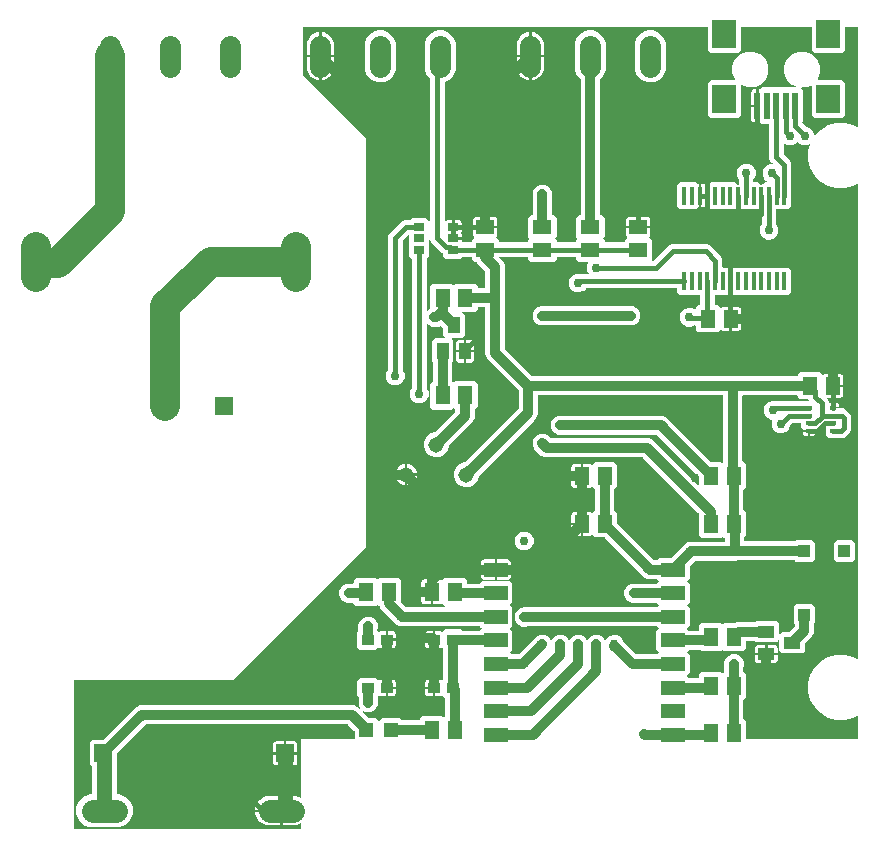
<source format=gbr>
G04 EAGLE Gerber RS-274X export*
G75*
%MOMM*%
%FSLAX34Y34*%
%LPD*%
%INTop Copper*%
%IPPOS*%
%AMOC8*
5,1,8,0,0,1.08239X$1,22.5*%
G01*
%ADD10R,1.300000X1.500000*%
%ADD11R,1.500000X1.300000*%
%ADD12R,2.000000X2.400000*%
%ADD13R,0.500000X2.308000*%
%ADD14R,1.200000X1.200000*%
%ADD15C,2.540000*%
%ADD16R,1.524000X1.524000*%
%ADD17R,0.500000X0.350000*%
%ADD18R,0.400000X1.500000*%
%ADD19R,1.300000X1.600000*%
%ADD20R,1.000000X0.900000*%
%ADD21C,1.981200*%
%ADD22R,0.900000X0.700000*%
%ADD23C,1.790700*%
%ADD24R,2.000000X1.200000*%
%ADD25R,1.600000X1.300000*%
%ADD26R,1.000000X1.000000*%
%ADD27R,1.400000X1.000000*%
%ADD28C,1.308000*%
%ADD29R,1.000000X1.400000*%
%ADD30C,1.270000*%
%ADD31C,0.756400*%
%ADD32C,0.812800*%
%ADD33C,0.406400*%

G36*
X260355Y10162D02*
X260355Y10162D01*
X260360Y10161D01*
X260453Y10182D01*
X260547Y10200D01*
X260551Y10203D01*
X260556Y10204D01*
X260634Y10260D01*
X260712Y10313D01*
X260715Y10317D01*
X260719Y10320D01*
X260770Y10402D01*
X260822Y10481D01*
X260822Y10486D01*
X260825Y10491D01*
X260857Y10668D01*
X260857Y14226D01*
X260857Y14228D01*
X260857Y14229D01*
X260853Y14250D01*
X260855Y14274D01*
X260833Y14347D01*
X260818Y14423D01*
X260804Y14443D01*
X260797Y14466D01*
X260748Y14525D01*
X260705Y14589D01*
X260685Y14602D01*
X260670Y14620D01*
X260601Y14656D01*
X260537Y14698D01*
X260513Y14702D01*
X260492Y14713D01*
X260416Y14720D01*
X260340Y14733D01*
X260316Y14728D01*
X260292Y14730D01*
X260198Y14702D01*
X260144Y14690D01*
X260139Y14687D01*
X260139Y14686D01*
X260132Y14682D01*
X260120Y14678D01*
X258524Y13865D01*
X256661Y13260D01*
X254726Y12953D01*
X244855Y12953D01*
X244855Y24892D01*
X244854Y24897D01*
X244855Y24902D01*
X244834Y24995D01*
X244816Y25088D01*
X244813Y25093D01*
X244812Y25098D01*
X244756Y25176D01*
X244703Y25254D01*
X244699Y25257D01*
X244696Y25261D01*
X244614Y25312D01*
X244535Y25363D01*
X244530Y25364D01*
X244525Y25367D01*
X244348Y25399D01*
X243839Y25399D01*
X243839Y25401D01*
X244348Y25401D01*
X244353Y25402D01*
X244358Y25401D01*
X244451Y25422D01*
X244544Y25440D01*
X244549Y25443D01*
X244554Y25445D01*
X244632Y25500D01*
X244710Y25553D01*
X244713Y25558D01*
X244717Y25561D01*
X244768Y25642D01*
X244819Y25721D01*
X244820Y25726D01*
X244823Y25731D01*
X244855Y25908D01*
X244855Y37847D01*
X254726Y37847D01*
X256661Y37540D01*
X258524Y36935D01*
X260120Y36122D01*
X260143Y36115D01*
X260163Y36102D01*
X260239Y36088D01*
X260313Y36068D01*
X260337Y36071D01*
X260360Y36067D01*
X260435Y36083D01*
X260512Y36093D01*
X260533Y36105D01*
X260556Y36110D01*
X260619Y36155D01*
X260685Y36193D01*
X260700Y36212D01*
X260719Y36226D01*
X260760Y36291D01*
X260807Y36353D01*
X260813Y36376D01*
X260825Y36396D01*
X260843Y36493D01*
X260857Y36547D01*
X260855Y36559D01*
X260857Y36574D01*
X260857Y85853D01*
X305318Y85853D01*
X305323Y85854D01*
X305328Y85853D01*
X305421Y85874D01*
X305515Y85892D01*
X305519Y85895D01*
X305524Y85896D01*
X305602Y85952D01*
X305680Y86005D01*
X305683Y86009D01*
X305687Y86012D01*
X305738Y86094D01*
X305790Y86173D01*
X305790Y86178D01*
X305793Y86183D01*
X305825Y86360D01*
X305825Y92679D01*
X305824Y92687D01*
X305825Y92694D01*
X305804Y92784D01*
X305786Y92875D01*
X305781Y92882D01*
X305779Y92890D01*
X305677Y93038D01*
X300312Y98403D01*
X300305Y98407D01*
X300300Y98413D01*
X300222Y98462D01*
X300145Y98514D01*
X300137Y98515D01*
X300130Y98519D01*
X299953Y98551D01*
X129457Y98551D01*
X129449Y98550D01*
X129442Y98551D01*
X129352Y98530D01*
X129261Y98512D01*
X129254Y98507D01*
X129246Y98505D01*
X129098Y98403D01*
X105013Y74318D01*
X105009Y74311D01*
X105003Y74306D01*
X104954Y74228D01*
X104902Y74151D01*
X104901Y74143D01*
X104897Y74136D01*
X104865Y73959D01*
X104865Y64676D01*
X104543Y64355D01*
X104539Y64348D01*
X104533Y64344D01*
X104484Y64265D01*
X104432Y64188D01*
X104431Y64180D01*
X104427Y64174D01*
X104395Y63996D01*
X104395Y39878D01*
X104396Y39873D01*
X104395Y39868D01*
X104416Y39775D01*
X104434Y39681D01*
X104437Y39677D01*
X104438Y39672D01*
X104494Y39594D01*
X104547Y39516D01*
X104551Y39513D01*
X104554Y39509D01*
X104636Y39458D01*
X104715Y39406D01*
X104720Y39406D01*
X104725Y39403D01*
X104902Y39371D01*
X106665Y39371D01*
X111800Y37244D01*
X115730Y33314D01*
X117857Y28179D01*
X117857Y22621D01*
X115730Y17486D01*
X111800Y13556D01*
X110855Y13165D01*
X110854Y13165D01*
X109630Y12657D01*
X108405Y12150D01*
X107181Y11643D01*
X106665Y11429D01*
X81295Y11429D01*
X76160Y13556D01*
X72230Y17486D01*
X70103Y22621D01*
X70103Y28179D01*
X72230Y33314D01*
X76160Y37244D01*
X77000Y37592D01*
X78225Y38099D01*
X79450Y38606D01*
X80674Y39114D01*
X81295Y39371D01*
X83058Y39371D01*
X83063Y39372D01*
X83068Y39371D01*
X83161Y39392D01*
X83255Y39410D01*
X83259Y39413D01*
X83264Y39414D01*
X83342Y39470D01*
X83420Y39523D01*
X83423Y39527D01*
X83427Y39530D01*
X83478Y39612D01*
X83530Y39691D01*
X83530Y39696D01*
X83533Y39701D01*
X83565Y39878D01*
X83565Y62396D01*
X83564Y62404D01*
X83565Y62412D01*
X83544Y62502D01*
X83526Y62593D01*
X83521Y62599D01*
X83519Y62607D01*
X83417Y62755D01*
X81495Y64676D01*
X81495Y83284D01*
X83876Y85665D01*
X93159Y85665D01*
X93167Y85666D01*
X93174Y85665D01*
X93264Y85686D01*
X93355Y85704D01*
X93362Y85709D01*
X93370Y85711D01*
X93518Y85813D01*
X121275Y113571D01*
X121536Y113679D01*
X121537Y113679D01*
X122761Y114187D01*
X123986Y114694D01*
X124263Y114809D01*
X305147Y114809D01*
X308135Y113571D01*
X309611Y112095D01*
X309612Y112094D01*
X309612Y112093D01*
X309695Y112039D01*
X309778Y111984D01*
X309779Y111984D01*
X309780Y111983D01*
X309877Y111965D01*
X309974Y111947D01*
X309976Y111947D01*
X309977Y111947D01*
X310074Y111968D01*
X310171Y111988D01*
X310172Y111989D01*
X310173Y111989D01*
X310254Y112046D01*
X310335Y112102D01*
X310336Y112104D01*
X310337Y112104D01*
X310389Y112187D01*
X310443Y112272D01*
X310443Y112273D01*
X310444Y112274D01*
X310460Y112372D01*
X310476Y112469D01*
X310476Y112470D01*
X310476Y112472D01*
X310438Y112648D01*
X309371Y115223D01*
X309371Y121650D01*
X309370Y121658D01*
X309371Y121666D01*
X309350Y121756D01*
X309332Y121847D01*
X309327Y121853D01*
X309325Y121861D01*
X309223Y122009D01*
X308055Y123176D01*
X308055Y135544D01*
X310436Y137925D01*
X323804Y137925D01*
X325839Y135889D01*
X325843Y135886D01*
X325846Y135882D01*
X325926Y135831D01*
X326006Y135778D01*
X326011Y135777D01*
X326016Y135775D01*
X326109Y135759D01*
X326203Y135741D01*
X326208Y135742D01*
X326213Y135741D01*
X326306Y135763D01*
X326399Y135782D01*
X326403Y135786D01*
X326408Y135787D01*
X326556Y135890D01*
X326560Y135893D01*
X327139Y136228D01*
X327785Y136401D01*
X332105Y136401D01*
X332105Y129868D01*
X332105Y129865D01*
X332105Y129861D01*
X332105Y129860D01*
X332105Y129858D01*
X332126Y129765D01*
X332144Y129672D01*
X332147Y129667D01*
X332148Y129662D01*
X332204Y129584D01*
X332257Y129506D01*
X332261Y129503D01*
X332264Y129499D01*
X332346Y129448D01*
X332425Y129397D01*
X332430Y129396D01*
X332435Y129393D01*
X332612Y129361D01*
X333121Y129361D01*
X333121Y129359D01*
X332612Y129359D01*
X332607Y129358D01*
X332602Y129359D01*
X332509Y129338D01*
X332416Y129320D01*
X332411Y129317D01*
X332406Y129315D01*
X332328Y129260D01*
X332250Y129207D01*
X332247Y129203D01*
X332243Y129199D01*
X332192Y129118D01*
X332141Y129039D01*
X332140Y129034D01*
X332137Y129029D01*
X332105Y128852D01*
X332105Y122319D01*
X327785Y122319D01*
X327139Y122492D01*
X326560Y122827D01*
X326556Y122830D01*
X326552Y122833D01*
X326549Y122838D01*
X326468Y122889D01*
X326390Y122941D01*
X326384Y122942D01*
X326380Y122945D01*
X326286Y122961D01*
X326193Y122979D01*
X326187Y122978D01*
X326182Y122979D01*
X326090Y122957D01*
X325997Y122938D01*
X325992Y122935D01*
X325987Y122933D01*
X325839Y122831D01*
X325777Y122769D01*
X325773Y122762D01*
X325767Y122758D01*
X325718Y122679D01*
X325666Y122602D01*
X325665Y122594D01*
X325661Y122588D01*
X325629Y122410D01*
X325629Y115223D01*
X324391Y112235D01*
X322105Y109949D01*
X321123Y109542D01*
X319898Y109035D01*
X319117Y108711D01*
X315883Y108711D01*
X313308Y109778D01*
X313307Y109778D01*
X313306Y109779D01*
X313208Y109798D01*
X313111Y109817D01*
X313110Y109816D01*
X313109Y109817D01*
X313014Y109796D01*
X312915Y109776D01*
X312914Y109775D01*
X312913Y109775D01*
X312830Y109718D01*
X312750Y109662D01*
X312749Y109661D01*
X312748Y109661D01*
X312691Y109571D01*
X312641Y109494D01*
X312641Y109493D01*
X312640Y109491D01*
X312624Y109395D01*
X312607Y109296D01*
X312607Y109295D01*
X312607Y109294D01*
X312629Y109199D01*
X312651Y109101D01*
X312652Y109100D01*
X312652Y109099D01*
X312755Y108951D01*
X317512Y104193D01*
X317519Y104189D01*
X317524Y104183D01*
X317602Y104134D01*
X317679Y104082D01*
X317687Y104081D01*
X317694Y104077D01*
X317871Y104045D01*
X323574Y104045D01*
X326031Y101587D01*
X326036Y101584D01*
X326039Y101580D01*
X326119Y101529D01*
X326198Y101476D01*
X326203Y101475D01*
X326208Y101472D01*
X326302Y101456D01*
X326395Y101439D01*
X326400Y101440D01*
X326405Y101439D01*
X326498Y101460D01*
X326591Y101480D01*
X326596Y101483D01*
X326601Y101484D01*
X326749Y101587D01*
X329206Y104045D01*
X344574Y104045D01*
X346361Y102257D01*
X346368Y102253D01*
X346372Y102247D01*
X346451Y102198D01*
X346528Y102146D01*
X346536Y102145D01*
X346542Y102141D01*
X346720Y102109D01*
X360428Y102109D01*
X360433Y102110D01*
X360438Y102109D01*
X360531Y102130D01*
X360625Y102148D01*
X360629Y102151D01*
X360634Y102152D01*
X360712Y102208D01*
X360790Y102261D01*
X360793Y102265D01*
X360797Y102268D01*
X360848Y102350D01*
X360900Y102429D01*
X360900Y102434D01*
X360903Y102439D01*
X360935Y102616D01*
X360935Y103664D01*
X363316Y106045D01*
X379684Y106045D01*
X380641Y105087D01*
X380646Y105084D01*
X380649Y105080D01*
X380729Y105029D01*
X380808Y104976D01*
X380813Y104975D01*
X380818Y104972D01*
X380912Y104956D01*
X381005Y104939D01*
X381010Y104940D01*
X381016Y104939D01*
X381108Y104960D01*
X381201Y104980D01*
X381206Y104983D01*
X381211Y104984D01*
X381359Y105087D01*
X382223Y105951D01*
X382227Y105958D01*
X382233Y105962D01*
X382282Y106041D01*
X382334Y106118D01*
X382335Y106126D01*
X382339Y106132D01*
X382371Y106310D01*
X382371Y120530D01*
X382370Y120538D01*
X382371Y120546D01*
X382350Y120636D01*
X382332Y120727D01*
X382327Y120733D01*
X382325Y120741D01*
X382223Y120889D01*
X380281Y122831D01*
X380277Y122834D01*
X380274Y122838D01*
X380194Y122889D01*
X380114Y122942D01*
X380109Y122943D01*
X380104Y122945D01*
X380011Y122961D01*
X379917Y122979D01*
X379912Y122978D01*
X379907Y122979D01*
X379814Y122957D01*
X379721Y122938D01*
X379717Y122934D01*
X379712Y122933D01*
X379564Y122830D01*
X379560Y122827D01*
X378981Y122492D01*
X378335Y122319D01*
X374015Y122319D01*
X374015Y128852D01*
X374014Y128857D01*
X374015Y128862D01*
X373994Y128955D01*
X373976Y129048D01*
X373973Y129053D01*
X373971Y129058D01*
X373916Y129136D01*
X373863Y129214D01*
X373859Y129217D01*
X373855Y129221D01*
X373774Y129272D01*
X373695Y129323D01*
X373690Y129324D01*
X373685Y129327D01*
X373508Y129359D01*
X372999Y129359D01*
X372999Y129361D01*
X373508Y129361D01*
X373513Y129362D01*
X373518Y129361D01*
X373611Y129382D01*
X373704Y129400D01*
X373709Y129403D01*
X373714Y129405D01*
X373792Y129460D01*
X373870Y129513D01*
X373873Y129517D01*
X373877Y129521D01*
X373928Y129602D01*
X373979Y129681D01*
X373980Y129686D01*
X373983Y129691D01*
X374015Y129868D01*
X374015Y136401D01*
X378335Y136401D01*
X378981Y136228D01*
X379560Y135893D01*
X379564Y135890D01*
X379568Y135887D01*
X379571Y135882D01*
X379651Y135831D01*
X379730Y135779D01*
X379736Y135778D01*
X379740Y135775D01*
X379834Y135759D01*
X379927Y135741D01*
X379933Y135742D01*
X379938Y135741D01*
X380031Y135763D01*
X380123Y135782D01*
X380128Y135785D01*
X380133Y135787D01*
X380281Y135889D01*
X380723Y136331D01*
X380727Y136338D01*
X380733Y136342D01*
X380782Y136421D01*
X380834Y136498D01*
X380835Y136506D01*
X380839Y136512D01*
X380871Y136690D01*
X380871Y163030D01*
X380870Y163038D01*
X380871Y163046D01*
X380850Y163135D01*
X380832Y163227D01*
X380827Y163233D01*
X380825Y163241D01*
X380723Y163389D01*
X380281Y163831D01*
X380277Y163834D01*
X380274Y163838D01*
X380194Y163889D01*
X380114Y163942D01*
X380109Y163943D01*
X380104Y163945D01*
X380011Y163961D01*
X379917Y163979D01*
X379912Y163978D01*
X379907Y163979D01*
X379814Y163957D01*
X379721Y163938D01*
X379717Y163934D01*
X379712Y163933D01*
X379564Y163830D01*
X379560Y163827D01*
X378981Y163492D01*
X378335Y163319D01*
X374015Y163319D01*
X374015Y169852D01*
X374014Y169857D01*
X374015Y169862D01*
X373994Y169955D01*
X373976Y170048D01*
X373973Y170053D01*
X373971Y170058D01*
X373916Y170136D01*
X373863Y170214D01*
X373859Y170217D01*
X373855Y170221D01*
X373774Y170272D01*
X373695Y170323D01*
X373690Y170324D01*
X373685Y170327D01*
X373508Y170359D01*
X372999Y170359D01*
X372999Y170361D01*
X373508Y170361D01*
X373513Y170362D01*
X373518Y170361D01*
X373611Y170382D01*
X373704Y170400D01*
X373709Y170403D01*
X373714Y170405D01*
X373792Y170460D01*
X373870Y170513D01*
X373873Y170517D01*
X373877Y170521D01*
X373928Y170602D01*
X373979Y170681D01*
X373980Y170686D01*
X373983Y170691D01*
X374015Y170868D01*
X374015Y177401D01*
X378335Y177401D01*
X378981Y177228D01*
X379560Y176893D01*
X379564Y176890D01*
X379568Y176887D01*
X379571Y176882D01*
X379652Y176831D01*
X379730Y176779D01*
X379736Y176778D01*
X379740Y176775D01*
X379834Y176759D01*
X379927Y176741D01*
X379933Y176742D01*
X379938Y176741D01*
X380031Y176763D01*
X380123Y176782D01*
X380128Y176785D01*
X380133Y176787D01*
X380281Y176889D01*
X382316Y178925D01*
X395684Y178925D01*
X396711Y177897D01*
X396718Y177893D01*
X396722Y177887D01*
X396801Y177838D01*
X396878Y177786D01*
X396886Y177785D01*
X396892Y177781D01*
X397070Y177749D01*
X411550Y177749D01*
X411558Y177750D01*
X411566Y177749D01*
X411656Y177770D01*
X411747Y177788D01*
X411753Y177793D01*
X411761Y177795D01*
X411909Y177897D01*
X413273Y179261D01*
X413276Y179266D01*
X413280Y179269D01*
X413331Y179349D01*
X413384Y179428D01*
X413385Y179433D01*
X413388Y179438D01*
X413404Y179532D01*
X413421Y179625D01*
X413420Y179630D01*
X413421Y179636D01*
X413400Y179728D01*
X413380Y179821D01*
X413377Y179826D01*
X413376Y179831D01*
X413273Y179979D01*
X411909Y181343D01*
X411902Y181347D01*
X411898Y181353D01*
X411819Y181402D01*
X411742Y181454D01*
X411734Y181455D01*
X411728Y181459D01*
X411550Y181491D01*
X344703Y181491D01*
X341715Y182729D01*
X327729Y196715D01*
X327014Y198442D01*
X327010Y198448D01*
X327009Y198454D01*
X326954Y198530D01*
X326902Y198609D01*
X326896Y198612D01*
X326893Y198617D01*
X326813Y198667D01*
X326734Y198719D01*
X326728Y198720D01*
X326722Y198723D01*
X326545Y198755D01*
X326436Y198755D01*
X325479Y199713D01*
X325474Y199716D01*
X325471Y199720D01*
X325391Y199771D01*
X325312Y199824D01*
X325307Y199825D01*
X325302Y199828D01*
X325208Y199844D01*
X325115Y199861D01*
X325110Y199860D01*
X325105Y199861D01*
X325012Y199840D01*
X324919Y199820D01*
X324914Y199817D01*
X324909Y199816D01*
X324761Y199713D01*
X323804Y198755D01*
X307436Y198755D01*
X304919Y201273D01*
X304912Y201277D01*
X304908Y201283D01*
X304829Y201332D01*
X304752Y201384D01*
X304744Y201385D01*
X304738Y201389D01*
X304560Y201421D01*
X299373Y201421D01*
X296385Y202659D01*
X294099Y204945D01*
X292861Y207933D01*
X292861Y211167D01*
X294099Y214155D01*
X296385Y216441D01*
X296892Y216651D01*
X298117Y217158D01*
X299341Y217666D01*
X299373Y217679D01*
X304548Y217679D01*
X304553Y217680D01*
X304558Y217679D01*
X304651Y217700D01*
X304745Y217718D01*
X304749Y217721D01*
X304754Y217722D01*
X304832Y217778D01*
X304910Y217831D01*
X304913Y217835D01*
X304917Y217838D01*
X304968Y217920D01*
X305020Y217999D01*
X305020Y218004D01*
X305023Y218009D01*
X305055Y218186D01*
X305055Y220504D01*
X307436Y222885D01*
X323804Y222885D01*
X324761Y221927D01*
X324766Y221924D01*
X324769Y221920D01*
X324849Y221869D01*
X324928Y221816D01*
X324933Y221815D01*
X324938Y221812D01*
X325032Y221796D01*
X325125Y221779D01*
X325130Y221780D01*
X325136Y221779D01*
X325228Y221800D01*
X325321Y221820D01*
X325326Y221823D01*
X325331Y221824D01*
X325479Y221927D01*
X326436Y222885D01*
X342804Y222885D01*
X345185Y220504D01*
X345185Y202461D01*
X345186Y202453D01*
X345185Y202446D01*
X345206Y202356D01*
X345224Y202265D01*
X345229Y202258D01*
X345231Y202250D01*
X345333Y202102D01*
X349538Y197897D01*
X349545Y197893D01*
X349550Y197887D01*
X349628Y197838D01*
X349705Y197786D01*
X349713Y197785D01*
X349720Y197781D01*
X349897Y197749D01*
X382098Y197749D01*
X382101Y197749D01*
X382103Y197749D01*
X382198Y197769D01*
X382295Y197788D01*
X382297Y197790D01*
X382300Y197790D01*
X382380Y197846D01*
X382461Y197901D01*
X382462Y197903D01*
X382464Y197905D01*
X382517Y197988D01*
X382570Y198069D01*
X382570Y198072D01*
X382572Y198074D01*
X382588Y198170D01*
X382605Y198266D01*
X382605Y198269D01*
X382605Y198271D01*
X382583Y198365D01*
X382562Y198462D01*
X382560Y198464D01*
X382560Y198467D01*
X382457Y198615D01*
X380281Y200791D01*
X380277Y200794D01*
X380274Y200798D01*
X380194Y200849D01*
X380114Y200902D01*
X380109Y200903D01*
X380104Y200905D01*
X380011Y200921D01*
X379917Y200939D01*
X379912Y200938D01*
X379907Y200939D01*
X379814Y200917D01*
X379721Y200898D01*
X379717Y200894D01*
X379712Y200893D01*
X379564Y200790D01*
X379560Y200787D01*
X378981Y200452D01*
X378335Y200279D01*
X372515Y200279D01*
X372515Y210312D01*
X372514Y210317D01*
X372515Y210322D01*
X372494Y210415D01*
X372476Y210508D01*
X372473Y210513D01*
X372471Y210518D01*
X372416Y210596D01*
X372363Y210674D01*
X372359Y210677D01*
X372355Y210681D01*
X372274Y210732D01*
X372195Y210783D01*
X372190Y210784D01*
X372185Y210787D01*
X372008Y210819D01*
X371499Y210819D01*
X371499Y210821D01*
X372008Y210821D01*
X372013Y210822D01*
X372018Y210821D01*
X372111Y210842D01*
X372204Y210860D01*
X372209Y210863D01*
X372214Y210865D01*
X372292Y210920D01*
X372370Y210973D01*
X372373Y210977D01*
X372377Y210981D01*
X372428Y211062D01*
X372479Y211141D01*
X372480Y211146D01*
X372483Y211151D01*
X372515Y211328D01*
X372515Y221361D01*
X378335Y221361D01*
X378981Y221188D01*
X379560Y220853D01*
X379564Y220850D01*
X379568Y220847D01*
X379571Y220842D01*
X379652Y220791D01*
X379730Y220739D01*
X379736Y220738D01*
X379740Y220735D01*
X379834Y220719D01*
X379927Y220701D01*
X379933Y220702D01*
X379938Y220701D01*
X380031Y220723D01*
X380123Y220742D01*
X380128Y220745D01*
X380133Y220747D01*
X380281Y220849D01*
X382316Y222885D01*
X398684Y222885D01*
X401065Y220504D01*
X401065Y218256D01*
X401066Y218251D01*
X401065Y218246D01*
X401086Y218153D01*
X401104Y218059D01*
X401107Y218055D01*
X401108Y218050D01*
X401164Y217972D01*
X401217Y217894D01*
X401221Y217891D01*
X401224Y217887D01*
X401306Y217836D01*
X401385Y217784D01*
X401390Y217784D01*
X401395Y217781D01*
X401572Y217749D01*
X411550Y217749D01*
X411558Y217750D01*
X411566Y217749D01*
X411656Y217770D01*
X411747Y217788D01*
X411753Y217793D01*
X411761Y217795D01*
X411909Y217897D01*
X413696Y219685D01*
X437064Y219685D01*
X439445Y217304D01*
X439445Y201936D01*
X437487Y199979D01*
X437484Y199974D01*
X437480Y199971D01*
X437429Y199891D01*
X437376Y199812D01*
X437375Y199807D01*
X437372Y199802D01*
X437356Y199708D01*
X437339Y199615D01*
X437340Y199610D01*
X437339Y199605D01*
X437360Y199512D01*
X437380Y199419D01*
X437383Y199414D01*
X437384Y199409D01*
X437487Y199261D01*
X439445Y197304D01*
X439445Y181936D01*
X437487Y179979D01*
X437484Y179974D01*
X437480Y179971D01*
X437429Y179891D01*
X437376Y179812D01*
X437375Y179807D01*
X437372Y179802D01*
X437356Y179708D01*
X437339Y179615D01*
X437340Y179610D01*
X437339Y179605D01*
X437360Y179512D01*
X437380Y179419D01*
X437383Y179414D01*
X437384Y179409D01*
X437487Y179261D01*
X439445Y177304D01*
X439445Y161936D01*
X437487Y159979D01*
X437484Y159974D01*
X437480Y159971D01*
X437429Y159891D01*
X437376Y159812D01*
X437375Y159807D01*
X437372Y159802D01*
X437356Y159708D01*
X437339Y159615D01*
X437340Y159610D01*
X437339Y159605D01*
X437360Y159512D01*
X437380Y159419D01*
X437383Y159414D01*
X437384Y159409D01*
X437487Y159261D01*
X438851Y157897D01*
X438858Y157893D01*
X438862Y157887D01*
X438941Y157838D01*
X439018Y157786D01*
X439026Y157785D01*
X439032Y157781D01*
X439210Y157749D01*
X444493Y157749D01*
X444501Y157750D01*
X444508Y157749D01*
X444598Y157770D01*
X444689Y157788D01*
X444696Y157793D01*
X444704Y157795D01*
X444852Y157897D01*
X460215Y173261D01*
X460876Y173535D01*
X462101Y174042D01*
X463203Y174499D01*
X466437Y174499D01*
X469425Y173261D01*
X471711Y170975D01*
X471971Y170346D01*
X471973Y170344D01*
X471973Y170342D01*
X472028Y170263D01*
X472083Y170180D01*
X472085Y170179D01*
X472087Y170176D01*
X472169Y170124D01*
X472251Y170070D01*
X472253Y170070D01*
X472255Y170068D01*
X472352Y170051D01*
X472448Y170033D01*
X472450Y170034D01*
X472453Y170033D01*
X472549Y170055D01*
X472644Y170076D01*
X472646Y170077D01*
X472648Y170078D01*
X472728Y170135D01*
X472808Y170191D01*
X472809Y170193D01*
X472811Y170195D01*
X472909Y170346D01*
X473169Y170975D01*
X475455Y173261D01*
X476116Y173535D01*
X477341Y174042D01*
X478443Y174499D01*
X481677Y174499D01*
X484665Y173261D01*
X486951Y170975D01*
X487211Y170346D01*
X487213Y170344D01*
X487213Y170342D01*
X487269Y170261D01*
X487323Y170180D01*
X487325Y170179D01*
X487327Y170176D01*
X487409Y170123D01*
X487491Y170070D01*
X487493Y170070D01*
X487495Y170068D01*
X487592Y170051D01*
X487688Y170033D01*
X487690Y170034D01*
X487693Y170033D01*
X487789Y170055D01*
X487884Y170076D01*
X487886Y170077D01*
X487888Y170078D01*
X487967Y170135D01*
X488048Y170191D01*
X488049Y170193D01*
X488051Y170195D01*
X488149Y170346D01*
X488409Y170975D01*
X490695Y173261D01*
X491356Y173535D01*
X492581Y174042D01*
X493683Y174499D01*
X496917Y174499D01*
X499905Y173261D01*
X502191Y170975D01*
X502451Y170346D01*
X502453Y170344D01*
X502453Y170342D01*
X502508Y170263D01*
X502563Y170180D01*
X502565Y170179D01*
X502567Y170176D01*
X502649Y170124D01*
X502731Y170070D01*
X502733Y170070D01*
X502735Y170068D01*
X502832Y170051D01*
X502928Y170033D01*
X502930Y170034D01*
X502933Y170033D01*
X503029Y170055D01*
X503124Y170076D01*
X503126Y170077D01*
X503128Y170078D01*
X503208Y170135D01*
X503288Y170191D01*
X503289Y170193D01*
X503291Y170195D01*
X503389Y170346D01*
X503649Y170975D01*
X505935Y173261D01*
X506596Y173535D01*
X507821Y174042D01*
X508923Y174499D01*
X512157Y174499D01*
X515145Y173261D01*
X517431Y170975D01*
X517844Y169978D01*
X517845Y169976D01*
X517846Y169973D01*
X517901Y169893D01*
X517956Y169812D01*
X517958Y169810D01*
X517959Y169808D01*
X518042Y169755D01*
X518123Y169702D01*
X518126Y169701D01*
X518128Y169700D01*
X518225Y169683D01*
X518320Y169665D01*
X518323Y169666D01*
X518326Y169665D01*
X518422Y169687D01*
X518516Y169708D01*
X518518Y169709D01*
X518521Y169710D01*
X518601Y169767D01*
X518680Y169823D01*
X518682Y169825D01*
X518684Y169826D01*
X518781Y169978D01*
X519128Y170815D01*
X521335Y173022D01*
X521348Y173028D01*
X522573Y173535D01*
X523797Y174042D01*
X523798Y174042D01*
X524219Y174217D01*
X527341Y174217D01*
X530225Y173022D01*
X532432Y170815D01*
X533010Y169421D01*
X533015Y169413D01*
X533017Y169404D01*
X533120Y169256D01*
X544478Y157897D01*
X544485Y157893D01*
X544490Y157887D01*
X544568Y157838D01*
X544645Y157786D01*
X544653Y157785D01*
X544660Y157781D01*
X544837Y157749D01*
X561550Y157749D01*
X561558Y157750D01*
X561566Y157749D01*
X561656Y157770D01*
X561747Y157788D01*
X561753Y157793D01*
X561761Y157795D01*
X561909Y157897D01*
X563273Y159261D01*
X563276Y159266D01*
X563280Y159269D01*
X563331Y159349D01*
X563384Y159428D01*
X563385Y159433D01*
X563388Y159438D01*
X563404Y159532D01*
X563421Y159625D01*
X563420Y159630D01*
X563421Y159635D01*
X563400Y159728D01*
X563380Y159821D01*
X563377Y159826D01*
X563376Y159831D01*
X563273Y159979D01*
X561315Y161936D01*
X561315Y177304D01*
X563273Y179261D01*
X563276Y179266D01*
X563280Y179269D01*
X563331Y179349D01*
X563384Y179428D01*
X563385Y179433D01*
X563388Y179438D01*
X563403Y179531D01*
X563421Y179625D01*
X563420Y179630D01*
X563421Y179635D01*
X563400Y179728D01*
X563380Y179821D01*
X563377Y179826D01*
X563376Y179831D01*
X563273Y179979D01*
X561909Y181343D01*
X561902Y181347D01*
X561898Y181353D01*
X561819Y181402D01*
X561742Y181454D01*
X561734Y181455D01*
X561728Y181459D01*
X561550Y181491D01*
X452239Y181491D01*
X452230Y181489D01*
X452221Y181491D01*
X452045Y181453D01*
X452043Y181452D01*
X451197Y181101D01*
X447963Y181101D01*
X444975Y182339D01*
X442689Y184625D01*
X441451Y187613D01*
X441451Y190847D01*
X442689Y193835D01*
X445365Y196511D01*
X446228Y196868D01*
X447452Y197376D01*
X448353Y197749D01*
X561550Y197749D01*
X561558Y197750D01*
X561566Y197749D01*
X561656Y197770D01*
X561747Y197788D01*
X561753Y197793D01*
X561761Y197795D01*
X561909Y197897D01*
X563273Y199261D01*
X563276Y199266D01*
X563280Y199269D01*
X563331Y199349D01*
X563384Y199428D01*
X563385Y199433D01*
X563388Y199438D01*
X563404Y199532D01*
X563421Y199625D01*
X563420Y199630D01*
X563421Y199635D01*
X563400Y199728D01*
X563380Y199821D01*
X563377Y199826D01*
X563376Y199831D01*
X563273Y199979D01*
X561909Y201343D01*
X561902Y201347D01*
X561898Y201353D01*
X561819Y201402D01*
X561742Y201454D01*
X561734Y201455D01*
X561728Y201459D01*
X561550Y201491D01*
X544177Y201491D01*
X544168Y201489D01*
X544159Y201491D01*
X543983Y201453D01*
X543907Y201421D01*
X540673Y201421D01*
X537685Y202659D01*
X535399Y204945D01*
X534161Y207933D01*
X534161Y211167D01*
X535399Y214155D01*
X537755Y216511D01*
X538093Y216651D01*
X539318Y217158D01*
X540542Y217666D01*
X540743Y217749D01*
X561550Y217749D01*
X561558Y217750D01*
X561566Y217749D01*
X561656Y217770D01*
X561747Y217788D01*
X561753Y217793D01*
X561761Y217795D01*
X561909Y217897D01*
X563273Y219261D01*
X563276Y219266D01*
X563280Y219269D01*
X563331Y219349D01*
X563384Y219428D01*
X563385Y219433D01*
X563388Y219438D01*
X563404Y219532D01*
X563421Y219625D01*
X563420Y219630D01*
X563421Y219635D01*
X563400Y219728D01*
X563380Y219821D01*
X563377Y219826D01*
X563376Y219831D01*
X563273Y219979D01*
X561909Y221343D01*
X561902Y221347D01*
X561898Y221353D01*
X561819Y221402D01*
X561742Y221454D01*
X561734Y221455D01*
X561728Y221459D01*
X561550Y221491D01*
X554656Y221491D01*
X551669Y222729D01*
X517718Y256680D01*
X517711Y256684D01*
X517706Y256691D01*
X517628Y256740D01*
X517551Y256791D01*
X517543Y256792D01*
X517536Y256797D01*
X517359Y256829D01*
X509316Y256829D01*
X507281Y258864D01*
X507277Y258867D01*
X507274Y258871D01*
X507194Y258922D01*
X507114Y258975D01*
X507109Y258976D01*
X507104Y258979D01*
X507011Y258995D01*
X506917Y259012D01*
X506912Y259011D01*
X506907Y259012D01*
X506814Y258991D01*
X506721Y258971D01*
X506717Y258968D01*
X506712Y258967D01*
X506564Y258864D01*
X506560Y258860D01*
X505981Y258526D01*
X505335Y258353D01*
X499515Y258353D01*
X499515Y267885D01*
X499514Y267890D01*
X499515Y267896D01*
X499494Y267989D01*
X499476Y268082D01*
X499473Y268086D01*
X499471Y268091D01*
X499416Y268169D01*
X499363Y268248D01*
X499359Y268250D01*
X499355Y268255D01*
X499274Y268305D01*
X499195Y268357D01*
X499190Y268358D01*
X499185Y268360D01*
X499008Y268392D01*
X498499Y268392D01*
X498499Y268394D01*
X499008Y268394D01*
X499013Y268395D01*
X499018Y268394D01*
X499111Y268415D01*
X499204Y268434D01*
X499209Y268437D01*
X499214Y268438D01*
X499292Y268493D01*
X499370Y268546D01*
X499373Y268551D01*
X499377Y268554D01*
X499428Y268635D01*
X499479Y268714D01*
X499480Y268720D01*
X499483Y268724D01*
X499515Y268901D01*
X499515Y278434D01*
X505335Y278434D01*
X505981Y278261D01*
X506560Y277926D01*
X506564Y277923D01*
X506568Y277920D01*
X506571Y277916D01*
X506652Y277864D01*
X506730Y277812D01*
X506736Y277811D01*
X506740Y277808D01*
X506834Y277792D01*
X506927Y277774D01*
X506933Y277775D01*
X506938Y277774D01*
X507030Y277796D01*
X507123Y277816D01*
X507128Y277819D01*
X507133Y277820D01*
X507281Y277923D01*
X509223Y279864D01*
X509227Y279871D01*
X509233Y279876D01*
X509282Y279954D01*
X509334Y280031D01*
X509335Y280039D01*
X509339Y280046D01*
X509371Y280223D01*
X509371Y297204D01*
X509370Y297211D01*
X509371Y297219D01*
X509350Y297309D01*
X509332Y297400D01*
X509327Y297407D01*
X509325Y297414D01*
X509223Y297562D01*
X507281Y299504D01*
X507277Y299507D01*
X507274Y299511D01*
X507194Y299562D01*
X507114Y299615D01*
X507109Y299616D01*
X507104Y299619D01*
X507011Y299635D01*
X506917Y299652D01*
X506912Y299651D01*
X506907Y299652D01*
X506814Y299631D01*
X506721Y299611D01*
X506717Y299608D01*
X506712Y299607D01*
X506564Y299504D01*
X506560Y299500D01*
X505981Y299166D01*
X505335Y298993D01*
X499515Y298993D01*
X499515Y308525D01*
X499514Y308530D01*
X499515Y308536D01*
X499494Y308629D01*
X499476Y308722D01*
X499473Y308726D01*
X499471Y308731D01*
X499416Y308809D01*
X499363Y308888D01*
X499359Y308890D01*
X499355Y308895D01*
X499274Y308945D01*
X499195Y308997D01*
X499190Y308998D01*
X499185Y309000D01*
X499008Y309032D01*
X498499Y309032D01*
X498499Y309034D01*
X499008Y309034D01*
X499013Y309035D01*
X499018Y309034D01*
X499111Y309055D01*
X499204Y309074D01*
X499209Y309077D01*
X499214Y309078D01*
X499292Y309133D01*
X499370Y309186D01*
X499373Y309191D01*
X499377Y309194D01*
X499428Y309275D01*
X499479Y309354D01*
X499480Y309360D01*
X499483Y309364D01*
X499515Y309541D01*
X499515Y319074D01*
X505335Y319074D01*
X505981Y318901D01*
X506560Y318566D01*
X506564Y318563D01*
X506568Y318560D01*
X506571Y318556D01*
X506652Y318504D01*
X506730Y318452D01*
X506736Y318451D01*
X506740Y318448D01*
X506834Y318432D01*
X506927Y318414D01*
X506933Y318415D01*
X506938Y318414D01*
X507031Y318436D01*
X507123Y318456D01*
X507128Y318459D01*
X507133Y318460D01*
X507281Y318563D01*
X509316Y320598D01*
X525684Y320598D01*
X528065Y318217D01*
X528065Y299850D01*
X525777Y297562D01*
X525773Y297556D01*
X525767Y297551D01*
X525718Y297472D01*
X525666Y297395D01*
X525665Y297388D01*
X525661Y297381D01*
X525629Y297204D01*
X525629Y280223D01*
X525630Y280215D01*
X525629Y280208D01*
X525650Y280118D01*
X525668Y280027D01*
X525673Y280020D01*
X525675Y280012D01*
X525777Y279864D01*
X528065Y277577D01*
X528065Y269534D01*
X528066Y269527D01*
X528065Y269519D01*
X528086Y269429D01*
X528104Y269338D01*
X528109Y269331D01*
X528111Y269324D01*
X528213Y269176D01*
X559492Y237897D01*
X559498Y237893D01*
X559503Y237887D01*
X559582Y237838D01*
X559659Y237786D01*
X559666Y237785D01*
X559673Y237781D01*
X559850Y237749D01*
X561550Y237749D01*
X561558Y237750D01*
X561566Y237749D01*
X561656Y237770D01*
X561747Y237788D01*
X561753Y237793D01*
X561761Y237795D01*
X561909Y237897D01*
X563696Y239685D01*
X573739Y239685D01*
X573747Y239686D01*
X573754Y239685D01*
X573844Y239706D01*
X573935Y239724D01*
X573942Y239729D01*
X573950Y239731D01*
X574098Y239833D01*
X586265Y252001D01*
X586645Y252159D01*
X587870Y252666D01*
X589095Y253173D01*
X589253Y253239D01*
X619074Y253239D01*
X619079Y253240D01*
X619084Y253239D01*
X619177Y253260D01*
X619271Y253278D01*
X619275Y253281D01*
X619280Y253282D01*
X619358Y253338D01*
X619436Y253391D01*
X619439Y253395D01*
X619443Y253398D01*
X619494Y253480D01*
X619546Y253559D01*
X619546Y253564D01*
X619549Y253569D01*
X619581Y253746D01*
X619581Y255821D01*
X619580Y255826D01*
X619581Y255832D01*
X619560Y255925D01*
X619542Y256018D01*
X619539Y256022D01*
X619538Y256027D01*
X619482Y256105D01*
X619429Y256184D01*
X619425Y256186D01*
X619422Y256191D01*
X619340Y256241D01*
X619261Y256293D01*
X619256Y256294D01*
X619251Y256297D01*
X619074Y256329D01*
X618536Y256329D01*
X617579Y257286D01*
X617574Y257289D01*
X617571Y257293D01*
X617491Y257345D01*
X617412Y257397D01*
X617407Y257398D01*
X617402Y257401D01*
X617308Y257417D01*
X617215Y257435D01*
X617210Y257434D01*
X617204Y257435D01*
X617112Y257413D01*
X617019Y257393D01*
X617014Y257390D01*
X617009Y257389D01*
X616861Y257286D01*
X615904Y256329D01*
X599536Y256329D01*
X597155Y258710D01*
X597155Y277412D01*
X597154Y277420D01*
X597155Y277428D01*
X597134Y277518D01*
X597116Y277609D01*
X597111Y277615D01*
X597109Y277623D01*
X597007Y277771D01*
X550315Y324463D01*
X550308Y324467D01*
X550304Y324473D01*
X550225Y324522D01*
X550148Y324574D01*
X550140Y324575D01*
X550133Y324579D01*
X549956Y324611D01*
X467013Y324611D01*
X464025Y325849D01*
X457929Y331945D01*
X456691Y334933D01*
X456691Y338167D01*
X457929Y341155D01*
X460215Y343441D01*
X460269Y343464D01*
X460270Y343464D01*
X461494Y343971D01*
X462719Y344478D01*
X463203Y344679D01*
X466437Y344679D01*
X469425Y343441D01*
X471848Y341017D01*
X471855Y341013D01*
X471860Y341007D01*
X471938Y340958D01*
X472015Y340906D01*
X472023Y340905D01*
X472030Y340901D01*
X472207Y340869D01*
X555150Y340869D01*
X558138Y339631D01*
X560496Y337273D01*
X596289Y301480D01*
X596292Y301478D01*
X596293Y301476D01*
X596374Y301424D01*
X596456Y301369D01*
X596459Y301368D01*
X596461Y301367D01*
X596557Y301350D01*
X596653Y301331D01*
X596656Y301332D01*
X596658Y301331D01*
X596755Y301353D01*
X596849Y301373D01*
X596851Y301374D01*
X596854Y301375D01*
X596934Y301431D01*
X597014Y301487D01*
X597015Y301489D01*
X597017Y301491D01*
X597069Y301574D01*
X597121Y301656D01*
X597122Y301659D01*
X597123Y301661D01*
X597155Y301838D01*
X597155Y307892D01*
X597154Y307900D01*
X597155Y307908D01*
X597134Y307998D01*
X597116Y308089D01*
X597111Y308095D01*
X597109Y308103D01*
X597007Y308251D01*
X561745Y343513D01*
X561738Y343517D01*
X561734Y343523D01*
X561655Y343572D01*
X561578Y343624D01*
X561570Y343625D01*
X561563Y343629D01*
X561386Y343661D01*
X478443Y343661D01*
X475455Y344899D01*
X473169Y347185D01*
X471931Y350173D01*
X471931Y353407D01*
X473169Y356395D01*
X475455Y358681D01*
X476680Y359188D01*
X477904Y359696D01*
X478443Y359919D01*
X566580Y359919D01*
X569568Y358681D01*
X607002Y321247D01*
X607005Y321245D01*
X607007Y321243D01*
X607010Y321241D01*
X607014Y321236D01*
X607092Y321187D01*
X607169Y321136D01*
X607177Y321134D01*
X607184Y321130D01*
X607361Y321098D01*
X615904Y321098D01*
X616861Y320140D01*
X616866Y320137D01*
X616869Y320133D01*
X616949Y320082D01*
X617028Y320029D01*
X617033Y320028D01*
X617038Y320026D01*
X617132Y320010D01*
X617225Y319992D01*
X617230Y319993D01*
X617235Y319992D01*
X617328Y320014D01*
X617421Y320033D01*
X617426Y320036D01*
X617431Y320038D01*
X617579Y320140D01*
X617833Y320394D01*
X617837Y320401D01*
X617843Y320406D01*
X617892Y320484D01*
X617944Y320561D01*
X617945Y320569D01*
X617949Y320576D01*
X617981Y320753D01*
X617981Y376597D01*
X617980Y376602D01*
X617981Y376608D01*
X617960Y376701D01*
X617942Y376794D01*
X617939Y376798D01*
X617938Y376803D01*
X617882Y376881D01*
X617829Y376960D01*
X617825Y376962D01*
X617822Y376967D01*
X617740Y377017D01*
X617661Y377069D01*
X617656Y377070D01*
X617651Y377073D01*
X617474Y377105D01*
X461603Y377105D01*
X461598Y377104D01*
X461592Y377104D01*
X461499Y377084D01*
X461406Y377065D01*
X461402Y377062D01*
X461397Y377061D01*
X461319Y377006D01*
X461240Y376952D01*
X461238Y376948D01*
X461233Y376945D01*
X461183Y376864D01*
X461131Y376784D01*
X461130Y376779D01*
X461127Y376775D01*
X461095Y376597D01*
X461095Y360950D01*
X459858Y357962D01*
X457500Y355604D01*
X411153Y309258D01*
X411149Y309251D01*
X411143Y309246D01*
X411094Y309168D01*
X411042Y309091D01*
X411041Y309083D01*
X411037Y309076D01*
X411005Y308899D01*
X411005Y307891D01*
X409390Y303993D01*
X406407Y301010D01*
X405841Y300775D01*
X404617Y300268D01*
X403392Y299761D01*
X402509Y299395D01*
X398291Y299395D01*
X394393Y301010D01*
X391410Y303993D01*
X389795Y307891D01*
X389795Y312109D01*
X391410Y316007D01*
X394393Y318990D01*
X394695Y319116D01*
X395920Y319623D01*
X397145Y320130D01*
X398291Y320605D01*
X399242Y320605D01*
X399251Y320607D01*
X399260Y320605D01*
X399436Y320643D01*
X399439Y320644D01*
X399533Y320683D01*
X399540Y320688D01*
X399549Y320690D01*
X399697Y320793D01*
X444689Y365785D01*
X444694Y365792D01*
X444700Y365796D01*
X444749Y365875D01*
X444800Y365952D01*
X444802Y365960D01*
X444806Y365967D01*
X444838Y366144D01*
X444838Y381656D01*
X444836Y381664D01*
X444838Y381672D01*
X444817Y381762D01*
X444798Y381853D01*
X444794Y381859D01*
X444792Y381867D01*
X444689Y382015D01*
X417924Y408780D01*
X416686Y411768D01*
X416686Y451104D01*
X416685Y451109D01*
X416686Y451114D01*
X416665Y451207D01*
X416647Y451301D01*
X416644Y451305D01*
X416643Y451310D01*
X416587Y451388D01*
X416534Y451466D01*
X416530Y451469D01*
X416527Y451473D01*
X416445Y451524D01*
X416366Y451576D01*
X416361Y451576D01*
X416356Y451579D01*
X416179Y451611D01*
X410462Y451611D01*
X410457Y451610D01*
X410452Y451611D01*
X410359Y451590D01*
X410265Y451572D01*
X410261Y451569D01*
X410256Y451568D01*
X410178Y451512D01*
X410100Y451459D01*
X410097Y451455D01*
X410093Y451452D01*
X410042Y451370D01*
X409990Y451291D01*
X409990Y451286D01*
X409987Y451281D01*
X409955Y451104D01*
X409955Y450056D01*
X407574Y447675D01*
X397638Y447675D01*
X397635Y447675D01*
X397633Y447675D01*
X397538Y447655D01*
X397441Y447636D01*
X397439Y447634D01*
X397436Y447634D01*
X397356Y447578D01*
X397275Y447523D01*
X397274Y447521D01*
X397272Y447519D01*
X397219Y447436D01*
X397166Y447355D01*
X397166Y447352D01*
X397164Y447350D01*
X397148Y447254D01*
X397131Y447158D01*
X397131Y447155D01*
X397131Y447153D01*
X397153Y447058D01*
X397174Y446962D01*
X397176Y446960D01*
X397176Y446957D01*
X397279Y446809D01*
X398955Y445134D01*
X398955Y427766D01*
X396574Y425385D01*
X388428Y425385D01*
X388425Y425385D01*
X388423Y425385D01*
X388328Y425365D01*
X388231Y425346D01*
X388229Y425344D01*
X388226Y425344D01*
X388146Y425288D01*
X388065Y425233D01*
X388064Y425231D01*
X388062Y425229D01*
X388009Y425146D01*
X387956Y425065D01*
X387956Y425062D01*
X387954Y425060D01*
X387938Y424964D01*
X387921Y424868D01*
X387921Y424865D01*
X387921Y424863D01*
X387943Y424768D01*
X387964Y424672D01*
X387966Y424670D01*
X387966Y424667D01*
X388069Y424519D01*
X389455Y423134D01*
X389455Y405766D01*
X388667Y404979D01*
X388663Y404972D01*
X388657Y404968D01*
X388608Y404889D01*
X388556Y404812D01*
X388555Y404804D01*
X388551Y404798D01*
X388519Y404620D01*
X388519Y389520D01*
X388520Y389512D01*
X388519Y389504D01*
X388540Y389415D01*
X388558Y389323D01*
X388563Y389317D01*
X388565Y389309D01*
X388667Y389161D01*
X389531Y388297D01*
X389536Y388294D01*
X389539Y388290D01*
X389619Y388239D01*
X389698Y388186D01*
X389703Y388185D01*
X389708Y388182D01*
X389802Y388166D01*
X389895Y388149D01*
X389900Y388150D01*
X389905Y388149D01*
X389998Y388170D01*
X390091Y388190D01*
X390096Y388193D01*
X390101Y388194D01*
X390249Y388297D01*
X391206Y389255D01*
X407574Y389255D01*
X409955Y386874D01*
X409955Y367506D01*
X407667Y365219D01*
X407663Y365212D01*
X407657Y365208D01*
X407608Y365129D01*
X407556Y365052D01*
X407555Y365044D01*
X407551Y365038D01*
X407519Y364860D01*
X407519Y358173D01*
X406281Y355185D01*
X403923Y352827D01*
X385753Y334658D01*
X385749Y334651D01*
X385743Y334646D01*
X385694Y334568D01*
X385642Y334491D01*
X385641Y334483D01*
X385637Y334476D01*
X385605Y334299D01*
X385605Y333291D01*
X383990Y329393D01*
X381007Y326410D01*
X380351Y326138D01*
X379126Y325631D01*
X377902Y325123D01*
X377109Y324795D01*
X372891Y324795D01*
X368993Y326410D01*
X366010Y329393D01*
X364395Y333291D01*
X364395Y337509D01*
X366010Y341407D01*
X368993Y344390D01*
X369205Y344478D01*
X370429Y344985D01*
X370430Y344985D01*
X371654Y345493D01*
X372879Y346000D01*
X372891Y346005D01*
X373899Y346005D01*
X373907Y346006D01*
X373914Y346005D01*
X374004Y346026D01*
X374095Y346044D01*
X374102Y346049D01*
X374110Y346051D01*
X374258Y346153D01*
X391113Y363008D01*
X391117Y363015D01*
X391123Y363020D01*
X391172Y363098D01*
X391224Y363175D01*
X391225Y363183D01*
X391229Y363190D01*
X391261Y363367D01*
X391261Y364860D01*
X391260Y364868D01*
X391261Y364876D01*
X391240Y364966D01*
X391222Y365057D01*
X391217Y365063D01*
X391215Y365071D01*
X391113Y365219D01*
X390249Y366083D01*
X390244Y366086D01*
X390241Y366090D01*
X390161Y366141D01*
X390082Y366194D01*
X390077Y366195D01*
X390072Y366198D01*
X389978Y366214D01*
X389885Y366231D01*
X389880Y366230D01*
X389874Y366231D01*
X389782Y366210D01*
X389689Y366190D01*
X389684Y366187D01*
X389679Y366186D01*
X389531Y366083D01*
X388574Y365125D01*
X372206Y365125D01*
X369825Y367506D01*
X369825Y386874D01*
X372113Y389161D01*
X372117Y389168D01*
X372123Y389172D01*
X372172Y389251D01*
X372224Y389328D01*
X372225Y389336D01*
X372229Y389342D01*
X372261Y389520D01*
X372261Y404620D01*
X372260Y404628D01*
X372261Y404636D01*
X372240Y404726D01*
X372222Y404817D01*
X372217Y404823D01*
X372215Y404831D01*
X372113Y404979D01*
X371325Y405766D01*
X371325Y423134D01*
X373706Y425515D01*
X381852Y425515D01*
X381855Y425515D01*
X381857Y425515D01*
X381952Y425535D01*
X382049Y425554D01*
X382051Y425556D01*
X382054Y425556D01*
X382134Y425612D01*
X382215Y425667D01*
X382216Y425669D01*
X382218Y425671D01*
X382271Y425754D01*
X382324Y425835D01*
X382324Y425838D01*
X382326Y425840D01*
X382342Y425936D01*
X382359Y426032D01*
X382359Y426035D01*
X382359Y426037D01*
X382337Y426132D01*
X382316Y426228D01*
X382314Y426230D01*
X382314Y426233D01*
X382211Y426381D01*
X380825Y427766D01*
X380825Y433809D01*
X380824Y433817D01*
X380825Y433824D01*
X380804Y433914D01*
X380786Y434005D01*
X380781Y434012D01*
X380779Y434020D01*
X380677Y434168D01*
X379105Y435739D01*
X379100Y435743D01*
X379096Y435748D01*
X379017Y435798D01*
X378938Y435850D01*
X378932Y435851D01*
X378926Y435855D01*
X378833Y435870D01*
X378741Y435888D01*
X378735Y435886D01*
X378728Y435887D01*
X378552Y435849D01*
X378202Y435704D01*
X376977Y435197D01*
X376747Y435101D01*
X371763Y435101D01*
X368775Y436339D01*
X367643Y437472D01*
X367640Y437473D01*
X367639Y437475D01*
X367559Y437527D01*
X367476Y437583D01*
X367473Y437583D01*
X367471Y437584D01*
X367375Y437602D01*
X367279Y437620D01*
X367276Y437620D01*
X367274Y437620D01*
X367177Y437599D01*
X367083Y437579D01*
X367081Y437577D01*
X367078Y437576D01*
X366998Y437520D01*
X366918Y437464D01*
X366917Y437462D01*
X366915Y437460D01*
X366862Y437377D01*
X366811Y437295D01*
X366810Y437293D01*
X366809Y437290D01*
X366777Y437113D01*
X366777Y383670D01*
X366778Y383663D01*
X366777Y383655D01*
X366798Y383565D01*
X366816Y383474D01*
X366821Y383467D01*
X366823Y383460D01*
X366925Y383312D01*
X367332Y382905D01*
X368527Y380021D01*
X368527Y376899D01*
X367332Y374015D01*
X365125Y371808D01*
X365083Y371790D01*
X363858Y371283D01*
X362634Y370776D01*
X362633Y370776D01*
X362241Y370613D01*
X359119Y370613D01*
X356235Y371808D01*
X354028Y374015D01*
X352833Y376899D01*
X352833Y380021D01*
X354028Y382905D01*
X354435Y383312D01*
X354439Y383318D01*
X354445Y383323D01*
X354494Y383401D01*
X354546Y383479D01*
X354547Y383486D01*
X354551Y383493D01*
X354583Y383670D01*
X354583Y492458D01*
X354582Y492466D01*
X354583Y492474D01*
X354562Y492564D01*
X354544Y492655D01*
X354539Y492661D01*
X354537Y492669D01*
X354435Y492817D01*
X351935Y495316D01*
X351935Y512269D01*
X351935Y512271D01*
X351935Y512274D01*
X351915Y512369D01*
X351896Y512465D01*
X351894Y512467D01*
X351894Y512470D01*
X351838Y512551D01*
X351783Y512631D01*
X351781Y512632D01*
X351779Y512635D01*
X351696Y512688D01*
X351615Y512740D01*
X351612Y512741D01*
X351610Y512742D01*
X351514Y512758D01*
X351418Y512776D01*
X351415Y512775D01*
X351413Y512776D01*
X351319Y512754D01*
X351222Y512732D01*
X351220Y512731D01*
X351217Y512730D01*
X351069Y512627D01*
X346605Y508163D01*
X346601Y508157D01*
X346595Y508152D01*
X346546Y508073D01*
X346494Y507996D01*
X346493Y507989D01*
X346489Y507982D01*
X346457Y507805D01*
X346457Y398910D01*
X346458Y398903D01*
X346457Y398895D01*
X346478Y398805D01*
X346496Y398714D01*
X346501Y398707D01*
X346503Y398700D01*
X346605Y398552D01*
X347012Y398145D01*
X348207Y395261D01*
X348207Y392139D01*
X347012Y389255D01*
X344805Y387048D01*
X344708Y387008D01*
X343484Y386501D01*
X342259Y385993D01*
X341921Y385853D01*
X338799Y385853D01*
X335915Y387048D01*
X333708Y389255D01*
X332513Y392139D01*
X332513Y395261D01*
X333708Y398145D01*
X334115Y398552D01*
X334119Y398558D01*
X334125Y398563D01*
X334174Y398641D01*
X334226Y398719D01*
X334227Y398726D01*
X334231Y398733D01*
X334263Y398910D01*
X334263Y511753D01*
X335191Y513993D01*
X345867Y524669D01*
X346809Y525059D01*
X348034Y525566D01*
X348107Y525597D01*
X352638Y525597D01*
X352646Y525598D01*
X352654Y525597D01*
X352744Y525618D01*
X352835Y525636D01*
X352841Y525641D01*
X352849Y525643D01*
X352997Y525745D01*
X354316Y527065D01*
X366684Y527065D01*
X368957Y524791D01*
X368960Y524790D01*
X368961Y524787D01*
X369042Y524735D01*
X369124Y524680D01*
X369127Y524680D01*
X369129Y524678D01*
X369225Y524661D01*
X369321Y524643D01*
X369324Y524643D01*
X369326Y524643D01*
X369423Y524664D01*
X369517Y524684D01*
X369519Y524686D01*
X369522Y524686D01*
X369602Y524743D01*
X369682Y524798D01*
X369683Y524801D01*
X369685Y524802D01*
X369737Y524885D01*
X369789Y524968D01*
X369790Y524970D01*
X369791Y524972D01*
X369823Y525150D01*
X369823Y645273D01*
X369822Y645280D01*
X369823Y645288D01*
X369802Y645378D01*
X369784Y645469D01*
X369779Y645476D01*
X369777Y645483D01*
X369675Y645631D01*
X367424Y647882D01*
X365442Y652667D01*
X365442Y675753D01*
X367424Y680538D01*
X371086Y684200D01*
X371413Y684336D01*
X371414Y684336D01*
X372638Y684843D01*
X373863Y685350D01*
X375087Y685857D01*
X375870Y686182D01*
X381050Y686182D01*
X385834Y684200D01*
X389496Y680538D01*
X391478Y675753D01*
X391478Y652667D01*
X389496Y647882D01*
X385834Y644220D01*
X385746Y644184D01*
X384521Y643676D01*
X383297Y643169D01*
X382330Y642769D01*
X382324Y642765D01*
X382318Y642764D01*
X382241Y642709D01*
X382163Y642657D01*
X382160Y642651D01*
X382155Y642648D01*
X382105Y642568D01*
X382053Y642489D01*
X382052Y642483D01*
X382049Y642477D01*
X382017Y642300D01*
X382017Y524807D01*
X382030Y524740D01*
X382035Y524671D01*
X382050Y524642D01*
X382056Y524611D01*
X382095Y524554D01*
X382126Y524492D01*
X382151Y524472D01*
X382169Y524445D01*
X382227Y524407D01*
X382279Y524363D01*
X382310Y524353D01*
X382337Y524336D01*
X382405Y524324D01*
X382471Y524303D01*
X382503Y524306D01*
X382534Y524300D01*
X382602Y524315D01*
X382670Y524322D01*
X382699Y524337D01*
X382730Y524344D01*
X382786Y524384D01*
X382847Y524416D01*
X382869Y524443D01*
X382893Y524460D01*
X382920Y524503D01*
X382963Y524554D01*
X382967Y524560D01*
X383440Y525033D01*
X384019Y525368D01*
X384665Y525541D01*
X388485Y525541D01*
X388485Y520008D01*
X388486Y520003D01*
X388485Y519998D01*
X388506Y519905D01*
X388524Y519812D01*
X388527Y519807D01*
X388528Y519802D01*
X388584Y519724D01*
X388637Y519646D01*
X388641Y519643D01*
X388644Y519639D01*
X388726Y519588D01*
X388805Y519537D01*
X388810Y519536D01*
X388815Y519533D01*
X388992Y519501D01*
X389501Y519501D01*
X389501Y519499D01*
X388992Y519499D01*
X388987Y519498D01*
X388982Y519499D01*
X388889Y519478D01*
X388796Y519460D01*
X388791Y519457D01*
X388786Y519455D01*
X388708Y519400D01*
X388630Y519347D01*
X388627Y519343D01*
X388623Y519339D01*
X388572Y519258D01*
X388521Y519179D01*
X388520Y519174D01*
X388517Y519169D01*
X388485Y518992D01*
X388485Y510508D01*
X388486Y510503D01*
X388485Y510498D01*
X388506Y510405D01*
X388524Y510312D01*
X388527Y510307D01*
X388528Y510302D01*
X388584Y510224D01*
X388637Y510146D01*
X388641Y510143D01*
X388644Y510139D01*
X388726Y510088D01*
X388805Y510037D01*
X388810Y510036D01*
X388815Y510033D01*
X388992Y510001D01*
X389501Y510001D01*
X389501Y509492D01*
X389502Y509487D01*
X389501Y509482D01*
X389522Y509389D01*
X389540Y509296D01*
X389543Y509291D01*
X389545Y509286D01*
X389600Y509208D01*
X389653Y509130D01*
X389657Y509127D01*
X389661Y509123D01*
X389742Y509072D01*
X389821Y509021D01*
X389826Y509020D01*
X389831Y509017D01*
X390008Y508985D01*
X396541Y508985D01*
X396541Y507418D01*
X396542Y507410D01*
X396541Y507402D01*
X396562Y507312D01*
X396580Y507221D01*
X396585Y507215D01*
X396587Y507207D01*
X396689Y507059D01*
X397003Y506745D01*
X397010Y506741D01*
X397014Y506735D01*
X397093Y506686D01*
X397170Y506634D01*
X397178Y506633D01*
X397184Y506629D01*
X397362Y506597D01*
X404488Y506597D01*
X404493Y506598D01*
X404498Y506597D01*
X404591Y506618D01*
X404685Y506636D01*
X404689Y506639D01*
X404694Y506640D01*
X404772Y506696D01*
X404850Y506749D01*
X404853Y506753D01*
X404857Y506756D01*
X404908Y506838D01*
X404960Y506917D01*
X404960Y506922D01*
X404963Y506927D01*
X404995Y507104D01*
X404995Y508684D01*
X407031Y510719D01*
X407034Y510723D01*
X407038Y510726D01*
X407089Y510806D01*
X407142Y510886D01*
X407143Y510891D01*
X407145Y510896D01*
X407161Y510989D01*
X407179Y511083D01*
X407178Y511088D01*
X407179Y511093D01*
X407157Y511186D01*
X407138Y511279D01*
X407134Y511283D01*
X407133Y511288D01*
X407030Y511436D01*
X407027Y511440D01*
X406692Y512019D01*
X406519Y512665D01*
X406519Y518485D01*
X416052Y518485D01*
X416057Y518486D01*
X416062Y518485D01*
X416155Y518506D01*
X416248Y518524D01*
X416253Y518527D01*
X416258Y518528D01*
X416336Y518584D01*
X416414Y518637D01*
X416417Y518641D01*
X416421Y518644D01*
X416472Y518726D01*
X416523Y518805D01*
X416524Y518810D01*
X416527Y518815D01*
X416559Y518992D01*
X416559Y519501D01*
X416561Y519501D01*
X416561Y518992D01*
X416562Y518987D01*
X416561Y518982D01*
X416582Y518889D01*
X416600Y518796D01*
X416603Y518791D01*
X416605Y518786D01*
X416660Y518708D01*
X416713Y518630D01*
X416717Y518627D01*
X416721Y518623D01*
X416802Y518572D01*
X416881Y518521D01*
X416886Y518520D01*
X416891Y518517D01*
X417068Y518485D01*
X426601Y518485D01*
X426601Y512665D01*
X426428Y512019D01*
X426093Y511440D01*
X426090Y511436D01*
X426087Y511432D01*
X426082Y511429D01*
X426031Y511348D01*
X425979Y511270D01*
X425978Y511264D01*
X425975Y511260D01*
X425959Y511166D01*
X425941Y511073D01*
X425942Y511067D01*
X425941Y511062D01*
X425963Y510969D01*
X425982Y510877D01*
X425985Y510872D01*
X425987Y510867D01*
X426089Y510719D01*
X428125Y508684D01*
X428125Y507104D01*
X428126Y507099D01*
X428125Y507094D01*
X428146Y507001D01*
X428164Y506907D01*
X428167Y506903D01*
X428168Y506898D01*
X428224Y506820D01*
X428277Y506742D01*
X428281Y506739D01*
X428284Y506735D01*
X428366Y506684D01*
X428445Y506632D01*
X428450Y506632D01*
X428455Y506629D01*
X428632Y506597D01*
X452248Y506597D01*
X452253Y506598D01*
X452258Y506597D01*
X452351Y506618D01*
X452445Y506636D01*
X452449Y506639D01*
X452454Y506640D01*
X452532Y506696D01*
X452610Y506749D01*
X452613Y506753D01*
X452617Y506756D01*
X452668Y506838D01*
X452720Y506917D01*
X452720Y506922D01*
X452723Y506927D01*
X452755Y507104D01*
X452755Y508684D01*
X453713Y509641D01*
X453716Y509646D01*
X453720Y509649D01*
X453771Y509729D01*
X453824Y509808D01*
X453825Y509813D01*
X453828Y509818D01*
X453844Y509912D01*
X453861Y510005D01*
X453860Y510010D01*
X453861Y510016D01*
X453840Y510108D01*
X453820Y510201D01*
X453817Y510206D01*
X453816Y510211D01*
X453713Y510359D01*
X452755Y511316D01*
X452755Y527684D01*
X455136Y530065D01*
X456184Y530065D01*
X456189Y530066D01*
X456194Y530065D01*
X456287Y530086D01*
X456381Y530104D01*
X456385Y530107D01*
X456390Y530108D01*
X456468Y530164D01*
X456546Y530217D01*
X456549Y530221D01*
X456553Y530224D01*
X456604Y530306D01*
X456656Y530385D01*
X456656Y530390D01*
X456659Y530395D01*
X456691Y530572D01*
X456691Y548987D01*
X457929Y551975D01*
X460215Y554261D01*
X460743Y554480D01*
X461967Y554987D01*
X463192Y555494D01*
X463203Y555499D01*
X466437Y555499D01*
X469425Y554261D01*
X471711Y551975D01*
X472949Y548987D01*
X472949Y530572D01*
X472950Y530567D01*
X472949Y530562D01*
X472970Y530469D01*
X472988Y530375D01*
X472991Y530371D01*
X472992Y530366D01*
X473048Y530288D01*
X473101Y530210D01*
X473105Y530207D01*
X473108Y530203D01*
X473190Y530152D01*
X473269Y530100D01*
X473274Y530100D01*
X473279Y530097D01*
X473456Y530065D01*
X474504Y530065D01*
X476885Y527684D01*
X476885Y511316D01*
X475927Y510359D01*
X475924Y510354D01*
X475920Y510351D01*
X475869Y510271D01*
X475816Y510192D01*
X475815Y510187D01*
X475812Y510182D01*
X475796Y510088D01*
X475779Y509995D01*
X475780Y509990D01*
X475779Y509985D01*
X475800Y509892D01*
X475820Y509799D01*
X475823Y509794D01*
X475824Y509789D01*
X475927Y509641D01*
X476885Y508684D01*
X476885Y507104D01*
X476886Y507099D01*
X476885Y507094D01*
X476906Y507001D01*
X476924Y506907D01*
X476927Y506903D01*
X476928Y506898D01*
X476984Y506820D01*
X477037Y506742D01*
X477041Y506739D01*
X477044Y506735D01*
X477126Y506684D01*
X477205Y506632D01*
X477210Y506632D01*
X477215Y506629D01*
X477392Y506597D01*
X492888Y506597D01*
X492893Y506598D01*
X492898Y506597D01*
X492991Y506618D01*
X493085Y506636D01*
X493089Y506639D01*
X493094Y506640D01*
X493172Y506696D01*
X493250Y506749D01*
X493253Y506753D01*
X493257Y506756D01*
X493308Y506838D01*
X493360Y506917D01*
X493360Y506922D01*
X493363Y506927D01*
X493395Y507104D01*
X493395Y508684D01*
X494353Y509641D01*
X494356Y509646D01*
X494360Y509649D01*
X494411Y509729D01*
X494464Y509808D01*
X494465Y509813D01*
X494468Y509818D01*
X494484Y509912D01*
X494501Y510005D01*
X494500Y510010D01*
X494501Y510016D01*
X494480Y510108D01*
X494460Y510201D01*
X494457Y510206D01*
X494456Y510211D01*
X494353Y510359D01*
X493395Y511316D01*
X493395Y527684D01*
X495776Y530065D01*
X496824Y530065D01*
X496829Y530066D01*
X496834Y530065D01*
X496927Y530086D01*
X497021Y530104D01*
X497025Y530107D01*
X497030Y530108D01*
X497108Y530164D01*
X497186Y530217D01*
X497189Y530221D01*
X497193Y530224D01*
X497244Y530306D01*
X497296Y530385D01*
X497296Y530390D01*
X497299Y530395D01*
X497331Y530572D01*
X497331Y644765D01*
X497330Y644772D01*
X497331Y644780D01*
X497310Y644870D01*
X497292Y644961D01*
X497287Y644968D01*
X497285Y644975D01*
X497183Y645123D01*
X494424Y647882D01*
X492442Y652667D01*
X492442Y675753D01*
X494424Y680538D01*
X498086Y684200D01*
X498413Y684336D01*
X498414Y684336D01*
X499638Y684843D01*
X500863Y685350D01*
X502087Y685857D01*
X502870Y686182D01*
X508050Y686182D01*
X512834Y684200D01*
X516496Y680538D01*
X518478Y675753D01*
X518478Y652667D01*
X516496Y647882D01*
X513737Y645123D01*
X513733Y645117D01*
X513727Y645112D01*
X513678Y645033D01*
X513626Y644956D01*
X513625Y644949D01*
X513621Y644942D01*
X513589Y644765D01*
X513589Y530572D01*
X513590Y530567D01*
X513589Y530562D01*
X513610Y530469D01*
X513628Y530375D01*
X513631Y530371D01*
X513632Y530366D01*
X513688Y530288D01*
X513741Y530210D01*
X513745Y530207D01*
X513748Y530203D01*
X513830Y530152D01*
X513909Y530100D01*
X513914Y530100D01*
X513919Y530097D01*
X514096Y530065D01*
X515144Y530065D01*
X517525Y527684D01*
X517525Y511316D01*
X516567Y510359D01*
X516564Y510354D01*
X516560Y510351D01*
X516509Y510271D01*
X516456Y510192D01*
X516455Y510187D01*
X516452Y510182D01*
X516436Y510088D01*
X516419Y509995D01*
X516420Y509990D01*
X516419Y509985D01*
X516440Y509892D01*
X516460Y509799D01*
X516463Y509794D01*
X516464Y509789D01*
X516567Y509641D01*
X517525Y508684D01*
X517525Y507104D01*
X517526Y507099D01*
X517525Y507094D01*
X517546Y507001D01*
X517564Y506907D01*
X517567Y506903D01*
X517568Y506898D01*
X517624Y506820D01*
X517677Y506742D01*
X517681Y506739D01*
X517684Y506735D01*
X517766Y506684D01*
X517845Y506632D01*
X517850Y506632D01*
X517855Y506629D01*
X518032Y506597D01*
X534028Y506597D01*
X534033Y506598D01*
X534038Y506597D01*
X534131Y506618D01*
X534225Y506636D01*
X534229Y506639D01*
X534234Y506640D01*
X534312Y506696D01*
X534390Y506749D01*
X534393Y506753D01*
X534397Y506756D01*
X534448Y506838D01*
X534500Y506917D01*
X534500Y506922D01*
X534503Y506927D01*
X534535Y507104D01*
X534535Y508684D01*
X536571Y510719D01*
X536574Y510723D01*
X536578Y510726D01*
X536629Y510806D01*
X536682Y510886D01*
X536683Y510891D01*
X536685Y510896D01*
X536701Y510989D01*
X536719Y511083D01*
X536718Y511088D01*
X536719Y511093D01*
X536697Y511186D01*
X536678Y511279D01*
X536674Y511283D01*
X536673Y511288D01*
X536570Y511436D01*
X536567Y511440D01*
X536232Y512019D01*
X536059Y512665D01*
X536059Y518485D01*
X545592Y518485D01*
X545597Y518486D01*
X545602Y518485D01*
X545695Y518506D01*
X545788Y518524D01*
X545793Y518527D01*
X545798Y518528D01*
X545876Y518584D01*
X545954Y518637D01*
X545957Y518641D01*
X545961Y518644D01*
X546012Y518726D01*
X546063Y518805D01*
X546064Y518810D01*
X546067Y518815D01*
X546099Y518992D01*
X546099Y519501D01*
X546101Y519501D01*
X546101Y518992D01*
X546102Y518987D01*
X546101Y518982D01*
X546122Y518889D01*
X546140Y518796D01*
X546143Y518791D01*
X546145Y518786D01*
X546200Y518708D01*
X546253Y518630D01*
X546257Y518627D01*
X546261Y518623D01*
X546342Y518572D01*
X546421Y518521D01*
X546426Y518520D01*
X546431Y518517D01*
X546608Y518485D01*
X556141Y518485D01*
X556141Y512665D01*
X555968Y512019D01*
X555633Y511440D01*
X555630Y511436D01*
X555627Y511432D01*
X555622Y511429D01*
X555571Y511348D01*
X555519Y511270D01*
X555518Y511264D01*
X555515Y511260D01*
X555499Y511166D01*
X555481Y511073D01*
X555482Y511067D01*
X555481Y511062D01*
X555503Y510969D01*
X555522Y510877D01*
X555525Y510872D01*
X555527Y510867D01*
X555629Y510719D01*
X557665Y508684D01*
X557665Y492316D01*
X557451Y492103D01*
X557450Y492100D01*
X557447Y492099D01*
X557395Y492018D01*
X557340Y491936D01*
X557340Y491933D01*
X557338Y491931D01*
X557321Y491835D01*
X557303Y491739D01*
X557303Y491736D01*
X557303Y491734D01*
X557324Y491637D01*
X557344Y491543D01*
X557346Y491541D01*
X557346Y491538D01*
X557404Y491457D01*
X557458Y491378D01*
X557461Y491377D01*
X557462Y491375D01*
X557546Y491322D01*
X557628Y491271D01*
X557630Y491270D01*
X557632Y491269D01*
X557810Y491237D01*
X558605Y491237D01*
X558612Y491238D01*
X558620Y491237D01*
X558710Y491258D01*
X558801Y491276D01*
X558808Y491281D01*
X558815Y491283D01*
X558963Y491385D01*
X570070Y502492D01*
X571857Y504279D01*
X573041Y504769D01*
X574097Y505207D01*
X604463Y505207D01*
X606703Y504279D01*
X616299Y494683D01*
X617227Y492443D01*
X617227Y485822D01*
X617228Y485817D01*
X617227Y485812D01*
X617248Y485719D01*
X617266Y485625D01*
X617269Y485621D01*
X617270Y485616D01*
X617326Y485538D01*
X617379Y485460D01*
X617383Y485457D01*
X617386Y485453D01*
X617468Y485402D01*
X617547Y485350D01*
X617552Y485350D01*
X617557Y485347D01*
X617734Y485315D01*
X621314Y485315D01*
X622689Y483939D01*
X622696Y483935D01*
X622700Y483929D01*
X622779Y483880D01*
X622856Y483828D01*
X622864Y483827D01*
X622870Y483823D01*
X623048Y483791D01*
X623131Y483791D01*
X623131Y483708D01*
X623132Y483700D01*
X623131Y483692D01*
X623152Y483603D01*
X623170Y483511D01*
X623175Y483505D01*
X623177Y483497D01*
X623279Y483349D01*
X623771Y482857D01*
X623776Y482854D01*
X623779Y482850D01*
X623859Y482799D01*
X623938Y482746D01*
X623943Y482745D01*
X623948Y482742D01*
X624042Y482726D01*
X624135Y482709D01*
X624140Y482710D01*
X624145Y482709D01*
X624238Y482730D01*
X624331Y482750D01*
X624335Y482753D01*
X624341Y482754D01*
X624489Y482857D01*
X624981Y483349D01*
X624985Y483356D01*
X624991Y483360D01*
X625040Y483439D01*
X625092Y483516D01*
X625093Y483524D01*
X625097Y483530D01*
X625129Y483708D01*
X625129Y483791D01*
X625212Y483791D01*
X625220Y483792D01*
X625228Y483791D01*
X625318Y483812D01*
X625409Y483830D01*
X625415Y483835D01*
X625423Y483837D01*
X625571Y483939D01*
X626946Y485315D01*
X673314Y485315D01*
X675695Y482934D01*
X675695Y464566D01*
X673314Y462185D01*
X626946Y462185D01*
X625571Y463561D01*
X625564Y463565D01*
X625560Y463571D01*
X625481Y463620D01*
X625404Y463672D01*
X625396Y463673D01*
X625390Y463677D01*
X625212Y463709D01*
X625129Y463709D01*
X625129Y463792D01*
X625128Y463800D01*
X625129Y463808D01*
X625108Y463898D01*
X625090Y463989D01*
X625085Y463995D01*
X625083Y464003D01*
X624981Y464151D01*
X624489Y464643D01*
X624484Y464646D01*
X624481Y464650D01*
X624401Y464701D01*
X624322Y464754D01*
X624317Y464755D01*
X624312Y464758D01*
X624218Y464774D01*
X624125Y464791D01*
X624120Y464790D01*
X624114Y464791D01*
X624022Y464770D01*
X623929Y464750D01*
X623924Y464747D01*
X623919Y464746D01*
X623771Y464643D01*
X623279Y464151D01*
X623275Y464144D01*
X623268Y464140D01*
X623219Y464061D01*
X623168Y463984D01*
X623167Y463976D01*
X623163Y463969D01*
X623131Y463792D01*
X623131Y463709D01*
X623048Y463709D01*
X623040Y463708D01*
X623032Y463709D01*
X622942Y463688D01*
X622851Y463670D01*
X622845Y463665D01*
X622837Y463663D01*
X622689Y463561D01*
X621314Y462185D01*
X611234Y462185D01*
X611229Y462184D01*
X611224Y462185D01*
X611131Y462164D01*
X611037Y462146D01*
X611033Y462143D01*
X611028Y462142D01*
X610950Y462086D01*
X610872Y462033D01*
X610869Y462029D01*
X610865Y462026D01*
X610814Y461944D01*
X610762Y461865D01*
X610762Y461860D01*
X610759Y461855D01*
X610727Y461678D01*
X610727Y454032D01*
X610728Y454027D01*
X610727Y454022D01*
X610748Y453929D01*
X610766Y453835D01*
X610769Y453831D01*
X610770Y453826D01*
X610826Y453748D01*
X610879Y453670D01*
X610883Y453667D01*
X610886Y453663D01*
X610968Y453612D01*
X611047Y453560D01*
X611052Y453560D01*
X611057Y453557D01*
X611234Y453525D01*
X613364Y453525D01*
X615399Y451489D01*
X615403Y451486D01*
X615406Y451482D01*
X615486Y451431D01*
X615566Y451378D01*
X615571Y451377D01*
X615576Y451375D01*
X615669Y451359D01*
X615763Y451341D01*
X615768Y451342D01*
X615773Y451341D01*
X615866Y451363D01*
X615959Y451382D01*
X615963Y451386D01*
X615968Y451387D01*
X616116Y451490D01*
X616120Y451493D01*
X616699Y451828D01*
X617345Y452001D01*
X623165Y452001D01*
X623165Y442468D01*
X623166Y442463D01*
X623165Y442458D01*
X623186Y442365D01*
X623204Y442272D01*
X623207Y442267D01*
X623208Y442262D01*
X623264Y442184D01*
X623317Y442106D01*
X623321Y442103D01*
X623324Y442099D01*
X623406Y442048D01*
X623485Y441997D01*
X623490Y441996D01*
X623495Y441993D01*
X623672Y441961D01*
X624181Y441961D01*
X624181Y441959D01*
X623672Y441959D01*
X623667Y441958D01*
X623662Y441959D01*
X623569Y441938D01*
X623476Y441920D01*
X623471Y441917D01*
X623466Y441915D01*
X623388Y441860D01*
X623310Y441807D01*
X623307Y441803D01*
X623303Y441799D01*
X623252Y441718D01*
X623201Y441639D01*
X623200Y441634D01*
X623197Y441629D01*
X623165Y441452D01*
X623165Y431919D01*
X617345Y431919D01*
X616699Y432092D01*
X616120Y432427D01*
X616116Y432430D01*
X616112Y432433D01*
X616109Y432438D01*
X616028Y432489D01*
X615950Y432541D01*
X615944Y432542D01*
X615940Y432545D01*
X615846Y432561D01*
X615753Y432579D01*
X615747Y432578D01*
X615742Y432579D01*
X615649Y432557D01*
X615557Y432538D01*
X615552Y432535D01*
X615547Y432533D01*
X615399Y432431D01*
X613364Y430395D01*
X596996Y430395D01*
X594615Y432776D01*
X594615Y435906D01*
X594614Y435911D01*
X594615Y435916D01*
X594594Y436009D01*
X594576Y436103D01*
X594573Y436107D01*
X594572Y436112D01*
X594516Y436190D01*
X594463Y436268D01*
X594459Y436271D01*
X594456Y436275D01*
X594374Y436326D01*
X594295Y436378D01*
X594290Y436378D01*
X594285Y436381D01*
X594108Y436413D01*
X593428Y436413D01*
X593419Y436411D01*
X593410Y436413D01*
X593234Y436375D01*
X593232Y436374D01*
X592840Y436211D01*
X592839Y436211D01*
X591615Y435704D01*
X590841Y435383D01*
X587719Y435383D01*
X584835Y436578D01*
X582628Y438785D01*
X581433Y441669D01*
X581433Y444791D01*
X582628Y447675D01*
X584835Y449882D01*
X585086Y449986D01*
X586311Y450493D01*
X587535Y451001D01*
X587719Y451077D01*
X590841Y451077D01*
X593725Y449882D01*
X593749Y449858D01*
X593752Y449856D01*
X593753Y449854D01*
X593833Y449802D01*
X593916Y449747D01*
X593919Y449746D01*
X593921Y449745D01*
X594017Y449727D01*
X594113Y449709D01*
X594116Y449710D01*
X594118Y449709D01*
X594215Y449731D01*
X594309Y449751D01*
X594311Y449752D01*
X594314Y449753D01*
X594393Y449809D01*
X594474Y449865D01*
X594475Y449867D01*
X594477Y449869D01*
X594529Y449951D01*
X594581Y450034D01*
X594582Y450037D01*
X594583Y450039D01*
X594615Y450216D01*
X594615Y451144D01*
X596996Y453525D01*
X598026Y453525D01*
X598031Y453526D01*
X598036Y453525D01*
X598129Y453546D01*
X598223Y453564D01*
X598227Y453567D01*
X598232Y453568D01*
X598310Y453624D01*
X598388Y453677D01*
X598391Y453681D01*
X598395Y453684D01*
X598446Y453766D01*
X598498Y453845D01*
X598498Y453850D01*
X598501Y453855D01*
X598533Y454032D01*
X598533Y461678D01*
X598532Y461683D01*
X598533Y461688D01*
X598512Y461781D01*
X598494Y461875D01*
X598491Y461879D01*
X598490Y461884D01*
X598434Y461962D01*
X598381Y462040D01*
X598377Y462043D01*
X598374Y462047D01*
X598292Y462098D01*
X598213Y462150D01*
X598208Y462150D01*
X598203Y462153D01*
X598026Y462185D01*
X581446Y462185D01*
X579065Y464566D01*
X579065Y467146D01*
X579064Y467151D01*
X579065Y467156D01*
X579044Y467249D01*
X579026Y467343D01*
X579023Y467347D01*
X579022Y467352D01*
X578966Y467430D01*
X578913Y467508D01*
X578909Y467511D01*
X578906Y467515D01*
X578824Y467566D01*
X578745Y467618D01*
X578740Y467618D01*
X578735Y467621D01*
X578558Y467653D01*
X501820Y467653D01*
X501813Y467652D01*
X501805Y467653D01*
X501715Y467632D01*
X501624Y467614D01*
X501617Y467609D01*
X501610Y467607D01*
X501462Y467505D01*
X499745Y465788D01*
X499368Y465632D01*
X498143Y465124D01*
X496919Y464617D01*
X496918Y464617D01*
X496861Y464593D01*
X493739Y464593D01*
X490855Y465788D01*
X488648Y467995D01*
X487453Y470879D01*
X487453Y474001D01*
X488648Y476885D01*
X490855Y479092D01*
X491614Y479407D01*
X492839Y479914D01*
X493739Y480287D01*
X496861Y480287D01*
X497830Y479885D01*
X497839Y479884D01*
X497847Y479879D01*
X498024Y479847D01*
X503512Y479847D01*
X503514Y479847D01*
X503517Y479847D01*
X503612Y479867D01*
X503708Y479886D01*
X503710Y479888D01*
X503713Y479888D01*
X503792Y479944D01*
X503874Y479999D01*
X503875Y480001D01*
X503878Y480003D01*
X503930Y480085D01*
X503983Y480167D01*
X503984Y480170D01*
X503985Y480172D01*
X504001Y480268D01*
X504019Y480364D01*
X504018Y480367D01*
X504019Y480370D01*
X503997Y480464D01*
X503975Y480560D01*
X503974Y480562D01*
X503973Y480565D01*
X503896Y480676D01*
X502693Y483579D01*
X502693Y486701D01*
X503742Y489234D01*
X503743Y489238D01*
X503745Y489241D01*
X503763Y489336D01*
X503781Y489431D01*
X503780Y489434D01*
X503781Y489438D01*
X503760Y489533D01*
X503740Y489627D01*
X503738Y489630D01*
X503737Y489634D01*
X503681Y489713D01*
X503627Y489792D01*
X503624Y489794D01*
X503621Y489797D01*
X503540Y489848D01*
X503458Y489901D01*
X503455Y489901D01*
X503451Y489903D01*
X503274Y489935D01*
X495776Y489935D01*
X493395Y492316D01*
X493395Y493896D01*
X493394Y493901D01*
X493395Y493906D01*
X493374Y493999D01*
X493356Y494093D01*
X493353Y494097D01*
X493352Y494102D01*
X493296Y494180D01*
X493243Y494258D01*
X493239Y494261D01*
X493236Y494265D01*
X493154Y494316D01*
X493075Y494368D01*
X493070Y494368D01*
X493065Y494371D01*
X492888Y494403D01*
X477392Y494403D01*
X477387Y494402D01*
X477382Y494403D01*
X477289Y494382D01*
X477195Y494364D01*
X477191Y494361D01*
X477186Y494360D01*
X477108Y494304D01*
X477030Y494251D01*
X477027Y494247D01*
X477023Y494244D01*
X476972Y494162D01*
X476920Y494083D01*
X476920Y494078D01*
X476917Y494073D01*
X476885Y493896D01*
X476885Y492316D01*
X474504Y489935D01*
X455136Y489935D01*
X452755Y492316D01*
X452755Y493896D01*
X452754Y493901D01*
X452755Y493906D01*
X452734Y493999D01*
X452716Y494093D01*
X452713Y494097D01*
X452712Y494102D01*
X452656Y494180D01*
X452603Y494258D01*
X452599Y494261D01*
X452596Y494265D01*
X452514Y494316D01*
X452435Y494368D01*
X452430Y494368D01*
X452425Y494371D01*
X452248Y494403D01*
X429027Y494403D01*
X429024Y494403D01*
X429022Y494403D01*
X428927Y494383D01*
X428831Y494364D01*
X428828Y494362D01*
X428826Y494362D01*
X428745Y494306D01*
X428665Y494251D01*
X428663Y494249D01*
X428661Y494247D01*
X428608Y494164D01*
X428556Y494083D01*
X428555Y494080D01*
X428554Y494078D01*
X428537Y493982D01*
X428520Y493886D01*
X428521Y493883D01*
X428520Y493881D01*
X428542Y493786D01*
X428564Y493690D01*
X428565Y493688D01*
X428566Y493685D01*
X428668Y493537D01*
X429348Y492858D01*
X431706Y490500D01*
X432944Y487512D01*
X432944Y416962D01*
X432945Y416954D01*
X432944Y416947D01*
X432965Y416857D01*
X432983Y416766D01*
X432988Y416759D01*
X432990Y416751D01*
X433092Y416603D01*
X456185Y393511D01*
X456192Y393506D01*
X456196Y393500D01*
X456275Y393451D01*
X456352Y393400D01*
X456360Y393398D01*
X456367Y393394D01*
X456544Y393362D01*
X680468Y393362D01*
X680473Y393363D01*
X680478Y393362D01*
X680571Y393383D01*
X680665Y393402D01*
X680669Y393405D01*
X680674Y393406D01*
X680752Y393461D01*
X680830Y393514D01*
X680833Y393519D01*
X680837Y393522D01*
X680888Y393603D01*
X680940Y393682D01*
X680940Y393687D01*
X680943Y393692D01*
X680975Y393869D01*
X680975Y394417D01*
X683356Y396798D01*
X699724Y396798D01*
X701759Y394763D01*
X701763Y394760D01*
X701766Y394755D01*
X701846Y394705D01*
X701926Y394652D01*
X701931Y394651D01*
X701936Y394648D01*
X702029Y394632D01*
X702123Y394614D01*
X702128Y394615D01*
X702133Y394614D01*
X702226Y394636D01*
X702319Y394656D01*
X702323Y394659D01*
X702328Y394660D01*
X702476Y394763D01*
X702480Y394766D01*
X703059Y395101D01*
X703705Y395274D01*
X709525Y395274D01*
X709525Y385741D01*
X709526Y385736D01*
X709525Y385731D01*
X709546Y385638D01*
X709564Y385545D01*
X709567Y385541D01*
X709568Y385535D01*
X709624Y385458D01*
X709677Y385379D01*
X709681Y385376D01*
X709684Y385372D01*
X709766Y385321D01*
X709845Y385270D01*
X709850Y385269D01*
X709855Y385266D01*
X710032Y385234D01*
X710541Y385234D01*
X710541Y385232D01*
X710032Y385232D01*
X710027Y385231D01*
X710022Y385232D01*
X709929Y385212D01*
X709836Y385193D01*
X709831Y385190D01*
X709826Y385189D01*
X709748Y385134D01*
X709670Y385080D01*
X709667Y385076D01*
X709663Y385073D01*
X709612Y384991D01*
X709561Y384912D01*
X709560Y384907D01*
X709557Y384903D01*
X709525Y384725D01*
X709525Y375193D01*
X706534Y375193D01*
X706531Y375192D01*
X706529Y375193D01*
X706434Y375172D01*
X706338Y375153D01*
X706335Y375151D01*
X706333Y375151D01*
X706252Y375095D01*
X706172Y375040D01*
X706170Y375038D01*
X706168Y375037D01*
X706115Y374953D01*
X706063Y374872D01*
X706062Y374870D01*
X706061Y374867D01*
X706044Y374771D01*
X706027Y374675D01*
X706028Y374672D01*
X706027Y374670D01*
X706049Y374576D01*
X706071Y374479D01*
X706072Y374477D01*
X706073Y374475D01*
X706175Y374327D01*
X706702Y373800D01*
X707630Y371559D01*
X707630Y371188D01*
X707645Y371118D01*
X707650Y371046D01*
X707664Y371020D01*
X707670Y370991D01*
X707710Y370932D01*
X707743Y370869D01*
X707766Y370850D01*
X707783Y370825D01*
X707842Y370787D01*
X707898Y370741D01*
X707926Y370732D01*
X707951Y370716D01*
X708021Y370703D01*
X708089Y370683D01*
X708121Y370685D01*
X708148Y370681D01*
X708199Y370692D01*
X708269Y370698D01*
X708456Y370748D01*
X710416Y370748D01*
X710416Y366824D01*
X710417Y366819D01*
X710416Y366814D01*
X710437Y366721D01*
X710455Y366628D01*
X710458Y366623D01*
X710459Y366618D01*
X710515Y366540D01*
X710568Y366462D01*
X710572Y366459D01*
X710575Y366455D01*
X710657Y366404D01*
X710736Y366353D01*
X710741Y366352D01*
X710746Y366349D01*
X710923Y366317D01*
X711221Y366317D01*
X711249Y366277D01*
X711302Y366199D01*
X711307Y366196D01*
X711310Y366192D01*
X711391Y366141D01*
X711470Y366089D01*
X711475Y366089D01*
X711480Y366086D01*
X711657Y366054D01*
X719486Y366054D01*
X721726Y365126D01*
X725259Y361593D01*
X726187Y359353D01*
X726187Y348037D01*
X725259Y345797D01*
X721250Y341788D01*
X720205Y341355D01*
X719010Y340860D01*
X710077Y340860D01*
X709490Y341104D01*
X709481Y341105D01*
X709473Y341110D01*
X709296Y341142D01*
X707106Y341142D01*
X704725Y343523D01*
X704725Y350391D01*
X706101Y351766D01*
X706105Y351773D01*
X706111Y351777D01*
X706160Y351856D01*
X706212Y351933D01*
X706213Y351941D01*
X706217Y351947D01*
X706249Y352125D01*
X706249Y352583D01*
X706707Y352583D01*
X706715Y352584D01*
X706723Y352583D01*
X706813Y352604D01*
X706904Y352622D01*
X706910Y352627D01*
X706918Y352629D01*
X707066Y352731D01*
X707106Y352772D01*
X709296Y352772D01*
X709305Y352774D01*
X709314Y352772D01*
X709490Y352810D01*
X709492Y352811D01*
X709668Y352884D01*
X709670Y352885D01*
X709671Y352885D01*
X709754Y352942D01*
X709835Y352996D01*
X709836Y352997D01*
X709837Y352998D01*
X709890Y353080D01*
X709945Y353164D01*
X709945Y353165D01*
X709946Y353166D01*
X709964Y353264D01*
X709982Y353361D01*
X709981Y353362D01*
X709982Y353363D01*
X709960Y353459D01*
X709939Y353557D01*
X709938Y353558D01*
X709938Y353559D01*
X709880Y353640D01*
X709824Y353721D01*
X709823Y353721D01*
X709822Y353722D01*
X709737Y353775D01*
X709654Y353827D01*
X709653Y353828D01*
X709652Y353828D01*
X709474Y353860D01*
X705310Y353860D01*
X705302Y353859D01*
X705294Y353860D01*
X705204Y353839D01*
X705113Y353821D01*
X705107Y353816D01*
X705099Y353814D01*
X704951Y353712D01*
X699528Y348288D01*
X698710Y347950D01*
X697485Y347442D01*
X697287Y347360D01*
X691157Y347360D01*
X691152Y347359D01*
X691147Y347360D01*
X691054Y347339D01*
X690961Y347321D01*
X690956Y347318D01*
X690951Y347317D01*
X690873Y347261D01*
X690795Y347208D01*
X690792Y347204D01*
X690788Y347201D01*
X690778Y347215D01*
X690773Y347218D01*
X690770Y347222D01*
X690689Y347273D01*
X690610Y347325D01*
X690605Y347325D01*
X690600Y347328D01*
X690423Y347360D01*
X689577Y347360D01*
X688990Y347604D01*
X688981Y347605D01*
X688973Y347610D01*
X688796Y347642D01*
X686606Y347642D01*
X686566Y347683D01*
X686559Y347687D01*
X686555Y347693D01*
X686476Y347742D01*
X686399Y347794D01*
X686391Y347795D01*
X686385Y347799D01*
X686207Y347831D01*
X685749Y347831D01*
X685749Y348289D01*
X685748Y348297D01*
X685749Y348305D01*
X685728Y348395D01*
X685710Y348486D01*
X685705Y348492D01*
X685703Y348500D01*
X685601Y348648D01*
X684225Y350023D01*
X684225Y353353D01*
X684224Y353358D01*
X684225Y353363D01*
X684204Y353456D01*
X684186Y353550D01*
X684183Y353554D01*
X684182Y353559D01*
X684126Y353637D01*
X684073Y353715D01*
X684069Y353718D01*
X684066Y353722D01*
X683984Y353773D01*
X683905Y353825D01*
X683900Y353825D01*
X683895Y353828D01*
X683718Y353860D01*
X676382Y353860D01*
X676375Y353859D01*
X676367Y353860D01*
X676277Y353839D01*
X676186Y353821D01*
X676179Y353816D01*
X676172Y353814D01*
X676024Y353712D01*
X674745Y352433D01*
X674741Y352427D01*
X674735Y352422D01*
X674686Y352343D01*
X674634Y352266D01*
X674633Y352259D01*
X674629Y352252D01*
X674597Y352075D01*
X674597Y351499D01*
X673402Y348615D01*
X671195Y346408D01*
X670019Y345921D01*
X668794Y345413D01*
X668311Y345213D01*
X665189Y345213D01*
X662305Y346408D01*
X660098Y348615D01*
X658903Y351499D01*
X658903Y354621D01*
X659450Y355942D01*
X659451Y355946D01*
X659453Y355949D01*
X659471Y356044D01*
X659489Y356139D01*
X659488Y356142D01*
X659489Y356146D01*
X659468Y356240D01*
X659449Y356335D01*
X659446Y356338D01*
X659445Y356342D01*
X659389Y356421D01*
X659335Y356500D01*
X659332Y356502D01*
X659329Y356505D01*
X659247Y356556D01*
X659166Y356609D01*
X659162Y356609D01*
X659159Y356611D01*
X658982Y356643D01*
X658839Y356643D01*
X655955Y357838D01*
X653748Y360045D01*
X652553Y362929D01*
X652553Y366051D01*
X653748Y368935D01*
X655955Y371142D01*
X656487Y371362D01*
X657711Y371870D01*
X658839Y372337D01*
X660529Y372337D01*
X660538Y372339D01*
X660548Y372337D01*
X660724Y372375D01*
X660726Y372376D01*
X660727Y372377D01*
X661154Y372554D01*
X689996Y372554D01*
X690000Y372555D01*
X690004Y372554D01*
X690097Y372574D01*
X690193Y372593D01*
X690196Y372596D01*
X690200Y372596D01*
X690278Y372652D01*
X690358Y372706D01*
X690361Y372709D01*
X690364Y372712D01*
X690415Y372793D01*
X690468Y372874D01*
X690468Y372878D01*
X690471Y372881D01*
X690486Y372976D01*
X690503Y373071D01*
X690502Y373075D01*
X690503Y373079D01*
X690465Y373255D01*
X690423Y373356D01*
X690420Y373361D01*
X690418Y373367D01*
X690364Y373444D01*
X690311Y373522D01*
X690306Y373525D01*
X690302Y373531D01*
X690222Y373581D01*
X690144Y373632D01*
X690137Y373633D01*
X690132Y373637D01*
X689955Y373669D01*
X683356Y373669D01*
X680975Y376050D01*
X680975Y376597D01*
X680974Y376602D01*
X680975Y376608D01*
X680954Y376701D01*
X680936Y376794D01*
X680933Y376798D01*
X680932Y376803D01*
X680876Y376881D01*
X680823Y376960D01*
X680819Y376962D01*
X680816Y376967D01*
X680734Y377017D01*
X680655Y377069D01*
X680650Y377070D01*
X680645Y377073D01*
X680468Y377105D01*
X634746Y377105D01*
X634741Y377104D01*
X634736Y377104D01*
X634643Y377084D01*
X634549Y377065D01*
X634545Y377062D01*
X634540Y377061D01*
X634462Y377006D01*
X634384Y376952D01*
X634381Y376948D01*
X634377Y376945D01*
X634326Y376864D01*
X634274Y376784D01*
X634274Y376779D01*
X634271Y376775D01*
X634239Y376597D01*
X634239Y321605D01*
X634239Y321603D01*
X634239Y321602D01*
X634240Y321599D01*
X634239Y321595D01*
X634260Y321502D01*
X634278Y321409D01*
X634281Y321404D01*
X634282Y321399D01*
X634338Y321322D01*
X634391Y321243D01*
X634395Y321240D01*
X634398Y321236D01*
X634480Y321185D01*
X634559Y321134D01*
X634564Y321133D01*
X634569Y321130D01*
X634746Y321098D01*
X634904Y321098D01*
X637285Y318717D01*
X637285Y299350D01*
X634997Y297062D01*
X634993Y297056D01*
X634987Y297051D01*
X634938Y296972D01*
X634886Y296895D01*
X634885Y296888D01*
X634881Y296881D01*
X634849Y296704D01*
X634849Y280723D01*
X634850Y280715D01*
X634849Y280708D01*
X634870Y280618D01*
X634888Y280527D01*
X634893Y280520D01*
X634895Y280512D01*
X634997Y280364D01*
X637285Y278077D01*
X637285Y258710D01*
X635987Y257412D01*
X635983Y257406D01*
X635977Y257401D01*
X635928Y257322D01*
X635876Y257245D01*
X635875Y257238D01*
X635871Y257231D01*
X635839Y257054D01*
X635839Y254076D01*
X635840Y254071D01*
X635839Y254066D01*
X635860Y253973D01*
X635878Y253879D01*
X635881Y253875D01*
X635882Y253870D01*
X635938Y253792D01*
X635991Y253714D01*
X635995Y253711D01*
X635998Y253707D01*
X636080Y253656D01*
X636159Y253604D01*
X636164Y253604D01*
X636169Y253601D01*
X636346Y253569D01*
X678750Y253569D01*
X678758Y253570D01*
X678766Y253569D01*
X678856Y253590D01*
X678947Y253608D01*
X678953Y253613D01*
X678961Y253615D01*
X679109Y253717D01*
X679896Y254505D01*
X693264Y254505D01*
X695645Y252124D01*
X695645Y238756D01*
X693264Y236375D01*
X679896Y236375D01*
X679109Y237163D01*
X679102Y237167D01*
X679098Y237173D01*
X679019Y237222D01*
X678942Y237274D01*
X678934Y237275D01*
X678928Y237279D01*
X678750Y237311D01*
X629894Y237311D01*
X629886Y237309D01*
X629876Y237311D01*
X629700Y237273D01*
X629698Y237272D01*
X628997Y236981D01*
X594447Y236981D01*
X594439Y236980D01*
X594432Y236981D01*
X594342Y236960D01*
X594251Y236942D01*
X594244Y236937D01*
X594236Y236935D01*
X594088Y236833D01*
X589593Y232338D01*
X589589Y232331D01*
X589583Y232326D01*
X589534Y232248D01*
X589482Y232171D01*
X589481Y232163D01*
X589477Y232156D01*
X589445Y231979D01*
X589445Y221936D01*
X587487Y219979D01*
X587484Y219974D01*
X587480Y219971D01*
X587429Y219891D01*
X587376Y219812D01*
X587375Y219807D01*
X587372Y219802D01*
X587356Y219708D01*
X587339Y219615D01*
X587340Y219610D01*
X587339Y219604D01*
X587360Y219512D01*
X587380Y219419D01*
X587383Y219414D01*
X587384Y219409D01*
X587487Y219261D01*
X589445Y217304D01*
X589445Y201936D01*
X587487Y199979D01*
X587484Y199974D01*
X587480Y199971D01*
X587429Y199891D01*
X587376Y199812D01*
X587375Y199807D01*
X587372Y199802D01*
X587356Y199708D01*
X587339Y199615D01*
X587340Y199610D01*
X587339Y199604D01*
X587360Y199512D01*
X587380Y199419D01*
X587383Y199414D01*
X587384Y199409D01*
X587487Y199261D01*
X589445Y197304D01*
X589445Y181936D01*
X587487Y179979D01*
X587484Y179974D01*
X587480Y179971D01*
X587429Y179891D01*
X587376Y179812D01*
X587375Y179807D01*
X587372Y179802D01*
X587356Y179708D01*
X587339Y179615D01*
X587340Y179610D01*
X587339Y179605D01*
X587360Y179512D01*
X587380Y179419D01*
X587383Y179414D01*
X587384Y179409D01*
X587487Y179261D01*
X588851Y177897D01*
X588858Y177893D01*
X588862Y177887D01*
X588941Y177838D01*
X589018Y177786D01*
X589026Y177785D01*
X589032Y177781D01*
X589210Y177749D01*
X596648Y177749D01*
X596653Y177750D01*
X596658Y177749D01*
X596751Y177770D01*
X596845Y177788D01*
X596849Y177791D01*
X596854Y177792D01*
X596932Y177848D01*
X597010Y177901D01*
X597013Y177905D01*
X597017Y177908D01*
X597068Y177990D01*
X597120Y178069D01*
X597120Y178074D01*
X597123Y178079D01*
X597155Y178256D01*
X597155Y182404D01*
X599536Y184785D01*
X615904Y184785D01*
X616861Y183827D01*
X616866Y183824D01*
X616869Y183820D01*
X616949Y183769D01*
X617028Y183716D01*
X617033Y183715D01*
X617038Y183712D01*
X617132Y183696D01*
X617225Y183679D01*
X617230Y183680D01*
X617235Y183679D01*
X617328Y183700D01*
X617421Y183720D01*
X617426Y183723D01*
X617431Y183724D01*
X617579Y183827D01*
X618536Y184785D01*
X628254Y184785D01*
X628263Y184787D01*
X628272Y184785D01*
X628448Y184823D01*
X628450Y184824D01*
X629361Y185202D01*
X629523Y185269D01*
X644650Y185269D01*
X644658Y185270D01*
X644666Y185269D01*
X644756Y185290D01*
X644847Y185308D01*
X644853Y185313D01*
X644861Y185315D01*
X645009Y185417D01*
X645796Y186205D01*
X663164Y186205D01*
X665545Y183824D01*
X665545Y175678D01*
X665545Y175675D01*
X665545Y175673D01*
X665565Y175578D01*
X665584Y175481D01*
X665586Y175479D01*
X665586Y175476D01*
X665642Y175396D01*
X665697Y175315D01*
X665699Y175314D01*
X665701Y175312D01*
X665784Y175259D01*
X665865Y175206D01*
X665868Y175206D01*
X665870Y175204D01*
X665966Y175188D01*
X666062Y175171D01*
X666065Y175171D01*
X666067Y175171D01*
X666162Y175193D01*
X666258Y175214D01*
X666260Y175216D01*
X666263Y175216D01*
X666411Y175319D01*
X667796Y176705D01*
X673839Y176705D01*
X673847Y176706D01*
X673854Y176705D01*
X673944Y176726D01*
X674035Y176744D01*
X674042Y176749D01*
X674050Y176751D01*
X674198Y176853D01*
X678303Y180958D01*
X678307Y180965D01*
X678313Y180970D01*
X678362Y181048D01*
X678414Y181125D01*
X678415Y181133D01*
X678419Y181140D01*
X678451Y181317D01*
X678451Y183610D01*
X678450Y183618D01*
X678451Y183626D01*
X678430Y183716D01*
X678412Y183807D01*
X678407Y183813D01*
X678405Y183821D01*
X678303Y183969D01*
X677515Y184756D01*
X677515Y198124D01*
X679896Y200505D01*
X693264Y200505D01*
X695645Y198124D01*
X695645Y184756D01*
X694857Y183969D01*
X694853Y183962D01*
X694847Y183958D01*
X694798Y183879D01*
X694746Y183802D01*
X694745Y183794D01*
X694741Y183788D01*
X694709Y183610D01*
X694709Y176123D01*
X693471Y173135D01*
X687693Y167358D01*
X687689Y167351D01*
X687683Y167346D01*
X687634Y167268D01*
X687582Y167191D01*
X687581Y167183D01*
X687577Y167176D01*
X687545Y166999D01*
X687545Y160956D01*
X685164Y158575D01*
X667796Y158575D01*
X665415Y160956D01*
X665415Y169102D01*
X665415Y169105D01*
X665415Y169107D01*
X665395Y169202D01*
X665376Y169299D01*
X665374Y169301D01*
X665374Y169304D01*
X665318Y169384D01*
X665263Y169465D01*
X665261Y169466D01*
X665259Y169468D01*
X665176Y169521D01*
X665095Y169574D01*
X665092Y169574D01*
X665090Y169576D01*
X664994Y169592D01*
X664898Y169609D01*
X664895Y169609D01*
X664893Y169609D01*
X664798Y169587D01*
X664702Y169566D01*
X664700Y169564D01*
X664697Y169564D01*
X664549Y169461D01*
X663164Y168075D01*
X645796Y168075D01*
X645009Y168863D01*
X645002Y168867D01*
X644998Y168873D01*
X644919Y168922D01*
X644842Y168974D01*
X644834Y168975D01*
X644828Y168979D01*
X644650Y169011D01*
X637792Y169011D01*
X637787Y169010D01*
X637782Y169011D01*
X637689Y168990D01*
X637595Y168972D01*
X637591Y168969D01*
X637586Y168968D01*
X637508Y168912D01*
X637430Y168859D01*
X637427Y168855D01*
X637423Y168852D01*
X637372Y168770D01*
X637320Y168691D01*
X637320Y168686D01*
X637317Y168681D01*
X637285Y168504D01*
X637285Y163036D01*
X634904Y160655D01*
X618536Y160655D01*
X617579Y161613D01*
X617574Y161616D01*
X617571Y161620D01*
X617491Y161671D01*
X617412Y161724D01*
X617407Y161725D01*
X617402Y161728D01*
X617308Y161744D01*
X617215Y161761D01*
X617210Y161760D01*
X617204Y161761D01*
X617112Y161740D01*
X617019Y161720D01*
X617014Y161717D01*
X617009Y161716D01*
X616861Y161613D01*
X615904Y160655D01*
X599536Y160655D01*
X598849Y161343D01*
X598842Y161347D01*
X598838Y161353D01*
X598759Y161402D01*
X598682Y161454D01*
X598674Y161455D01*
X598668Y161459D01*
X598490Y161491D01*
X589210Y161491D01*
X589202Y161490D01*
X589194Y161491D01*
X589104Y161470D01*
X589013Y161452D01*
X589007Y161447D01*
X588999Y161445D01*
X588851Y161343D01*
X587487Y159979D01*
X587484Y159974D01*
X587480Y159971D01*
X587429Y159891D01*
X587376Y159812D01*
X587375Y159807D01*
X587372Y159802D01*
X587356Y159708D01*
X587339Y159615D01*
X587340Y159610D01*
X587339Y159604D01*
X587360Y159512D01*
X587380Y159419D01*
X587383Y159414D01*
X587384Y159409D01*
X587487Y159261D01*
X589445Y157304D01*
X589445Y141936D01*
X587487Y139979D01*
X587484Y139974D01*
X587480Y139971D01*
X587429Y139891D01*
X587376Y139812D01*
X587375Y139807D01*
X587372Y139802D01*
X587356Y139708D01*
X587339Y139615D01*
X587340Y139610D01*
X587339Y139604D01*
X587360Y139512D01*
X587380Y139419D01*
X587383Y139414D01*
X587384Y139409D01*
X587487Y139261D01*
X588851Y137897D01*
X588858Y137893D01*
X588862Y137887D01*
X588941Y137838D01*
X589018Y137786D01*
X589026Y137785D01*
X589032Y137781D01*
X589210Y137749D01*
X596648Y137749D01*
X596653Y137750D01*
X596658Y137749D01*
X596751Y137770D01*
X596845Y137788D01*
X596849Y137791D01*
X596854Y137792D01*
X596932Y137848D01*
X597010Y137901D01*
X597013Y137905D01*
X597017Y137908D01*
X597068Y137990D01*
X597120Y138069D01*
X597120Y138074D01*
X597123Y138079D01*
X597155Y138256D01*
X597155Y140917D01*
X599536Y143298D01*
X615904Y143298D01*
X616861Y142340D01*
X616866Y142338D01*
X616869Y142333D01*
X616948Y142282D01*
X617028Y142229D01*
X617033Y142228D01*
X617038Y142226D01*
X617131Y142210D01*
X617225Y142192D01*
X617230Y142193D01*
X617235Y142192D01*
X617328Y142214D01*
X617421Y142233D01*
X617426Y142236D01*
X617431Y142238D01*
X617579Y142340D01*
X618443Y143204D01*
X618447Y143211D01*
X618453Y143216D01*
X618502Y143294D01*
X618554Y143371D01*
X618555Y143379D01*
X618559Y143386D01*
X618591Y143563D01*
X618591Y150817D01*
X619829Y153805D01*
X622775Y156751D01*
X622882Y156796D01*
X622883Y156796D01*
X624107Y157303D01*
X625332Y157810D01*
X625763Y157989D01*
X628997Y157989D01*
X631985Y156751D01*
X634271Y154465D01*
X635509Y151477D01*
X635509Y148243D01*
X634887Y146743D01*
X634886Y146734D01*
X634881Y146726D01*
X634849Y146549D01*
X634849Y143563D01*
X634849Y143560D01*
X634849Y143557D01*
X634850Y143553D01*
X634849Y143548D01*
X634870Y143458D01*
X634888Y143367D01*
X634893Y143360D01*
X634895Y143352D01*
X634997Y143204D01*
X637285Y140917D01*
X637285Y121550D01*
X634997Y119262D01*
X634993Y119256D01*
X634987Y119251D01*
X634938Y119172D01*
X634886Y119095D01*
X634885Y119088D01*
X634881Y119081D01*
X634849Y118904D01*
X634849Y103770D01*
X634850Y103762D01*
X634849Y103754D01*
X634870Y103664D01*
X634888Y103573D01*
X634893Y103567D01*
X634895Y103559D01*
X634997Y103411D01*
X637285Y101124D01*
X637285Y86360D01*
X637286Y86355D01*
X637285Y86350D01*
X637306Y86257D01*
X637324Y86164D01*
X637327Y86159D01*
X637328Y86154D01*
X637384Y86076D01*
X637437Y85998D01*
X637441Y85995D01*
X637444Y85991D01*
X637526Y85940D01*
X637605Y85888D01*
X637610Y85888D01*
X637615Y85885D01*
X637792Y85853D01*
X731520Y85853D01*
X731525Y85854D01*
X731530Y85853D01*
X731623Y85874D01*
X731717Y85892D01*
X731721Y85895D01*
X731726Y85896D01*
X731804Y85952D01*
X731882Y86005D01*
X731885Y86009D01*
X731889Y86012D01*
X731940Y86094D01*
X731992Y86173D01*
X731992Y86178D01*
X731995Y86183D01*
X732027Y86360D01*
X732027Y105569D01*
X732020Y105605D01*
X732022Y105643D01*
X732000Y105703D01*
X731988Y105765D01*
X731967Y105796D01*
X731954Y105831D01*
X731911Y105878D01*
X731875Y105931D01*
X731844Y105951D01*
X731818Y105979D01*
X731760Y106006D01*
X731707Y106040D01*
X731670Y106047D01*
X731636Y106063D01*
X731573Y106065D01*
X731510Y106076D01*
X731473Y106068D01*
X731436Y106069D01*
X731366Y106044D01*
X731314Y106032D01*
X731294Y106018D01*
X731266Y106008D01*
X728177Y104224D01*
X721142Y102339D01*
X713858Y102339D01*
X706823Y104224D01*
X700516Y107866D01*
X695366Y113016D01*
X691724Y119323D01*
X689839Y126358D01*
X689839Y133642D01*
X691724Y140677D01*
X695366Y146984D01*
X700516Y152134D01*
X706823Y155776D01*
X713858Y157661D01*
X721142Y157661D01*
X728177Y155776D01*
X731266Y153992D01*
X731302Y153980D01*
X731333Y153960D01*
X731396Y153948D01*
X731456Y153928D01*
X731494Y153931D01*
X731530Y153924D01*
X731593Y153938D01*
X731656Y153943D01*
X731689Y153959D01*
X731726Y153968D01*
X731778Y154005D01*
X731835Y154033D01*
X731859Y154062D01*
X731889Y154084D01*
X731923Y154138D01*
X731964Y154187D01*
X731976Y154222D01*
X731995Y154254D01*
X732008Y154327D01*
X732024Y154378D01*
X732022Y154403D01*
X732027Y154431D01*
X732027Y555569D01*
X732020Y555605D01*
X732022Y555643D01*
X732000Y555703D01*
X731988Y555765D01*
X731967Y555796D01*
X731954Y555831D01*
X731911Y555878D01*
X731875Y555931D01*
X731844Y555951D01*
X731818Y555979D01*
X731760Y556006D01*
X731707Y556040D01*
X731670Y556047D01*
X731636Y556063D01*
X731573Y556065D01*
X731510Y556076D01*
X731473Y556068D01*
X731436Y556069D01*
X731366Y556044D01*
X731314Y556032D01*
X731294Y556018D01*
X731266Y556008D01*
X728177Y554224D01*
X721142Y552339D01*
X713858Y552339D01*
X706823Y554224D01*
X700516Y557866D01*
X695366Y563016D01*
X691724Y569323D01*
X689839Y576358D01*
X689839Y583642D01*
X691355Y589298D01*
X691359Y589368D01*
X691372Y589437D01*
X691366Y589468D01*
X691368Y589498D01*
X691345Y589565D01*
X691330Y589633D01*
X691312Y589659D01*
X691302Y589688D01*
X691255Y589740D01*
X691214Y589797D01*
X691188Y589814D01*
X691168Y589837D01*
X691104Y589867D01*
X691045Y589904D01*
X691014Y589909D01*
X690986Y589922D01*
X690916Y589925D01*
X690847Y589937D01*
X690814Y589930D01*
X690786Y589931D01*
X690738Y589913D01*
X690671Y589898D01*
X689470Y589401D01*
X689469Y589401D01*
X688631Y589053D01*
X685509Y589053D01*
X682625Y590248D01*
X681079Y591794D01*
X681074Y591797D01*
X681071Y591802D01*
X680991Y591853D01*
X680912Y591905D01*
X680907Y591906D01*
X680902Y591909D01*
X680808Y591925D01*
X680715Y591943D01*
X680710Y591942D01*
X680704Y591943D01*
X680612Y591921D01*
X680519Y591901D01*
X680514Y591898D01*
X680509Y591897D01*
X680361Y591794D01*
X678815Y590248D01*
X677994Y589908D01*
X676770Y589401D01*
X676769Y589401D01*
X675931Y589053D01*
X672809Y589053D01*
X669925Y590248D01*
X669903Y590270D01*
X669900Y590272D01*
X669899Y590274D01*
X669819Y590326D01*
X669736Y590381D01*
X669733Y590382D01*
X669731Y590383D01*
X669635Y590401D01*
X669539Y590419D01*
X669536Y590418D01*
X669534Y590419D01*
X669437Y590397D01*
X669343Y590377D01*
X669341Y590376D01*
X669338Y590375D01*
X669258Y590318D01*
X669178Y590263D01*
X669177Y590261D01*
X669175Y590259D01*
X669123Y590176D01*
X669071Y590094D01*
X669070Y590091D01*
X669069Y590089D01*
X669037Y589912D01*
X669037Y581855D01*
X669038Y581848D01*
X669037Y581840D01*
X669058Y581750D01*
X669076Y581659D01*
X669081Y581652D01*
X669083Y581645D01*
X669185Y581497D01*
X674799Y575883D01*
X675727Y573643D01*
X675727Y545036D01*
X675695Y544859D01*
X675695Y537066D01*
X673314Y534685D01*
X663234Y534685D01*
X663229Y534684D01*
X663224Y534685D01*
X663131Y534664D01*
X663037Y534646D01*
X663033Y534643D01*
X663028Y534642D01*
X662950Y534586D01*
X662872Y534533D01*
X662869Y534529D01*
X662865Y534526D01*
X662814Y534444D01*
X662762Y534365D01*
X662762Y534360D01*
X662759Y534355D01*
X662727Y534178D01*
X662727Y522060D01*
X662728Y522053D01*
X662727Y522045D01*
X662748Y521955D01*
X662766Y521864D01*
X662771Y521857D01*
X662773Y521850D01*
X662875Y521702D01*
X663242Y521335D01*
X664437Y518451D01*
X664437Y515329D01*
X663242Y512445D01*
X661035Y510238D01*
X659887Y509762D01*
X658662Y509255D01*
X658151Y509043D01*
X655029Y509043D01*
X652145Y510238D01*
X649938Y512445D01*
X648743Y515329D01*
X648743Y518451D01*
X649938Y521335D01*
X650385Y521782D01*
X650389Y521788D01*
X650395Y521793D01*
X650444Y521871D01*
X650496Y521949D01*
X650497Y521956D01*
X650501Y521963D01*
X650533Y522140D01*
X650533Y536680D01*
X650533Y536683D01*
X650533Y536685D01*
X650513Y536781D01*
X650494Y536877D01*
X650492Y536879D01*
X650492Y536882D01*
X650436Y536961D01*
X650381Y537043D01*
X650379Y537044D01*
X650377Y537046D01*
X650294Y537099D01*
X650213Y537152D01*
X650210Y537152D01*
X650208Y537154D01*
X650112Y537170D01*
X650016Y537187D01*
X650013Y537187D01*
X650011Y537187D01*
X649918Y537166D01*
X649820Y537144D01*
X649818Y537142D01*
X649815Y537142D01*
X649667Y537039D01*
X649279Y536651D01*
X649275Y536644D01*
X649268Y536640D01*
X649219Y536561D01*
X649168Y536484D01*
X649167Y536476D01*
X649163Y536469D01*
X649131Y536292D01*
X649131Y536209D01*
X649048Y536209D01*
X649040Y536208D01*
X649032Y536209D01*
X648942Y536188D01*
X648851Y536170D01*
X648845Y536165D01*
X648837Y536163D01*
X648689Y536061D01*
X647314Y534685D01*
X633446Y534685D01*
X632071Y536061D01*
X632064Y536065D01*
X632060Y536071D01*
X631981Y536120D01*
X631904Y536172D01*
X631896Y536173D01*
X631890Y536177D01*
X631712Y536209D01*
X631629Y536209D01*
X631629Y536292D01*
X631628Y536300D01*
X631629Y536308D01*
X631608Y536397D01*
X631590Y536489D01*
X631585Y536495D01*
X631583Y536503D01*
X631481Y536651D01*
X630989Y537143D01*
X630984Y537146D01*
X630981Y537150D01*
X630901Y537201D01*
X630822Y537254D01*
X630817Y537255D01*
X630812Y537258D01*
X630718Y537274D01*
X630625Y537291D01*
X630620Y537290D01*
X630615Y537291D01*
X630522Y537270D01*
X630429Y537250D01*
X630425Y537247D01*
X630419Y537246D01*
X630271Y537143D01*
X629779Y536651D01*
X629775Y536644D01*
X629768Y536640D01*
X629720Y536561D01*
X629668Y536484D01*
X629667Y536476D01*
X629663Y536469D01*
X629631Y536292D01*
X629631Y536209D01*
X629548Y536209D01*
X629540Y536208D01*
X629532Y536209D01*
X629442Y536188D01*
X629351Y536170D01*
X629345Y536165D01*
X629337Y536163D01*
X629189Y536061D01*
X627814Y534685D01*
X607446Y534685D01*
X606071Y536061D01*
X606064Y536065D01*
X606060Y536071D01*
X605981Y536120D01*
X605904Y536172D01*
X605896Y536173D01*
X605890Y536177D01*
X605712Y536209D01*
X605629Y536209D01*
X605629Y536292D01*
X605628Y536300D01*
X605629Y536308D01*
X605608Y536398D01*
X605590Y536489D01*
X605585Y536495D01*
X605583Y536503D01*
X605481Y536651D01*
X605065Y537066D01*
X605065Y545758D01*
X605064Y545763D01*
X605065Y545768D01*
X605044Y545861D01*
X605026Y545954D01*
X605023Y545959D01*
X605022Y545964D01*
X604966Y546042D01*
X604913Y546120D01*
X604909Y546123D01*
X604906Y546127D01*
X604824Y546178D01*
X604745Y546229D01*
X604740Y546230D01*
X604735Y546233D01*
X604645Y546249D01*
X604645Y546252D01*
X604661Y546256D01*
X604755Y546275D01*
X604759Y546277D01*
X604764Y546279D01*
X604842Y546334D01*
X604920Y546387D01*
X604923Y546392D01*
X604927Y546395D01*
X604978Y546476D01*
X605030Y546555D01*
X605030Y546560D01*
X605033Y546565D01*
X605065Y546742D01*
X605065Y555434D01*
X605481Y555849D01*
X605485Y555856D01*
X605491Y555860D01*
X605540Y555939D01*
X605592Y556016D01*
X605593Y556024D01*
X605597Y556030D01*
X605629Y556208D01*
X605629Y556291D01*
X605712Y556291D01*
X605720Y556292D01*
X605728Y556291D01*
X605818Y556312D01*
X605909Y556330D01*
X605915Y556335D01*
X605923Y556337D01*
X606071Y556439D01*
X607446Y557815D01*
X627814Y557815D01*
X629189Y556439D01*
X629196Y556435D01*
X629200Y556429D01*
X629279Y556380D01*
X629356Y556328D01*
X629364Y556327D01*
X629370Y556323D01*
X629548Y556291D01*
X629631Y556291D01*
X629631Y556208D01*
X629632Y556200D01*
X629631Y556192D01*
X629652Y556103D01*
X629670Y556011D01*
X629675Y556005D01*
X629677Y555997D01*
X629779Y555849D01*
X630167Y555461D01*
X630170Y555460D01*
X630171Y555457D01*
X630252Y555405D01*
X630334Y555350D01*
X630337Y555350D01*
X630339Y555348D01*
X630435Y555331D01*
X630531Y555313D01*
X630534Y555313D01*
X630536Y555313D01*
X630633Y555334D01*
X630727Y555354D01*
X630729Y555356D01*
X630732Y555356D01*
X630813Y555414D01*
X630892Y555468D01*
X630893Y555471D01*
X630895Y555472D01*
X630948Y555556D01*
X630999Y555638D01*
X631000Y555640D01*
X631001Y555642D01*
X631033Y555820D01*
X631033Y560350D01*
X631032Y560357D01*
X631033Y560365D01*
X631012Y560455D01*
X630994Y560546D01*
X630989Y560553D01*
X630987Y560560D01*
X630889Y560702D01*
X629693Y563589D01*
X629693Y566711D01*
X630888Y569595D01*
X633095Y571802D01*
X634136Y572233D01*
X635361Y572741D01*
X635979Y572997D01*
X639101Y572997D01*
X641985Y571802D01*
X644192Y569595D01*
X645387Y566711D01*
X645387Y563589D01*
X644192Y560705D01*
X643375Y559888D01*
X643371Y559882D01*
X643365Y559877D01*
X643316Y559799D01*
X643264Y559721D01*
X643263Y559714D01*
X643259Y559707D01*
X643227Y559530D01*
X643227Y558322D01*
X643228Y558317D01*
X643227Y558312D01*
X643248Y558219D01*
X643266Y558125D01*
X643269Y558121D01*
X643270Y558116D01*
X643326Y558038D01*
X643379Y557960D01*
X643383Y557957D01*
X643386Y557953D01*
X643468Y557902D01*
X643547Y557850D01*
X643552Y557850D01*
X643557Y557847D01*
X643734Y557815D01*
X647314Y557815D01*
X648689Y556439D01*
X648696Y556435D01*
X648700Y556429D01*
X648779Y556380D01*
X648856Y556328D01*
X648864Y556327D01*
X648870Y556323D01*
X649048Y556291D01*
X649131Y556291D01*
X649131Y556208D01*
X649132Y556200D01*
X649131Y556192D01*
X649152Y556102D01*
X649170Y556011D01*
X649175Y556005D01*
X649177Y555997D01*
X649279Y555849D01*
X649771Y555357D01*
X649776Y555354D01*
X649779Y555350D01*
X649859Y555299D01*
X649938Y555246D01*
X649943Y555245D01*
X649948Y555242D01*
X650042Y555226D01*
X650135Y555209D01*
X650140Y555210D01*
X650145Y555209D01*
X650238Y555230D01*
X650331Y555250D01*
X650336Y555253D01*
X650341Y555254D01*
X650489Y555357D01*
X650981Y555849D01*
X650985Y555856D01*
X650991Y555860D01*
X651040Y555939D01*
X651092Y556016D01*
X651093Y556024D01*
X651097Y556030D01*
X651129Y556208D01*
X651129Y556291D01*
X651212Y556291D01*
X651220Y556292D01*
X651228Y556291D01*
X651318Y556312D01*
X651409Y556330D01*
X651415Y556335D01*
X651423Y556337D01*
X651571Y556439D01*
X652946Y557815D01*
X654144Y557815D01*
X654146Y557815D01*
X654149Y557815D01*
X654244Y557835D01*
X654340Y557854D01*
X654342Y557856D01*
X654345Y557856D01*
X654426Y557912D01*
X654506Y557967D01*
X654507Y557969D01*
X654510Y557971D01*
X654563Y558054D01*
X654615Y558135D01*
X654616Y558138D01*
X654617Y558140D01*
X654633Y558236D01*
X654651Y558332D01*
X654650Y558335D01*
X654651Y558337D01*
X654629Y558432D01*
X654607Y558528D01*
X654606Y558530D01*
X654605Y558533D01*
X654502Y558681D01*
X652478Y560705D01*
X651283Y563589D01*
X651283Y566711D01*
X652478Y569595D01*
X654685Y571802D01*
X655726Y572233D01*
X656951Y572741D01*
X657569Y572997D01*
X659217Y572997D01*
X659219Y572997D01*
X659222Y572997D01*
X659317Y573017D01*
X659413Y573036D01*
X659415Y573038D01*
X659418Y573038D01*
X659499Y573094D01*
X659579Y573149D01*
X659580Y573151D01*
X659583Y573153D01*
X659636Y573236D01*
X659688Y573317D01*
X659689Y573320D01*
X659690Y573322D01*
X659706Y573418D01*
X659724Y573514D01*
X659723Y573517D01*
X659724Y573519D01*
X659702Y573614D01*
X659680Y573710D01*
X659679Y573712D01*
X659678Y573715D01*
X659575Y573863D01*
X657771Y575667D01*
X656843Y577907D01*
X656843Y606188D01*
X656843Y606189D01*
X656843Y606190D01*
X656842Y606194D01*
X656843Y606198D01*
X656822Y606291D01*
X656804Y606385D01*
X656801Y606389D01*
X656800Y606394D01*
X656744Y606472D01*
X656691Y606550D01*
X656687Y606553D01*
X656684Y606557D01*
X656602Y606608D01*
X656523Y606660D01*
X656518Y606660D01*
X656513Y606663D01*
X656336Y606695D01*
X650756Y606695D01*
X649381Y608071D01*
X649374Y608075D01*
X649370Y608081D01*
X649291Y608130D01*
X649214Y608182D01*
X649206Y608183D01*
X649200Y608187D01*
X649022Y608219D01*
X647955Y608219D01*
X647955Y621792D01*
X647954Y621797D01*
X647955Y621802D01*
X647934Y621895D01*
X647916Y621988D01*
X647913Y621993D01*
X647911Y621998D01*
X647856Y622076D01*
X647803Y622154D01*
X647799Y622157D01*
X647795Y622161D01*
X647714Y622212D01*
X647635Y622263D01*
X647630Y622264D01*
X647625Y622267D01*
X647448Y622299D01*
X646939Y622299D01*
X646939Y622301D01*
X647448Y622301D01*
X647453Y622302D01*
X647458Y622301D01*
X647551Y622322D01*
X647644Y622340D01*
X647649Y622343D01*
X647654Y622345D01*
X647732Y622400D01*
X647810Y622453D01*
X647813Y622457D01*
X647817Y622461D01*
X647868Y622542D01*
X647919Y622621D01*
X647920Y622626D01*
X647923Y622631D01*
X647955Y622808D01*
X647955Y636381D01*
X649022Y636381D01*
X649030Y636382D01*
X649038Y636381D01*
X649128Y636402D01*
X649219Y636420D01*
X649225Y636425D01*
X649233Y636427D01*
X649381Y636529D01*
X650756Y637905D01*
X679071Y637905D01*
X679073Y637905D01*
X679074Y637905D01*
X679169Y637924D01*
X679268Y637944D01*
X679269Y637945D01*
X679270Y637945D01*
X679351Y638001D01*
X679434Y638057D01*
X679434Y638058D01*
X679435Y638059D01*
X679491Y638144D01*
X679543Y638225D01*
X679543Y638226D01*
X679544Y638227D01*
X679561Y638326D01*
X679579Y638422D01*
X679578Y638424D01*
X679578Y638425D01*
X679557Y638521D01*
X679535Y638618D01*
X679534Y638619D01*
X679534Y638620D01*
X679476Y638701D01*
X679419Y638781D01*
X679418Y638782D01*
X679417Y638783D01*
X679265Y638881D01*
X676352Y640087D01*
X672087Y644352D01*
X669779Y649924D01*
X669779Y655956D01*
X672087Y661528D01*
X676352Y665793D01*
X677033Y666075D01*
X678257Y666582D01*
X679482Y667089D01*
X680707Y667596D01*
X681924Y668101D01*
X687956Y668101D01*
X693528Y665793D01*
X697793Y661528D01*
X700101Y655956D01*
X700101Y649924D01*
X697939Y644706D01*
X697938Y644702D01*
X697936Y644699D01*
X697919Y644604D01*
X697901Y644509D01*
X697901Y644506D01*
X697901Y644502D01*
X697922Y644407D01*
X697941Y644313D01*
X697943Y644310D01*
X697944Y644306D01*
X698001Y644227D01*
X698055Y644148D01*
X698058Y644146D01*
X698060Y644143D01*
X698142Y644092D01*
X698223Y644039D01*
X698227Y644039D01*
X698231Y644037D01*
X698408Y644005D01*
X718624Y644005D01*
X721005Y641624D01*
X721005Y614256D01*
X718624Y611875D01*
X695256Y611875D01*
X692875Y614256D01*
X692875Y639058D01*
X692874Y639062D01*
X692875Y639066D01*
X692855Y639160D01*
X692836Y639254D01*
X692833Y639258D01*
X692833Y639262D01*
X692777Y639341D01*
X692723Y639420D01*
X692720Y639422D01*
X692717Y639426D01*
X692635Y639477D01*
X692555Y639529D01*
X692551Y639530D01*
X692548Y639532D01*
X692452Y639548D01*
X692358Y639565D01*
X692354Y639564D01*
X692350Y639565D01*
X692174Y639527D01*
X691171Y639111D01*
X689947Y638604D01*
X689946Y638604D01*
X688722Y638097D01*
X687956Y637779D01*
X684474Y637779D01*
X684471Y637779D01*
X684469Y637779D01*
X684374Y637759D01*
X684277Y637740D01*
X684275Y637738D01*
X684272Y637738D01*
X684192Y637682D01*
X684111Y637627D01*
X684110Y637625D01*
X684108Y637623D01*
X684055Y637540D01*
X684002Y637459D01*
X684002Y637456D01*
X684000Y637454D01*
X683984Y637358D01*
X683967Y637262D01*
X683967Y637259D01*
X683967Y637257D01*
X683989Y637161D01*
X684010Y637066D01*
X684012Y637064D01*
X684012Y637061D01*
X684115Y636913D01*
X685505Y635524D01*
X685505Y609076D01*
X685185Y608757D01*
X685181Y608750D01*
X685175Y608746D01*
X685126Y608667D01*
X685074Y608590D01*
X685073Y608582D01*
X685069Y608576D01*
X685037Y608398D01*
X685037Y607765D01*
X685038Y607758D01*
X685037Y607750D01*
X685058Y607660D01*
X685076Y607569D01*
X685081Y607562D01*
X685083Y607555D01*
X685185Y607407D01*
X687697Y604895D01*
X687703Y604891D01*
X687708Y604885D01*
X687787Y604836D01*
X687864Y604784D01*
X687871Y604783D01*
X687878Y604779D01*
X688055Y604747D01*
X688631Y604747D01*
X691515Y603552D01*
X693722Y601345D01*
X694917Y598461D01*
X694917Y597760D01*
X694917Y597757D01*
X694917Y597754D01*
X694937Y597659D01*
X694956Y597563D01*
X694958Y597561D01*
X694958Y597558D01*
X695014Y597478D01*
X695069Y597397D01*
X695071Y597396D01*
X695073Y597394D01*
X695156Y597340D01*
X695237Y597288D01*
X695240Y597288D01*
X695242Y597286D01*
X695338Y597270D01*
X695434Y597252D01*
X695437Y597253D01*
X695439Y597253D01*
X695533Y597274D01*
X695630Y597296D01*
X695632Y597297D01*
X695635Y597298D01*
X695783Y597401D01*
X700516Y602134D01*
X706823Y605776D01*
X713858Y607661D01*
X721142Y607661D01*
X728177Y605776D01*
X731266Y603992D01*
X731302Y603980D01*
X731333Y603960D01*
X731396Y603948D01*
X731456Y603928D01*
X731494Y603931D01*
X731530Y603924D01*
X731593Y603938D01*
X731656Y603943D01*
X731689Y603959D01*
X731726Y603968D01*
X731778Y604005D01*
X731835Y604033D01*
X731859Y604062D01*
X731889Y604084D01*
X731923Y604138D01*
X731964Y604187D01*
X731976Y604222D01*
X731995Y604254D01*
X732008Y604327D01*
X732024Y604378D01*
X732022Y604403D01*
X732027Y604431D01*
X732027Y688340D01*
X732026Y688345D01*
X732027Y688350D01*
X732006Y688443D01*
X731988Y688537D01*
X731985Y688541D01*
X731984Y688546D01*
X731928Y688624D01*
X731875Y688702D01*
X731871Y688705D01*
X731868Y688709D01*
X731786Y688760D01*
X731707Y688812D01*
X731702Y688812D01*
X731697Y688815D01*
X731520Y688847D01*
X721512Y688847D01*
X721507Y688846D01*
X721502Y688847D01*
X721409Y688826D01*
X721315Y688808D01*
X721311Y688805D01*
X721306Y688804D01*
X721228Y688748D01*
X721150Y688695D01*
X721147Y688691D01*
X721143Y688688D01*
X721092Y688606D01*
X721040Y688527D01*
X721040Y688522D01*
X721037Y688517D01*
X721005Y688340D01*
X721005Y669256D01*
X718624Y666875D01*
X695256Y666875D01*
X692875Y669256D01*
X692875Y688340D01*
X692874Y688345D01*
X692875Y688350D01*
X692854Y688443D01*
X692836Y688537D01*
X692833Y688541D01*
X692832Y688546D01*
X692776Y688624D01*
X692723Y688702D01*
X692719Y688705D01*
X692716Y688709D01*
X692634Y688760D01*
X692555Y688812D01*
X692550Y688812D01*
X692545Y688815D01*
X692368Y688847D01*
X633512Y688847D01*
X633507Y688846D01*
X633502Y688847D01*
X633409Y688826D01*
X633315Y688808D01*
X633311Y688805D01*
X633306Y688804D01*
X633228Y688748D01*
X633150Y688695D01*
X633147Y688691D01*
X633143Y688688D01*
X633092Y688606D01*
X633040Y688527D01*
X633040Y688522D01*
X633037Y688517D01*
X633005Y688340D01*
X633005Y669256D01*
X630624Y666875D01*
X607256Y666875D01*
X604875Y669256D01*
X604875Y688340D01*
X604874Y688345D01*
X604875Y688350D01*
X604854Y688443D01*
X604836Y688537D01*
X604833Y688541D01*
X604832Y688546D01*
X604776Y688624D01*
X604723Y688702D01*
X604719Y688705D01*
X604716Y688709D01*
X604634Y688760D01*
X604555Y688812D01*
X604550Y688812D01*
X604545Y688815D01*
X604368Y688847D01*
X262890Y688847D01*
X262885Y688846D01*
X262880Y688847D01*
X262787Y688826D01*
X262694Y688808D01*
X262689Y688805D01*
X262684Y688804D01*
X262606Y688748D01*
X262528Y688695D01*
X262525Y688691D01*
X262521Y688688D01*
X262470Y688606D01*
X262418Y688527D01*
X262418Y688522D01*
X262415Y688517D01*
X262383Y688340D01*
X262383Y648970D01*
X262384Y648962D01*
X262383Y648955D01*
X262404Y648865D01*
X262422Y648774D01*
X262427Y648767D01*
X262429Y648759D01*
X262531Y648611D01*
X315723Y595420D01*
X315723Y249130D01*
X202990Y136397D01*
X68580Y136397D01*
X68575Y136396D01*
X68570Y136397D01*
X68477Y136376D01*
X68384Y136358D01*
X68379Y136355D01*
X68374Y136354D01*
X68296Y136298D01*
X68218Y136245D01*
X68215Y136241D01*
X68211Y136238D01*
X68160Y136156D01*
X68108Y136077D01*
X68108Y136072D01*
X68105Y136067D01*
X68073Y135890D01*
X68073Y10668D01*
X68074Y10663D01*
X68073Y10658D01*
X68094Y10565D01*
X68112Y10471D01*
X68115Y10467D01*
X68116Y10462D01*
X68172Y10384D01*
X68225Y10306D01*
X68229Y10303D01*
X68232Y10299D01*
X68314Y10248D01*
X68393Y10196D01*
X68398Y10196D01*
X68403Y10193D01*
X68580Y10161D01*
X260350Y10161D01*
X260355Y10162D01*
G37*
%LPC*%
G36*
X607256Y611875D02*
X607256Y611875D01*
X604875Y614256D01*
X604875Y641624D01*
X607256Y644005D01*
X627472Y644005D01*
X627476Y644006D01*
X627480Y644005D01*
X627574Y644025D01*
X627669Y644044D01*
X627672Y644047D01*
X627676Y644047D01*
X627755Y644103D01*
X627834Y644157D01*
X627837Y644160D01*
X627840Y644163D01*
X627891Y644245D01*
X627944Y644325D01*
X627944Y644329D01*
X627946Y644332D01*
X627962Y644428D01*
X627979Y644522D01*
X627978Y644526D01*
X627979Y644530D01*
X627941Y644706D01*
X625779Y649924D01*
X625779Y655956D01*
X628087Y661528D01*
X632352Y665793D01*
X633033Y666075D01*
X634257Y666582D01*
X635482Y667089D01*
X636707Y667596D01*
X637924Y668101D01*
X643956Y668101D01*
X649528Y665793D01*
X653793Y661528D01*
X656101Y655956D01*
X656101Y649924D01*
X653793Y644352D01*
X649528Y640087D01*
X648396Y639618D01*
X647171Y639111D01*
X645947Y638604D01*
X645946Y638604D01*
X644722Y638097D01*
X643956Y637779D01*
X637924Y637779D01*
X633706Y639527D01*
X633702Y639527D01*
X633699Y639529D01*
X633604Y639547D01*
X633509Y639565D01*
X633506Y639564D01*
X633502Y639565D01*
X633407Y639544D01*
X633313Y639525D01*
X633310Y639522D01*
X633306Y639521D01*
X633227Y639465D01*
X633148Y639411D01*
X633146Y639408D01*
X633143Y639405D01*
X633092Y639324D01*
X633039Y639242D01*
X633039Y639239D01*
X633037Y639235D01*
X633005Y639058D01*
X633005Y614256D01*
X630624Y611875D01*
X607256Y611875D01*
G37*
%LPD*%
%LPC*%
G36*
X463203Y436371D02*
X463203Y436371D01*
X460215Y437609D01*
X457929Y439895D01*
X456691Y442883D01*
X456691Y446117D01*
X457929Y449105D01*
X460215Y451391D01*
X460497Y451508D01*
X461722Y452015D01*
X462946Y452522D01*
X463203Y452629D01*
X541367Y452629D01*
X544355Y451391D01*
X546641Y449105D01*
X547879Y446117D01*
X547879Y442883D01*
X546641Y439895D01*
X544355Y437609D01*
X543430Y437226D01*
X543429Y437226D01*
X542205Y436718D01*
X541367Y436371D01*
X463203Y436371D01*
G37*
%LPD*%
G36*
X367297Y448841D02*
X367297Y448841D01*
X367299Y448840D01*
X367394Y448862D01*
X367490Y448884D01*
X367492Y448885D01*
X367495Y448886D01*
X367643Y448988D01*
X368775Y450121D01*
X369512Y450426D01*
X369518Y450430D01*
X369524Y450431D01*
X369601Y450486D01*
X369679Y450538D01*
X369682Y450544D01*
X369687Y450547D01*
X369737Y450627D01*
X369789Y450706D01*
X369790Y450712D01*
X369793Y450718D01*
X369825Y450895D01*
X369825Y469424D01*
X372206Y471805D01*
X388574Y471805D01*
X389531Y470847D01*
X389536Y470844D01*
X389539Y470840D01*
X389619Y470789D01*
X389698Y470736D01*
X389703Y470735D01*
X389708Y470732D01*
X389802Y470716D01*
X389895Y470699D01*
X389900Y470700D01*
X389905Y470699D01*
X389998Y470720D01*
X390091Y470740D01*
X390096Y470743D01*
X390101Y470744D01*
X390249Y470847D01*
X391206Y471805D01*
X407574Y471805D01*
X409955Y469424D01*
X409955Y468376D01*
X409956Y468371D01*
X409955Y468366D01*
X409976Y468273D01*
X409994Y468179D01*
X409997Y468175D01*
X409998Y468170D01*
X410054Y468092D01*
X410107Y468014D01*
X410111Y468011D01*
X410114Y468007D01*
X410196Y467956D01*
X410275Y467904D01*
X410280Y467904D01*
X410285Y467901D01*
X410462Y467869D01*
X416179Y467869D01*
X416184Y467870D01*
X416189Y467869D01*
X416282Y467890D01*
X416376Y467908D01*
X416380Y467911D01*
X416385Y467912D01*
X416463Y467968D01*
X416541Y468021D01*
X416544Y468025D01*
X416548Y468028D01*
X416599Y468110D01*
X416651Y468189D01*
X416651Y468194D01*
X416654Y468199D01*
X416686Y468376D01*
X416686Y482318D01*
X416685Y482326D01*
X416686Y482333D01*
X416665Y482423D01*
X416647Y482514D01*
X416642Y482521D01*
X416640Y482529D01*
X416538Y482677D01*
X409669Y489545D01*
X409637Y489622D01*
X409633Y489628D01*
X409632Y489634D01*
X409577Y489711D01*
X409525Y489789D01*
X409520Y489792D01*
X409516Y489797D01*
X409436Y489847D01*
X409358Y489899D01*
X409351Y489900D01*
X409346Y489903D01*
X409168Y489935D01*
X407376Y489935D01*
X404995Y492316D01*
X404995Y493896D01*
X404994Y493901D01*
X404995Y493906D01*
X404974Y493999D01*
X404956Y494093D01*
X404953Y494097D01*
X404952Y494102D01*
X404896Y494180D01*
X404843Y494258D01*
X404839Y494261D01*
X404836Y494265D01*
X404754Y494316D01*
X404675Y494368D01*
X404670Y494368D01*
X404665Y494371D01*
X404488Y494403D01*
X397362Y494403D01*
X397354Y494402D01*
X397346Y494403D01*
X397256Y494382D01*
X397165Y494364D01*
X397159Y494359D01*
X397151Y494357D01*
X397003Y494255D01*
X395684Y492935D01*
X383316Y492935D01*
X380935Y495316D01*
X380935Y497080D01*
X380934Y497086D01*
X380935Y497092D01*
X380914Y497184D01*
X380896Y497276D01*
X380892Y497282D01*
X380891Y497288D01*
X380836Y497364D01*
X380783Y497442D01*
X380778Y497445D01*
X380774Y497451D01*
X380622Y497548D01*
X380074Y497775D01*
X370751Y507098D01*
X370041Y508814D01*
X370040Y508815D01*
X370040Y508816D01*
X369983Y508899D01*
X369929Y508980D01*
X369928Y508981D01*
X369927Y508982D01*
X369846Y509035D01*
X369761Y509090D01*
X369760Y509090D01*
X369759Y509091D01*
X369662Y509109D01*
X369564Y509127D01*
X369563Y509126D01*
X369562Y509127D01*
X369463Y509105D01*
X369368Y509084D01*
X369367Y509083D01*
X369366Y509083D01*
X369284Y509025D01*
X369204Y508969D01*
X369204Y508968D01*
X369203Y508967D01*
X369150Y508882D01*
X369098Y508799D01*
X369097Y508798D01*
X369097Y508797D01*
X369065Y508620D01*
X369065Y495316D01*
X366925Y493177D01*
X366921Y493170D01*
X366915Y493166D01*
X366866Y493087D01*
X366814Y493010D01*
X366813Y493002D01*
X366809Y492996D01*
X366777Y492818D01*
X366777Y449347D01*
X366777Y449344D01*
X366777Y449342D01*
X366797Y449247D01*
X366816Y449151D01*
X366818Y449148D01*
X366818Y449146D01*
X366874Y449065D01*
X366929Y448985D01*
X366931Y448983D01*
X366933Y448981D01*
X367016Y448928D01*
X367097Y448876D01*
X367100Y448875D01*
X367102Y448874D01*
X367198Y448857D01*
X367294Y448840D01*
X367297Y448841D01*
G37*
%LPC*%
G36*
X325070Y642238D02*
X325070Y642238D01*
X320286Y644220D01*
X316624Y647882D01*
X314642Y652667D01*
X314642Y675753D01*
X316624Y680538D01*
X320286Y684200D01*
X320613Y684336D01*
X320614Y684336D01*
X321838Y684843D01*
X323063Y685350D01*
X324287Y685857D01*
X325070Y686182D01*
X330250Y686182D01*
X335034Y684200D01*
X338696Y680538D01*
X340678Y675753D01*
X340678Y652667D01*
X338696Y647882D01*
X335034Y644220D01*
X334946Y644184D01*
X333722Y643676D01*
X333721Y643676D01*
X332497Y643169D01*
X331272Y642662D01*
X330250Y642238D01*
X325070Y642238D01*
G37*
%LPD*%
%LPC*%
G36*
X553670Y642238D02*
X553670Y642238D01*
X548886Y644220D01*
X545224Y647882D01*
X543242Y652667D01*
X543242Y675753D01*
X545224Y680538D01*
X548886Y684200D01*
X549213Y684336D01*
X549214Y684336D01*
X550438Y684843D01*
X551663Y685350D01*
X552887Y685857D01*
X553670Y686182D01*
X558850Y686182D01*
X563634Y684200D01*
X567296Y680538D01*
X569278Y675753D01*
X569278Y652667D01*
X567296Y647882D01*
X563634Y644220D01*
X563546Y644184D01*
X562322Y643676D01*
X562321Y643676D01*
X561097Y643169D01*
X559872Y642662D01*
X558850Y642238D01*
X553670Y642238D01*
G37*
%LPD*%
%LPC*%
G36*
X310436Y161795D02*
X310436Y161795D01*
X308055Y164176D01*
X308055Y176544D01*
X308843Y177331D01*
X308847Y177338D01*
X308853Y177342D01*
X308902Y177421D01*
X308954Y177498D01*
X308955Y177506D01*
X308959Y177512D01*
X308991Y177690D01*
X308991Y182847D01*
X310229Y185835D01*
X312895Y188501D01*
X313502Y188752D01*
X314726Y189260D01*
X315883Y189739D01*
X319117Y189739D01*
X322105Y188501D01*
X324391Y186215D01*
X325629Y183227D01*
X325629Y179993D01*
X325287Y179169D01*
X325286Y179160D01*
X325281Y179152D01*
X325249Y178975D01*
X325249Y177690D01*
X325250Y177682D01*
X325249Y177674D01*
X325270Y177585D01*
X325288Y177493D01*
X325293Y177487D01*
X325295Y177479D01*
X325397Y177331D01*
X325839Y176889D01*
X325843Y176886D01*
X325846Y176882D01*
X325926Y176831D01*
X326006Y176778D01*
X326011Y176777D01*
X326016Y176775D01*
X326109Y176759D01*
X326203Y176741D01*
X326208Y176742D01*
X326213Y176741D01*
X326306Y176763D01*
X326399Y176782D01*
X326403Y176786D01*
X326408Y176787D01*
X326556Y176890D01*
X326560Y176893D01*
X327139Y177228D01*
X327785Y177401D01*
X332105Y177401D01*
X332105Y170868D01*
X332106Y170863D01*
X332105Y170858D01*
X332126Y170765D01*
X332144Y170672D01*
X332147Y170667D01*
X332148Y170662D01*
X332204Y170584D01*
X332257Y170506D01*
X332261Y170503D01*
X332264Y170499D01*
X332346Y170448D01*
X332425Y170397D01*
X332430Y170396D01*
X332435Y170393D01*
X332612Y170361D01*
X333121Y170361D01*
X333121Y170359D01*
X332612Y170359D01*
X332607Y170358D01*
X332602Y170359D01*
X332509Y170338D01*
X332416Y170320D01*
X332411Y170317D01*
X332406Y170315D01*
X332328Y170260D01*
X332250Y170207D01*
X332247Y170203D01*
X332243Y170199D01*
X332192Y170118D01*
X332141Y170039D01*
X332140Y170034D01*
X332137Y170029D01*
X332105Y169852D01*
X332105Y163319D01*
X327785Y163319D01*
X327139Y163492D01*
X326560Y163827D01*
X326556Y163830D01*
X326552Y163833D01*
X326549Y163838D01*
X326469Y163889D01*
X326390Y163941D01*
X326384Y163942D01*
X326380Y163945D01*
X326286Y163961D01*
X326193Y163979D01*
X326187Y163978D01*
X326182Y163979D01*
X326089Y163957D01*
X325997Y163938D01*
X325992Y163935D01*
X325987Y163933D01*
X325839Y163831D01*
X323804Y161795D01*
X310436Y161795D01*
G37*
%LPD*%
%LPC*%
G36*
X581446Y534685D02*
X581446Y534685D01*
X579065Y537066D01*
X579065Y555434D01*
X581446Y557815D01*
X595314Y557815D01*
X596689Y556439D01*
X596696Y556435D01*
X596700Y556429D01*
X596779Y556380D01*
X596856Y556328D01*
X596864Y556327D01*
X596870Y556323D01*
X597048Y556291D01*
X597131Y556291D01*
X597131Y556208D01*
X597132Y556200D01*
X597131Y556192D01*
X597152Y556102D01*
X597170Y556011D01*
X597175Y556005D01*
X597177Y555997D01*
X597279Y555849D01*
X597695Y555434D01*
X597695Y546742D01*
X597696Y546737D01*
X597695Y546732D01*
X597716Y546639D01*
X597734Y546546D01*
X597737Y546541D01*
X597738Y546536D01*
X597794Y546458D01*
X597847Y546380D01*
X597851Y546377D01*
X597854Y546373D01*
X597936Y546322D01*
X598015Y546271D01*
X598020Y546270D01*
X598025Y546267D01*
X598115Y546251D01*
X598115Y546248D01*
X598099Y546244D01*
X598005Y546225D01*
X598001Y546223D01*
X597996Y546221D01*
X597918Y546166D01*
X597840Y546113D01*
X597837Y546108D01*
X597833Y546105D01*
X597782Y546024D01*
X597730Y545945D01*
X597730Y545940D01*
X597727Y545935D01*
X597695Y545758D01*
X597695Y537066D01*
X597279Y536651D01*
X597275Y536644D01*
X597268Y536640D01*
X597220Y536561D01*
X597168Y536484D01*
X597167Y536476D01*
X597163Y536469D01*
X597131Y536292D01*
X597131Y536209D01*
X597048Y536209D01*
X597040Y536208D01*
X597032Y536209D01*
X596942Y536188D01*
X596851Y536170D01*
X596845Y536165D01*
X596837Y536163D01*
X596689Y536061D01*
X595314Y534685D01*
X581446Y534685D01*
G37*
%LPD*%
%LPC*%
G36*
X713896Y236375D02*
X713896Y236375D01*
X711515Y238756D01*
X711515Y252124D01*
X713896Y254505D01*
X727264Y254505D01*
X729645Y252124D01*
X729645Y238756D01*
X727264Y236375D01*
X713896Y236375D01*
G37*
%LPD*%
%LPC*%
G36*
X221493Y26415D02*
X221493Y26415D01*
X221794Y28315D01*
X222399Y30178D01*
X223289Y31924D01*
X224440Y33508D01*
X225826Y34894D01*
X227410Y36045D01*
X229156Y36935D01*
X231019Y37540D01*
X232954Y37847D01*
X242825Y37847D01*
X242825Y26415D01*
X221493Y26415D01*
G37*
%LPD*%
%LPC*%
G36*
X232954Y12953D02*
X232954Y12953D01*
X231019Y13260D01*
X229156Y13865D01*
X227410Y14755D01*
X225826Y15906D01*
X224440Y17292D01*
X223289Y18876D01*
X222399Y20622D01*
X221794Y22485D01*
X221493Y24385D01*
X242825Y24385D01*
X242825Y12953D01*
X232954Y12953D01*
G37*
%LPD*%
%LPC*%
G36*
X448019Y246153D02*
X448019Y246153D01*
X445135Y247348D01*
X442928Y249555D01*
X441733Y252439D01*
X441733Y255561D01*
X442928Y258445D01*
X445135Y260652D01*
X445448Y260782D01*
X446673Y261289D01*
X447897Y261796D01*
X447898Y261796D01*
X448019Y261847D01*
X451141Y261847D01*
X454025Y260652D01*
X456232Y258445D01*
X457427Y255561D01*
X457427Y252439D01*
X456232Y249555D01*
X454025Y247348D01*
X453202Y247007D01*
X451977Y246500D01*
X451141Y246153D01*
X448019Y246153D01*
G37*
%LPD*%
%LPC*%
G36*
X277875Y665225D02*
X277875Y665225D01*
X277875Y684640D01*
X279551Y684375D01*
X281272Y683816D01*
X282884Y682994D01*
X284348Y681931D01*
X285627Y680651D01*
X286691Y679188D01*
X287512Y677576D01*
X288071Y675855D01*
X288354Y674068D01*
X288354Y665225D01*
X277875Y665225D01*
G37*
%LPD*%
%LPC*%
G36*
X455675Y665225D02*
X455675Y665225D01*
X455675Y684640D01*
X457351Y684375D01*
X459072Y683816D01*
X460684Y682994D01*
X462148Y681931D01*
X463427Y680651D01*
X464491Y679188D01*
X465312Y677576D01*
X465871Y675855D01*
X466154Y674068D01*
X466154Y665225D01*
X455675Y665225D01*
G37*
%LPD*%
%LPC*%
G36*
X455675Y663195D02*
X455675Y663195D01*
X466154Y663195D01*
X466154Y654352D01*
X465871Y652565D01*
X465312Y650844D01*
X464491Y649232D01*
X463427Y647769D01*
X462148Y646489D01*
X460684Y645426D01*
X459072Y644604D01*
X457351Y644045D01*
X455675Y643780D01*
X455675Y663195D01*
G37*
%LPD*%
%LPC*%
G36*
X277875Y663195D02*
X277875Y663195D01*
X288354Y663195D01*
X288354Y654352D01*
X288071Y652565D01*
X287512Y650844D01*
X286691Y649232D01*
X285627Y647769D01*
X284348Y646489D01*
X282884Y645426D01*
X281272Y644604D01*
X279551Y644045D01*
X277875Y643780D01*
X277875Y663195D01*
G37*
%LPD*%
%LPC*%
G36*
X443166Y665225D02*
X443166Y665225D01*
X443166Y674068D01*
X443449Y675855D01*
X444008Y677576D01*
X444829Y679188D01*
X445893Y680651D01*
X447172Y681931D01*
X448636Y682994D01*
X450248Y683816D01*
X451969Y684375D01*
X453645Y684640D01*
X453645Y665225D01*
X443166Y665225D01*
G37*
%LPD*%
%LPC*%
G36*
X265366Y665225D02*
X265366Y665225D01*
X265366Y674068D01*
X265649Y675855D01*
X266208Y677576D01*
X267029Y679188D01*
X268093Y680651D01*
X269372Y681931D01*
X270836Y682994D01*
X272448Y683816D01*
X274169Y684375D01*
X275845Y684640D01*
X275845Y665225D01*
X265366Y665225D01*
G37*
%LPD*%
%LPC*%
G36*
X274169Y644045D02*
X274169Y644045D01*
X272448Y644604D01*
X270836Y645426D01*
X269372Y646489D01*
X268093Y647769D01*
X267029Y649232D01*
X266208Y650844D01*
X265649Y652565D01*
X265366Y654352D01*
X265366Y663195D01*
X275845Y663195D01*
X275845Y643780D01*
X274169Y644045D01*
G37*
%LPD*%
%LPC*%
G36*
X451969Y644045D02*
X451969Y644045D01*
X450248Y644604D01*
X448636Y645426D01*
X447172Y646489D01*
X445893Y647769D01*
X444829Y649232D01*
X444008Y650844D01*
X443449Y652565D01*
X443166Y654352D01*
X443166Y663195D01*
X453645Y663195D01*
X453645Y643780D01*
X451969Y644045D01*
G37*
%LPD*%
%LPC*%
G36*
X426395Y230635D02*
X426395Y230635D01*
X426395Y238161D01*
X435715Y238161D01*
X436361Y237988D01*
X436940Y237653D01*
X437413Y237180D01*
X437748Y236601D01*
X437921Y235955D01*
X437921Y230635D01*
X426395Y230635D01*
G37*
%LPD*%
%LPC*%
G36*
X412839Y230635D02*
X412839Y230635D01*
X412839Y235955D01*
X413012Y236601D01*
X413347Y237180D01*
X413820Y237653D01*
X414399Y237988D01*
X415045Y238161D01*
X424365Y238161D01*
X424365Y230635D01*
X412839Y230635D01*
G37*
%LPD*%
%LPC*%
G36*
X426395Y221079D02*
X426395Y221079D01*
X426395Y228605D01*
X437921Y228605D01*
X437921Y223285D01*
X437748Y222639D01*
X437413Y222060D01*
X436940Y221587D01*
X436361Y221252D01*
X435715Y221079D01*
X426395Y221079D01*
G37*
%LPD*%
%LPC*%
G36*
X415045Y221079D02*
X415045Y221079D01*
X414399Y221252D01*
X413820Y221587D01*
X413347Y222060D01*
X413012Y222639D01*
X412839Y223285D01*
X412839Y228605D01*
X424365Y228605D01*
X424365Y221079D01*
X415045Y221079D01*
G37*
%LPD*%
%LPC*%
G36*
X248195Y74995D02*
X248195Y74995D01*
X248195Y84141D01*
X255135Y84141D01*
X255781Y83968D01*
X256360Y83633D01*
X256833Y83160D01*
X257168Y82581D01*
X257341Y81935D01*
X257341Y74995D01*
X248195Y74995D01*
G37*
%LPD*%
%LPC*%
G36*
X237019Y74995D02*
X237019Y74995D01*
X237019Y81935D01*
X237192Y82581D01*
X237527Y83160D01*
X238000Y83633D01*
X238579Y83968D01*
X239225Y84141D01*
X246165Y84141D01*
X246165Y74995D01*
X237019Y74995D01*
G37*
%LPD*%
%LPC*%
G36*
X248195Y63819D02*
X248195Y63819D01*
X248195Y72965D01*
X257341Y72965D01*
X257341Y66025D01*
X257168Y65379D01*
X256833Y64800D01*
X256360Y64327D01*
X255781Y63992D01*
X255135Y63819D01*
X248195Y63819D01*
G37*
%LPD*%
%LPC*%
G36*
X239225Y63819D02*
X239225Y63819D01*
X238579Y63992D01*
X238000Y64327D01*
X237527Y64800D01*
X237192Y65379D01*
X237019Y66025D01*
X237019Y72965D01*
X246165Y72965D01*
X246165Y63819D01*
X239225Y63819D01*
G37*
%LPD*%
%LPC*%
G36*
X362459Y211835D02*
X362459Y211835D01*
X362459Y219155D01*
X362632Y219801D01*
X362967Y220380D01*
X363440Y220853D01*
X364019Y221188D01*
X364665Y221361D01*
X370485Y221361D01*
X370485Y211835D01*
X362459Y211835D01*
G37*
%LPD*%
%LPC*%
G36*
X364665Y200279D02*
X364665Y200279D01*
X364019Y200452D01*
X363440Y200787D01*
X362967Y201260D01*
X362632Y201839D01*
X362459Y202485D01*
X362459Y209805D01*
X370485Y209805D01*
X370485Y200279D01*
X364665Y200279D01*
G37*
%LPD*%
%LPC*%
G36*
X625195Y442975D02*
X625195Y442975D01*
X625195Y452001D01*
X631015Y452001D01*
X631661Y451828D01*
X632240Y451493D01*
X632713Y451020D01*
X633048Y450441D01*
X633221Y449795D01*
X633221Y442975D01*
X625195Y442975D01*
G37*
%LPD*%
%LPC*%
G36*
X547115Y520515D02*
X547115Y520515D01*
X547115Y528541D01*
X553935Y528541D01*
X554581Y528368D01*
X555160Y528033D01*
X555633Y527560D01*
X555968Y526981D01*
X556141Y526335D01*
X556141Y520515D01*
X547115Y520515D01*
G37*
%LPD*%
%LPC*%
G36*
X711555Y386248D02*
X711555Y386248D01*
X711555Y395274D01*
X717375Y395274D01*
X718021Y395101D01*
X718600Y394766D01*
X719073Y394293D01*
X719408Y393714D01*
X719581Y393068D01*
X719581Y386248D01*
X711555Y386248D01*
G37*
%LPD*%
%LPC*%
G36*
X417575Y520515D02*
X417575Y520515D01*
X417575Y528541D01*
X424395Y528541D01*
X425041Y528368D01*
X425620Y528033D01*
X426093Y527560D01*
X426428Y526981D01*
X426601Y526335D01*
X426601Y520515D01*
X417575Y520515D01*
G37*
%LPD*%
%LPC*%
G36*
X536059Y520515D02*
X536059Y520515D01*
X536059Y526335D01*
X536232Y526981D01*
X536567Y527560D01*
X537040Y528033D01*
X537619Y528368D01*
X538265Y528541D01*
X545085Y528541D01*
X545085Y520515D01*
X536059Y520515D01*
G37*
%LPD*%
%LPC*%
G36*
X625195Y431919D02*
X625195Y431919D01*
X625195Y440945D01*
X633221Y440945D01*
X633221Y434125D01*
X633048Y433479D01*
X632713Y432900D01*
X632240Y432427D01*
X631661Y432092D01*
X631015Y431919D01*
X625195Y431919D01*
G37*
%LPD*%
%LPC*%
G36*
X406519Y520515D02*
X406519Y520515D01*
X406519Y526335D01*
X406692Y526981D01*
X407027Y527560D01*
X407500Y528033D01*
X408079Y528368D01*
X408725Y528541D01*
X415545Y528541D01*
X415545Y520515D01*
X406519Y520515D01*
G37*
%LPD*%
%LPC*%
G36*
X711555Y375193D02*
X711555Y375193D01*
X711555Y384218D01*
X719581Y384218D01*
X719581Y377399D01*
X719408Y376753D01*
X719073Y376173D01*
X718600Y375700D01*
X718021Y375366D01*
X717375Y375193D01*
X711555Y375193D01*
G37*
%LPD*%
%LPC*%
G36*
X489459Y310048D02*
X489459Y310048D01*
X489459Y316868D01*
X489632Y317514D01*
X489967Y318093D01*
X490440Y318566D01*
X491019Y318901D01*
X491665Y319074D01*
X497485Y319074D01*
X497485Y310048D01*
X489459Y310048D01*
G37*
%LPD*%
%LPC*%
G36*
X489459Y269408D02*
X489459Y269408D01*
X489459Y276228D01*
X489632Y276874D01*
X489967Y277453D01*
X490440Y277926D01*
X491019Y278261D01*
X491665Y278434D01*
X497485Y278434D01*
X497485Y269408D01*
X489459Y269408D01*
G37*
%LPD*%
%LPC*%
G36*
X491665Y258353D02*
X491665Y258353D01*
X491019Y258526D01*
X490440Y258860D01*
X489967Y259333D01*
X489632Y259913D01*
X489459Y260559D01*
X489459Y267378D01*
X497485Y267378D01*
X497485Y258353D01*
X491665Y258353D01*
G37*
%LPD*%
%LPC*%
G36*
X491665Y298993D02*
X491665Y298993D01*
X491019Y299166D01*
X490440Y299500D01*
X489967Y299973D01*
X489632Y300553D01*
X489459Y301199D01*
X489459Y308018D01*
X497485Y308018D01*
X497485Y298993D01*
X491665Y298993D01*
G37*
%LPD*%
%LPC*%
G36*
X655495Y159155D02*
X655495Y159155D01*
X655495Y165681D01*
X661815Y165681D01*
X662461Y165508D01*
X663040Y165173D01*
X663513Y164700D01*
X663848Y164121D01*
X664021Y163475D01*
X664021Y159155D01*
X655495Y159155D01*
G37*
%LPD*%
%LPC*%
G36*
X400405Y415465D02*
X400405Y415465D01*
X400405Y423991D01*
X404725Y423991D01*
X405371Y423818D01*
X405950Y423483D01*
X406423Y423010D01*
X406758Y422431D01*
X406931Y421785D01*
X406931Y415465D01*
X400405Y415465D01*
G37*
%LPD*%
%LPC*%
G36*
X400405Y404909D02*
X400405Y404909D01*
X400405Y413435D01*
X406931Y413435D01*
X406931Y407115D01*
X406758Y406469D01*
X406423Y405890D01*
X405950Y405417D01*
X405371Y405082D01*
X404725Y404909D01*
X400405Y404909D01*
G37*
%LPD*%
%LPC*%
G36*
X644939Y159155D02*
X644939Y159155D01*
X644939Y163475D01*
X645112Y164121D01*
X645447Y164700D01*
X645920Y165173D01*
X646499Y165508D01*
X647145Y165681D01*
X653465Y165681D01*
X653465Y159155D01*
X644939Y159155D01*
G37*
%LPD*%
%LPC*%
G36*
X391849Y415465D02*
X391849Y415465D01*
X391849Y421785D01*
X392022Y422431D01*
X392357Y423010D01*
X392830Y423483D01*
X393409Y423818D01*
X394055Y423991D01*
X398375Y423991D01*
X398375Y415465D01*
X391849Y415465D01*
G37*
%LPD*%
%LPC*%
G36*
X655495Y150599D02*
X655495Y150599D01*
X655495Y157125D01*
X664021Y157125D01*
X664021Y152805D01*
X663848Y152159D01*
X663513Y151580D01*
X663040Y151107D01*
X662461Y150772D01*
X661815Y150599D01*
X655495Y150599D01*
G37*
%LPD*%
%LPC*%
G36*
X394055Y404909D02*
X394055Y404909D01*
X393409Y405082D01*
X392830Y405417D01*
X392357Y405890D01*
X392022Y406469D01*
X391849Y407115D01*
X391849Y413435D01*
X398375Y413435D01*
X398375Y404909D01*
X394055Y404909D01*
G37*
%LPD*%
%LPC*%
G36*
X647145Y150599D02*
X647145Y150599D01*
X646499Y150772D01*
X645920Y151107D01*
X645447Y151580D01*
X645112Y152159D01*
X644939Y152805D01*
X644939Y157125D01*
X653465Y157125D01*
X653465Y150599D01*
X647145Y150599D01*
G37*
%LPD*%
%LPC*%
G36*
X641899Y623315D02*
X641899Y623315D01*
X641899Y634175D01*
X642072Y634821D01*
X642407Y635400D01*
X642880Y635873D01*
X643459Y636208D01*
X644105Y636381D01*
X645925Y636381D01*
X645925Y623315D01*
X641899Y623315D01*
G37*
%LPD*%
%LPC*%
G36*
X644105Y608219D02*
X644105Y608219D01*
X643459Y608392D01*
X642880Y608727D01*
X642407Y609200D01*
X642072Y609779D01*
X641899Y610425D01*
X641899Y621285D01*
X645925Y621285D01*
X645925Y608219D01*
X644105Y608219D01*
G37*
%LPD*%
%LPC*%
G36*
X350615Y311015D02*
X350615Y311015D01*
X350615Y319057D01*
X352249Y318732D01*
X353901Y318047D01*
X355389Y317054D01*
X356654Y315789D01*
X357647Y314301D01*
X358332Y312649D01*
X358657Y311015D01*
X350615Y311015D01*
G37*
%LPD*%
%LPC*%
G36*
X350615Y308985D02*
X350615Y308985D01*
X358657Y308985D01*
X358332Y307351D01*
X357647Y305699D01*
X356654Y304211D01*
X355389Y302946D01*
X353901Y301953D01*
X353508Y301790D01*
X352284Y301283D01*
X352283Y301283D01*
X352249Y301268D01*
X350615Y300943D01*
X350615Y308985D01*
G37*
%LPD*%
%LPC*%
G36*
X340543Y311015D02*
X340543Y311015D01*
X340868Y312649D01*
X341553Y314301D01*
X342546Y315789D01*
X343811Y317054D01*
X345299Y318047D01*
X345429Y318101D01*
X346653Y318608D01*
X346951Y318732D01*
X348585Y319057D01*
X348585Y311015D01*
X340543Y311015D01*
G37*
%LPD*%
%LPC*%
G36*
X346951Y301268D02*
X346951Y301268D01*
X345299Y301953D01*
X343811Y302946D01*
X342546Y304211D01*
X341553Y305699D01*
X340868Y307351D01*
X340543Y308985D01*
X348585Y308985D01*
X348585Y300943D01*
X346951Y301268D01*
G37*
%LPD*%
%LPC*%
G36*
X390515Y511015D02*
X390515Y511015D01*
X390515Y518485D01*
X396541Y518485D01*
X396541Y515665D01*
X396368Y515019D01*
X396359Y515004D01*
X396335Y514933D01*
X396304Y514866D01*
X396303Y514839D01*
X396295Y514814D01*
X396300Y514740D01*
X396298Y514666D01*
X396307Y514639D01*
X396309Y514614D01*
X396333Y514566D01*
X396359Y514496D01*
X396368Y514481D01*
X396541Y513835D01*
X396541Y511015D01*
X390515Y511015D01*
G37*
%LPD*%
%LPC*%
G36*
X599129Y547249D02*
X599129Y547249D01*
X599129Y556291D01*
X600465Y556291D01*
X601111Y556118D01*
X601126Y556109D01*
X601197Y556085D01*
X601264Y556054D01*
X601291Y556053D01*
X601316Y556045D01*
X601390Y556050D01*
X601464Y556048D01*
X601491Y556057D01*
X601516Y556059D01*
X601564Y556083D01*
X601634Y556109D01*
X601649Y556118D01*
X602295Y556291D01*
X603631Y556291D01*
X603631Y547249D01*
X599129Y547249D01*
G37*
%LPD*%
%LPC*%
G36*
X599129Y536209D02*
X599129Y536209D01*
X599129Y545251D01*
X603631Y545251D01*
X603631Y536209D01*
X602295Y536209D01*
X601649Y536382D01*
X601634Y536391D01*
X601563Y536415D01*
X601496Y536446D01*
X601469Y536447D01*
X601444Y536455D01*
X601370Y536450D01*
X601296Y536452D01*
X601269Y536443D01*
X601244Y536441D01*
X601196Y536417D01*
X601126Y536391D01*
X601111Y536382D01*
X600465Y536209D01*
X599129Y536209D01*
G37*
%LPD*%
%LPC*%
G36*
X334135Y130375D02*
X334135Y130375D01*
X334135Y136401D01*
X338455Y136401D01*
X339101Y136228D01*
X339680Y135893D01*
X340153Y135420D01*
X340488Y134841D01*
X340661Y134195D01*
X340661Y130375D01*
X334135Y130375D01*
G37*
%LPD*%
%LPC*%
G36*
X334135Y171375D02*
X334135Y171375D01*
X334135Y177401D01*
X338455Y177401D01*
X339101Y177228D01*
X339680Y176893D01*
X340153Y176420D01*
X340488Y175841D01*
X340661Y175195D01*
X340661Y171375D01*
X334135Y171375D01*
G37*
%LPD*%
%LPC*%
G36*
X365459Y130375D02*
X365459Y130375D01*
X365459Y134195D01*
X365632Y134841D01*
X365967Y135420D01*
X366440Y135893D01*
X367019Y136228D01*
X367665Y136401D01*
X371985Y136401D01*
X371985Y130375D01*
X365459Y130375D01*
G37*
%LPD*%
%LPC*%
G36*
X365459Y171375D02*
X365459Y171375D01*
X365459Y175195D01*
X365632Y175841D01*
X365967Y176420D01*
X366440Y176893D01*
X367019Y177228D01*
X367665Y177401D01*
X371985Y177401D01*
X371985Y171375D01*
X365459Y171375D01*
G37*
%LPD*%
%LPC*%
G36*
X334135Y163319D02*
X334135Y163319D01*
X334135Y169345D01*
X340661Y169345D01*
X340661Y165525D01*
X340488Y164879D01*
X340153Y164300D01*
X339680Y163827D01*
X339101Y163492D01*
X338455Y163319D01*
X334135Y163319D01*
G37*
%LPD*%
%LPC*%
G36*
X334135Y122319D02*
X334135Y122319D01*
X334135Y128345D01*
X340661Y128345D01*
X340661Y124525D01*
X340488Y123879D01*
X340153Y123300D01*
X339680Y122827D01*
X339101Y122492D01*
X338455Y122319D01*
X334135Y122319D01*
G37*
%LPD*%
%LPC*%
G36*
X367665Y163319D02*
X367665Y163319D01*
X367019Y163492D01*
X366440Y163827D01*
X365967Y164300D01*
X365632Y164879D01*
X365459Y165525D01*
X365459Y169345D01*
X371985Y169345D01*
X371985Y163319D01*
X367665Y163319D01*
G37*
%LPD*%
%LPC*%
G36*
X367665Y122319D02*
X367665Y122319D01*
X367019Y122492D01*
X366440Y122827D01*
X365967Y123300D01*
X365632Y123879D01*
X365459Y124525D01*
X365459Y128345D01*
X371985Y128345D01*
X371985Y122319D01*
X367665Y122319D01*
G37*
%LPD*%
%LPC*%
G36*
X390515Y520515D02*
X390515Y520515D01*
X390515Y525541D01*
X394335Y525541D01*
X394981Y525368D01*
X395560Y525033D01*
X396033Y524560D01*
X396368Y523981D01*
X396541Y523335D01*
X396541Y520515D01*
X390515Y520515D01*
G37*
%LPD*%
%LPC*%
G36*
X712164Y367331D02*
X712164Y367331D01*
X712164Y370748D01*
X714125Y370748D01*
X714771Y370575D01*
X715350Y370240D01*
X715823Y369767D01*
X716158Y369188D01*
X716331Y368542D01*
X716331Y367331D01*
X712164Y367331D01*
G37*
%LPD*%
%LPC*%
G36*
X691664Y342666D02*
X691664Y342666D01*
X691664Y346083D01*
X695831Y346083D01*
X695831Y344872D01*
X695658Y344226D01*
X695323Y343647D01*
X694850Y343174D01*
X694271Y342839D01*
X693625Y342666D01*
X691664Y342666D01*
G37*
%LPD*%
%LPC*%
G36*
X687955Y342666D02*
X687955Y342666D01*
X687309Y342839D01*
X686730Y343174D01*
X686257Y343647D01*
X685922Y344226D01*
X685749Y344872D01*
X685749Y346083D01*
X689916Y346083D01*
X689916Y342666D01*
X687955Y342666D01*
G37*
%LPD*%
%LPC*%
G36*
X349599Y309999D02*
X349599Y309999D01*
X349599Y310001D01*
X349601Y310001D01*
X349601Y309999D01*
X349599Y309999D01*
G37*
%LPD*%
%LPC*%
G36*
X454659Y664209D02*
X454659Y664209D01*
X454659Y664211D01*
X454661Y664211D01*
X454661Y664209D01*
X454659Y664209D01*
G37*
%LPD*%
%LPC*%
G36*
X247179Y73979D02*
X247179Y73979D01*
X247179Y73981D01*
X247181Y73981D01*
X247181Y73979D01*
X247179Y73979D01*
G37*
%LPD*%
%LPC*%
G36*
X276859Y664209D02*
X276859Y664209D01*
X276859Y664211D01*
X276861Y664211D01*
X276861Y664209D01*
X276859Y664209D01*
G37*
%LPD*%
%LPC*%
G36*
X654479Y158139D02*
X654479Y158139D01*
X654479Y158141D01*
X654481Y158141D01*
X654481Y158139D01*
X654479Y158139D01*
G37*
%LPD*%
%LPC*%
G36*
X425379Y229619D02*
X425379Y229619D01*
X425379Y229621D01*
X425381Y229621D01*
X425381Y229619D01*
X425379Y229619D01*
G37*
%LPD*%
%LPC*%
G36*
X399389Y414449D02*
X399389Y414449D01*
X399389Y414451D01*
X399391Y414451D01*
X399391Y414449D01*
X399389Y414449D01*
G37*
%LPD*%
D10*
X517500Y309033D03*
X498500Y309033D03*
X517500Y268393D03*
X498500Y268393D03*
X691540Y385233D03*
X710540Y385233D03*
D11*
X416560Y500500D03*
X416560Y519500D03*
X546100Y500500D03*
X546100Y519500D03*
D10*
X605180Y441960D03*
X624180Y441960D03*
D12*
X706940Y627940D03*
D13*
X678940Y622300D03*
X670940Y622300D03*
X662940Y622300D03*
X654940Y622300D03*
X646940Y622300D03*
D12*
X706940Y682940D03*
X618940Y627940D03*
X618940Y682940D03*
D14*
X336890Y93980D03*
X315890Y93980D03*
D15*
X36068Y477520D02*
X36068Y502920D01*
X256032Y502920D02*
X256032Y477520D01*
D16*
X195180Y367980D03*
X145180Y367980D03*
X247180Y73980D03*
X93180Y73980D03*
D17*
X711290Y359957D03*
X711290Y353457D03*
X711290Y346957D03*
X711290Y366457D03*
X690790Y353457D03*
X690790Y359957D03*
X690790Y366457D03*
X690790Y346957D03*
D18*
X585130Y473750D03*
X591630Y473750D03*
X598130Y473750D03*
X604630Y473750D03*
X611130Y473750D03*
X617630Y473750D03*
X624130Y473750D03*
X630630Y473750D03*
X637130Y473750D03*
X643630Y473750D03*
X650130Y473750D03*
X656630Y473750D03*
X663130Y473750D03*
X669630Y473750D03*
X669630Y546250D03*
X663130Y546250D03*
X656630Y546250D03*
X650130Y546250D03*
X643630Y546250D03*
X637130Y546250D03*
X630630Y546250D03*
X624130Y546250D03*
X617630Y546250D03*
X611130Y546250D03*
X604630Y546250D03*
X598130Y546250D03*
X591630Y546250D03*
X585130Y546250D03*
D19*
X390500Y93980D03*
X371500Y93980D03*
X607720Y91440D03*
X626720Y91440D03*
X334620Y210820D03*
X315620Y210820D03*
X607720Y131233D03*
X626720Y131233D03*
X371500Y210820D03*
X390500Y210820D03*
D20*
X333120Y129360D03*
X317120Y129360D03*
X317120Y170360D03*
X333120Y170360D03*
X373000Y170360D03*
X389000Y170360D03*
X389000Y129360D03*
X373000Y129360D03*
D21*
X253746Y25400D02*
X233934Y25400D01*
X103886Y25400D02*
X84074Y25400D01*
D22*
X389500Y500500D03*
X389500Y510000D03*
X389500Y519500D03*
X360500Y519500D03*
X360500Y510000D03*
X360500Y500500D03*
D23*
X200660Y655257D02*
X200660Y673164D01*
X149860Y673164D02*
X149860Y655257D01*
X99060Y655257D02*
X99060Y673164D01*
D24*
X575380Y89620D03*
X575380Y109620D03*
X575380Y129620D03*
X575380Y149620D03*
X575380Y169620D03*
X575380Y189620D03*
X575380Y209620D03*
X575380Y229620D03*
X425380Y229620D03*
X425380Y209620D03*
X425380Y189620D03*
X425380Y169620D03*
X425380Y149620D03*
X425380Y129620D03*
X425380Y109620D03*
X425380Y89620D03*
D23*
X378460Y655257D02*
X378460Y673164D01*
X327660Y673164D02*
X327660Y655257D01*
X276860Y655257D02*
X276860Y673164D01*
X556260Y673164D02*
X556260Y655257D01*
X505460Y655257D02*
X505460Y673164D01*
X454660Y673164D02*
X454660Y655257D01*
D19*
X607720Y268393D03*
X626720Y268393D03*
X607720Y309033D03*
X626720Y309033D03*
D25*
X464820Y519500D03*
X464820Y500500D03*
X505460Y519500D03*
X505460Y500500D03*
D26*
X686580Y191440D03*
X720580Y245440D03*
X686580Y245440D03*
D27*
X676480Y167640D03*
X654480Y158140D03*
X654480Y177140D03*
D19*
X607720Y172720D03*
X626720Y172720D03*
D28*
X349600Y310000D03*
X375000Y335400D03*
X400400Y310000D03*
D19*
X380390Y459740D03*
X399390Y459740D03*
D29*
X389890Y436450D03*
X399390Y414450D03*
X380390Y414450D03*
D19*
X380390Y377190D03*
X399390Y377190D03*
D30*
X247180Y73980D02*
X247180Y28740D01*
X243840Y25400D01*
D31*
X247650Y148590D03*
D32*
X335280Y148590D01*
X351790Y148590D01*
X370840Y148590D01*
X373000Y150750D01*
X373000Y170360D01*
X373000Y146430D02*
X373000Y129360D01*
X373000Y146430D02*
X370840Y148590D01*
X333120Y146430D02*
X333120Y129360D01*
X333120Y146430D02*
X335280Y148590D01*
X333120Y150750D02*
X333120Y170360D01*
X333120Y150750D02*
X335280Y148590D01*
D31*
X356870Y171450D03*
X356870Y210820D03*
D32*
X356870Y171450D02*
X371910Y171450D01*
X373000Y170360D01*
X371500Y210820D02*
X356870Y210820D01*
X498500Y268393D02*
X498500Y309033D01*
X459727Y229620D02*
X425380Y229620D01*
X459727Y229620D02*
X498500Y268393D01*
X498500Y309033D02*
X465243Y309033D01*
X443230Y287020D01*
X429260Y287020D01*
X372580Y287020D01*
X349600Y310000D01*
X380750Y229620D02*
X425380Y229620D01*
X371500Y220370D02*
X371500Y210820D01*
X371500Y220370D02*
X380750Y229620D01*
D33*
X389500Y510000D02*
X389500Y519500D01*
X416560Y519500D01*
X624130Y473750D02*
X624130Y442010D01*
X624180Y441960D01*
X604630Y546250D02*
X598130Y546250D01*
X604630Y546250D02*
X604630Y532020D01*
X609600Y527050D01*
X626110Y527050D01*
X630630Y531570D01*
X630630Y546250D01*
X650130Y546250D02*
X650130Y530750D01*
X646430Y527050D01*
X635150Y527050D01*
X630630Y531570D01*
X646940Y607570D02*
X646940Y622300D01*
X604630Y565260D02*
X604630Y546250D01*
X604630Y565260D02*
X646940Y607570D01*
D32*
X416560Y557530D02*
X416560Y519500D01*
X416560Y557530D02*
X416560Y605790D01*
X416560Y626110D01*
X454660Y664210D01*
X320040Y621030D02*
X276860Y664210D01*
X320040Y621030D02*
X320040Y556260D01*
X320040Y342900D01*
X320040Y321310D01*
X331350Y310000D01*
X349600Y310000D01*
D31*
X320040Y556260D03*
X416560Y557530D03*
D33*
X624130Y525070D02*
X624130Y473750D01*
X624130Y525070D02*
X626110Y527050D01*
D31*
X416560Y605790D03*
X568960Y565150D03*
D33*
X546100Y542290D01*
X546100Y519500D01*
X568960Y565150D02*
X569070Y565260D01*
X604630Y565260D01*
D32*
X624180Y441960D02*
X666750Y441960D01*
X710540Y398170D02*
X710540Y385233D01*
X710540Y398170D02*
X666750Y441960D01*
D33*
X690790Y346957D02*
X697477Y346957D01*
X703977Y353457D02*
X711290Y353457D01*
X703977Y353457D02*
X697477Y346957D01*
X711290Y384483D02*
X710540Y385233D01*
X711290Y384483D02*
X711290Y366457D01*
D31*
X654050Y115570D03*
D32*
X654480Y116000D02*
X654480Y158140D01*
X654480Y116000D02*
X654050Y115570D01*
D31*
X351790Y148590D03*
X320040Y293370D03*
X400050Y233680D03*
X350520Y231140D03*
X321310Y365760D03*
D32*
X321310Y344170D01*
X320040Y342900D01*
D31*
X426720Y302260D03*
X426720Y270510D03*
D32*
X426720Y284480D01*
X429260Y287020D01*
D31*
X720090Y529590D03*
X720090Y488950D03*
X720090Y447040D03*
D32*
X720090Y488950D01*
D31*
X374650Y490220D03*
X447040Y476250D03*
X439420Y426720D03*
X474980Y406400D03*
D32*
X459740Y406400D01*
X447040Y419100D01*
D31*
X562610Y457200D03*
X565150Y405130D03*
X648970Y429260D03*
X720090Y406400D03*
X720090Y332740D03*
X718820Y266700D03*
X652780Y265430D03*
X651510Y331470D03*
D32*
X447040Y419100D02*
X439420Y426720D01*
X651510Y331470D02*
X652780Y332740D01*
X720090Y332740D01*
D31*
X604520Y226060D03*
X604520Y204470D03*
X657860Y204470D03*
X657860Y226060D03*
X720090Y187960D03*
X720090Y163830D03*
X654050Y91440D03*
X712470Y92710D03*
D33*
X655320Y92710D02*
X654050Y91440D01*
X655320Y92710D02*
X712470Y92710D01*
D31*
X568960Y610870D03*
X594360Y307340D03*
X445770Y335280D03*
X557530Y302260D03*
X567690Y254000D03*
X590550Y264160D03*
D33*
X577850Y264160D02*
X567690Y254000D01*
X577850Y264160D02*
X590550Y264160D01*
D31*
X445770Y172720D03*
X547370Y172720D03*
D33*
X546100Y172720D01*
X541020Y177800D01*
D31*
X135890Y54610D03*
X201930Y52070D03*
D33*
X225260Y28740D01*
X247180Y28740D01*
D31*
X82550Y123190D03*
X353060Y684530D03*
X529590Y684530D03*
D33*
X529590Y670560D01*
D31*
X410210Y426720D03*
D33*
X399390Y415900D02*
X399390Y414450D01*
X399390Y415900D02*
X410210Y426720D01*
D30*
X93980Y73180D02*
X93980Y25400D01*
X93980Y73180D02*
X93180Y73980D01*
D32*
X125880Y106680D01*
X302260Y106680D01*
X303530Y106680D01*
X315890Y94320D01*
X315890Y93980D01*
D31*
X302260Y106680D03*
X300990Y209550D03*
D32*
X314350Y209550D02*
X315620Y210820D01*
X314350Y209550D02*
X300990Y209550D01*
X626720Y268393D02*
X626720Y309033D01*
X517500Y309033D02*
X517500Y268393D01*
X556273Y229620D02*
X575380Y229620D01*
X556273Y229620D02*
X517500Y268393D01*
D31*
X627380Y245110D03*
X627380Y149860D03*
D32*
X626720Y131233D02*
X626720Y91440D01*
X626720Y131233D02*
X626720Y149200D01*
X627380Y149860D01*
X627710Y245440D02*
X686580Y245440D01*
X627710Y245440D02*
X627380Y245110D01*
X590870Y245110D01*
X575380Y229620D01*
X626720Y268393D02*
X627710Y267403D01*
X627710Y245440D01*
D33*
X416560Y500500D02*
X389500Y500500D01*
X416560Y500500D02*
X464820Y500500D01*
X505460Y500500D01*
X546100Y500500D01*
X389500Y500500D02*
X387056Y502944D01*
X383527Y502944D01*
X375920Y510551D01*
X375920Y661670D02*
X378460Y664210D01*
X375920Y661670D02*
X375920Y510551D01*
D32*
X626533Y385233D02*
X691540Y385233D01*
X626110Y385233D02*
X626110Y309643D01*
X626720Y309033D01*
D33*
X702574Y359957D02*
X711290Y359957D01*
X696074Y353457D02*
X690790Y353457D01*
X701534Y358916D02*
X702574Y359957D01*
X701534Y358916D02*
X696074Y353457D01*
X695960Y380813D02*
X691540Y385233D01*
X701534Y370346D02*
X701534Y358916D01*
X695960Y375920D02*
X695960Y380813D01*
X695960Y375920D02*
X701534Y370346D01*
D32*
X626110Y385233D02*
X452967Y385233D01*
X452755Y385445D02*
X424815Y413385D01*
X424815Y459740D01*
X424815Y485895D02*
X416560Y494150D01*
X416560Y500500D01*
X424815Y485895D02*
X424815Y459740D01*
X452755Y385445D02*
X452543Y385233D01*
X401670Y312770D02*
X401670Y311270D01*
X400400Y310000D01*
X399390Y459740D02*
X424815Y459740D01*
X452755Y385445D02*
X452967Y385233D01*
X452967Y362567D02*
X400400Y310000D01*
X452967Y362567D02*
X452967Y385233D01*
D33*
X711290Y346957D02*
X717797Y346957D01*
X720090Y349250D01*
X720090Y358140D01*
X718273Y359957D02*
X711290Y359957D01*
X718273Y359957D02*
X720090Y358140D01*
D32*
X605900Y89620D02*
X575380Y89620D01*
X605900Y89620D02*
X607720Y91440D01*
D31*
X317500Y116840D03*
X317500Y181610D03*
D32*
X317120Y181230D02*
X317120Y170360D01*
X317120Y181230D02*
X317500Y181610D01*
X317120Y129360D02*
X317500Y128980D01*
X317500Y116840D01*
D31*
X551180Y90170D03*
D32*
X551730Y89620D02*
X575380Y89620D01*
X551730Y89620D02*
X551180Y90170D01*
X575380Y129620D02*
X606107Y129620D01*
X607720Y131233D01*
X505460Y553720D02*
X505460Y664210D01*
X541260Y149620D02*
X575380Y149620D01*
X541260Y149620D02*
X525780Y165100D01*
D31*
X525780Y166370D03*
X505460Y553720D03*
D32*
X505460Y519500D01*
X575380Y169620D02*
X604620Y169620D01*
X607720Y172720D01*
X575380Y189620D02*
X449970Y189620D01*
X449580Y189230D01*
D31*
X449580Y189230D03*
X449580Y254000D03*
D32*
X389890Y436450D02*
X380390Y445950D01*
X379120Y447220D01*
X380390Y445950D02*
X380390Y459740D01*
D31*
X373380Y443230D03*
D32*
X375130Y443230D01*
X379120Y447220D01*
X464820Y519500D02*
X464820Y547370D01*
D31*
X464820Y547370D03*
D32*
X542360Y209620D02*
X575380Y209620D01*
X542360Y209620D02*
X542290Y209550D01*
D31*
X542290Y209550D03*
X539750Y444500D03*
D32*
X464820Y444500D01*
D31*
X464820Y444500D03*
D32*
X425380Y209620D02*
X391700Y209620D01*
X390500Y210820D01*
X425380Y189620D02*
X346320Y189620D01*
X334620Y201320D02*
X334620Y210820D01*
X334620Y201320D02*
X346320Y189620D01*
X389740Y169620D02*
X425380Y169620D01*
X389740Y169620D02*
X389000Y170360D01*
X389000Y168880D02*
X389000Y129360D01*
X389000Y168880D02*
X389740Y169620D01*
X390500Y127860D02*
X390500Y93980D01*
X390500Y127860D02*
X389000Y129360D01*
D31*
X480060Y166370D03*
D32*
X452200Y129620D02*
X425380Y129620D01*
X452200Y129620D02*
X480060Y157480D01*
X480060Y166370D01*
D31*
X480060Y351790D03*
D32*
X564963Y351790D02*
X607720Y309033D01*
X564963Y351790D02*
X563880Y351790D01*
X480060Y351790D01*
D33*
X360500Y519500D02*
X349320Y519500D01*
X340360Y510540D01*
X340360Y393700D01*
D31*
X340360Y393700D03*
X563880Y351790D03*
X660400Y364490D03*
D33*
X662367Y366457D02*
X690790Y366457D01*
X662367Y366457D02*
X660400Y364490D01*
D31*
X464820Y166370D03*
D32*
X448070Y149620D02*
X425380Y149620D01*
X448070Y149620D02*
X464820Y166370D01*
D31*
X464820Y336550D03*
D32*
X607720Y278553D02*
X607720Y268393D01*
X607720Y278553D02*
X553533Y332740D01*
X552450Y332740D01*
X468630Y332740D01*
X464820Y336550D01*
D33*
X360680Y500320D02*
X360500Y500500D01*
X360680Y500320D02*
X360680Y378460D01*
X360680Y377190D01*
D31*
X360680Y378460D03*
X552450Y332740D03*
X666750Y353060D03*
D33*
X673647Y359957D02*
X690790Y359957D01*
X673647Y359957D02*
X666750Y353060D01*
D31*
X495300Y166370D03*
D32*
X455060Y109620D02*
X425380Y109620D01*
X455060Y109620D02*
X495300Y149860D01*
X495300Y166370D01*
D31*
X495300Y472440D03*
D33*
X496610Y473750D01*
X585130Y473750D01*
D31*
X510540Y166370D03*
D32*
X456650Y89620D02*
X425380Y89620D01*
X456650Y89620D02*
X510540Y143510D01*
X510540Y166370D01*
D31*
X510540Y485140D03*
D33*
X561340Y485140D01*
X575310Y499110D01*
X603250Y499110D01*
X611130Y491230D02*
X611130Y473750D01*
X611130Y491230D02*
X603250Y499110D01*
D32*
X371500Y93980D02*
X336890Y93980D01*
D33*
X662940Y579120D02*
X662940Y622300D01*
X669630Y572430D02*
X669630Y546250D01*
X669630Y572430D02*
X662940Y579120D01*
X670940Y600330D02*
X670940Y622300D01*
X670940Y600330D02*
X674370Y596900D01*
D31*
X674370Y596900D03*
X659130Y565150D03*
D33*
X663130Y561150D02*
X663130Y546250D01*
X663130Y561150D02*
X659130Y565150D01*
X604630Y473750D02*
X604630Y442510D01*
X605180Y441960D01*
X656630Y516930D02*
X656630Y546250D01*
X656630Y516930D02*
X656590Y516890D01*
D31*
X656590Y516890D03*
X589280Y443230D03*
D33*
X590000Y442510D02*
X604630Y442510D01*
X590000Y442510D02*
X589280Y443230D01*
X678940Y605030D02*
X678940Y622300D01*
X678940Y605030D02*
X687070Y596900D01*
D31*
X687070Y596900D03*
X637540Y565150D03*
D33*
X637130Y564740D02*
X637130Y546250D01*
X637130Y564740D02*
X637540Y565150D01*
D15*
X256032Y490220D02*
X184061Y490220D01*
X145180Y452395D01*
X145180Y367980D01*
D32*
X676480Y167640D02*
X686580Y177740D01*
X686580Y191440D01*
X654480Y177140D02*
X631140Y177140D01*
X626720Y172720D01*
D15*
X99060Y533400D02*
X99060Y664210D01*
X99060Y533400D02*
X54610Y488950D01*
X37338Y488950D01*
X36068Y490220D01*
D32*
X375000Y335400D02*
X399390Y359790D01*
X399390Y377190D01*
X380390Y377190D02*
X380390Y414450D01*
M02*

</source>
